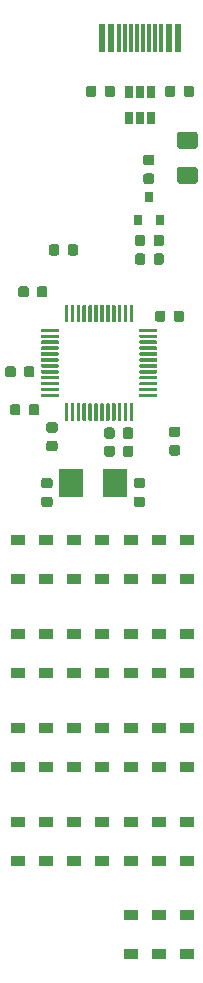
<source format=gbr>
G04 #@! TF.GenerationSoftware,KiCad,Pcbnew,(5.1.4-0)*
G04 #@! TF.CreationDate,2020-11-23T17:49:07+01:00*
G04 #@! TF.ProjectId,stm32split,73746d33-3273-4706-9c69-742e6b696361,rev?*
G04 #@! TF.SameCoordinates,Original*
G04 #@! TF.FileFunction,Paste,Top*
G04 #@! TF.FilePolarity,Positive*
%FSLAX46Y46*%
G04 Gerber Fmt 4.6, Leading zero omitted, Abs format (unit mm)*
G04 Created by KiCad (PCBNEW (5.1.4-0)) date 2020-11-23 17:49:07*
%MOMM*%
%LPD*%
G04 APERTURE LIST*
%ADD10R,2.000000X2.400000*%
%ADD11R,0.600000X2.450000*%
%ADD12R,0.300000X2.450000*%
%ADD13C,0.100000*%
%ADD14C,0.875000*%
%ADD15C,1.425000*%
%ADD16R,1.200000X0.900000*%
%ADD17R,0.800000X0.900000*%
%ADD18C,0.300000*%
%ADD19R,0.650000X1.060000*%
G04 APERTURE END LIST*
D10*
X100640000Y-95740000D03*
X104340000Y-95740000D03*
D11*
X103221250Y-58032500D03*
X109671250Y-58032500D03*
X103996250Y-58032500D03*
X108896250Y-58032500D03*
D12*
X108196250Y-58032500D03*
X104696250Y-58032500D03*
X107696250Y-58032500D03*
X105196250Y-58032500D03*
X107196250Y-58032500D03*
X105696250Y-58032500D03*
X106196250Y-58032500D03*
X106696250Y-58032500D03*
D13*
G36*
X106702691Y-76286053D02*
G01*
X106723926Y-76289203D01*
X106744750Y-76294419D01*
X106764962Y-76301651D01*
X106784368Y-76310830D01*
X106802781Y-76321866D01*
X106820024Y-76334654D01*
X106835930Y-76349070D01*
X106850346Y-76364976D01*
X106863134Y-76382219D01*
X106874170Y-76400632D01*
X106883349Y-76420038D01*
X106890581Y-76440250D01*
X106895797Y-76461074D01*
X106898947Y-76482309D01*
X106900000Y-76503750D01*
X106900000Y-77016250D01*
X106898947Y-77037691D01*
X106895797Y-77058926D01*
X106890581Y-77079750D01*
X106883349Y-77099962D01*
X106874170Y-77119368D01*
X106863134Y-77137781D01*
X106850346Y-77155024D01*
X106835930Y-77170930D01*
X106820024Y-77185346D01*
X106802781Y-77198134D01*
X106784368Y-77209170D01*
X106764962Y-77218349D01*
X106744750Y-77225581D01*
X106723926Y-77230797D01*
X106702691Y-77233947D01*
X106681250Y-77235000D01*
X106243750Y-77235000D01*
X106222309Y-77233947D01*
X106201074Y-77230797D01*
X106180250Y-77225581D01*
X106160038Y-77218349D01*
X106140632Y-77209170D01*
X106122219Y-77198134D01*
X106104976Y-77185346D01*
X106089070Y-77170930D01*
X106074654Y-77155024D01*
X106061866Y-77137781D01*
X106050830Y-77119368D01*
X106041651Y-77099962D01*
X106034419Y-77079750D01*
X106029203Y-77058926D01*
X106026053Y-77037691D01*
X106025000Y-77016250D01*
X106025000Y-76503750D01*
X106026053Y-76482309D01*
X106029203Y-76461074D01*
X106034419Y-76440250D01*
X106041651Y-76420038D01*
X106050830Y-76400632D01*
X106061866Y-76382219D01*
X106074654Y-76364976D01*
X106089070Y-76349070D01*
X106104976Y-76334654D01*
X106122219Y-76321866D01*
X106140632Y-76310830D01*
X106160038Y-76301651D01*
X106180250Y-76294419D01*
X106201074Y-76289203D01*
X106222309Y-76286053D01*
X106243750Y-76285000D01*
X106681250Y-76285000D01*
X106702691Y-76286053D01*
X106702691Y-76286053D01*
G37*
D14*
X106462500Y-76760000D03*
D13*
G36*
X108277691Y-76286053D02*
G01*
X108298926Y-76289203D01*
X108319750Y-76294419D01*
X108339962Y-76301651D01*
X108359368Y-76310830D01*
X108377781Y-76321866D01*
X108395024Y-76334654D01*
X108410930Y-76349070D01*
X108425346Y-76364976D01*
X108438134Y-76382219D01*
X108449170Y-76400632D01*
X108458349Y-76420038D01*
X108465581Y-76440250D01*
X108470797Y-76461074D01*
X108473947Y-76482309D01*
X108475000Y-76503750D01*
X108475000Y-77016250D01*
X108473947Y-77037691D01*
X108470797Y-77058926D01*
X108465581Y-77079750D01*
X108458349Y-77099962D01*
X108449170Y-77119368D01*
X108438134Y-77137781D01*
X108425346Y-77155024D01*
X108410930Y-77170930D01*
X108395024Y-77185346D01*
X108377781Y-77198134D01*
X108359368Y-77209170D01*
X108339962Y-77218349D01*
X108319750Y-77225581D01*
X108298926Y-77230797D01*
X108277691Y-77233947D01*
X108256250Y-77235000D01*
X107818750Y-77235000D01*
X107797309Y-77233947D01*
X107776074Y-77230797D01*
X107755250Y-77225581D01*
X107735038Y-77218349D01*
X107715632Y-77209170D01*
X107697219Y-77198134D01*
X107679976Y-77185346D01*
X107664070Y-77170930D01*
X107649654Y-77155024D01*
X107636866Y-77137781D01*
X107625830Y-77119368D01*
X107616651Y-77099962D01*
X107609419Y-77079750D01*
X107604203Y-77058926D01*
X107601053Y-77037691D01*
X107600000Y-77016250D01*
X107600000Y-76503750D01*
X107601053Y-76482309D01*
X107604203Y-76461074D01*
X107609419Y-76440250D01*
X107616651Y-76420038D01*
X107625830Y-76400632D01*
X107636866Y-76382219D01*
X107649654Y-76364976D01*
X107664070Y-76349070D01*
X107679976Y-76334654D01*
X107697219Y-76321866D01*
X107715632Y-76310830D01*
X107735038Y-76301651D01*
X107755250Y-76294419D01*
X107776074Y-76289203D01*
X107797309Y-76286053D01*
X107818750Y-76285000D01*
X108256250Y-76285000D01*
X108277691Y-76286053D01*
X108277691Y-76286053D01*
G37*
D14*
X108037500Y-76760000D03*
D13*
G36*
X105685191Y-92556053D02*
G01*
X105706426Y-92559203D01*
X105727250Y-92564419D01*
X105747462Y-92571651D01*
X105766868Y-92580830D01*
X105785281Y-92591866D01*
X105802524Y-92604654D01*
X105818430Y-92619070D01*
X105832846Y-92634976D01*
X105845634Y-92652219D01*
X105856670Y-92670632D01*
X105865849Y-92690038D01*
X105873081Y-92710250D01*
X105878297Y-92731074D01*
X105881447Y-92752309D01*
X105882500Y-92773750D01*
X105882500Y-93286250D01*
X105881447Y-93307691D01*
X105878297Y-93328926D01*
X105873081Y-93349750D01*
X105865849Y-93369962D01*
X105856670Y-93389368D01*
X105845634Y-93407781D01*
X105832846Y-93425024D01*
X105818430Y-93440930D01*
X105802524Y-93455346D01*
X105785281Y-93468134D01*
X105766868Y-93479170D01*
X105747462Y-93488349D01*
X105727250Y-93495581D01*
X105706426Y-93500797D01*
X105685191Y-93503947D01*
X105663750Y-93505000D01*
X105226250Y-93505000D01*
X105204809Y-93503947D01*
X105183574Y-93500797D01*
X105162750Y-93495581D01*
X105142538Y-93488349D01*
X105123132Y-93479170D01*
X105104719Y-93468134D01*
X105087476Y-93455346D01*
X105071570Y-93440930D01*
X105057154Y-93425024D01*
X105044366Y-93407781D01*
X105033330Y-93389368D01*
X105024151Y-93369962D01*
X105016919Y-93349750D01*
X105011703Y-93328926D01*
X105008553Y-93307691D01*
X105007500Y-93286250D01*
X105007500Y-92773750D01*
X105008553Y-92752309D01*
X105011703Y-92731074D01*
X105016919Y-92710250D01*
X105024151Y-92690038D01*
X105033330Y-92670632D01*
X105044366Y-92652219D01*
X105057154Y-92634976D01*
X105071570Y-92619070D01*
X105087476Y-92604654D01*
X105104719Y-92591866D01*
X105123132Y-92580830D01*
X105142538Y-92571651D01*
X105162750Y-92564419D01*
X105183574Y-92559203D01*
X105204809Y-92556053D01*
X105226250Y-92555000D01*
X105663750Y-92555000D01*
X105685191Y-92556053D01*
X105685191Y-92556053D01*
G37*
D14*
X105445000Y-93030000D03*
D13*
G36*
X104110191Y-92556053D02*
G01*
X104131426Y-92559203D01*
X104152250Y-92564419D01*
X104172462Y-92571651D01*
X104191868Y-92580830D01*
X104210281Y-92591866D01*
X104227524Y-92604654D01*
X104243430Y-92619070D01*
X104257846Y-92634976D01*
X104270634Y-92652219D01*
X104281670Y-92670632D01*
X104290849Y-92690038D01*
X104298081Y-92710250D01*
X104303297Y-92731074D01*
X104306447Y-92752309D01*
X104307500Y-92773750D01*
X104307500Y-93286250D01*
X104306447Y-93307691D01*
X104303297Y-93328926D01*
X104298081Y-93349750D01*
X104290849Y-93369962D01*
X104281670Y-93389368D01*
X104270634Y-93407781D01*
X104257846Y-93425024D01*
X104243430Y-93440930D01*
X104227524Y-93455346D01*
X104210281Y-93468134D01*
X104191868Y-93479170D01*
X104172462Y-93488349D01*
X104152250Y-93495581D01*
X104131426Y-93500797D01*
X104110191Y-93503947D01*
X104088750Y-93505000D01*
X103651250Y-93505000D01*
X103629809Y-93503947D01*
X103608574Y-93500797D01*
X103587750Y-93495581D01*
X103567538Y-93488349D01*
X103548132Y-93479170D01*
X103529719Y-93468134D01*
X103512476Y-93455346D01*
X103496570Y-93440930D01*
X103482154Y-93425024D01*
X103469366Y-93407781D01*
X103458330Y-93389368D01*
X103449151Y-93369962D01*
X103441919Y-93349750D01*
X103436703Y-93328926D01*
X103433553Y-93307691D01*
X103432500Y-93286250D01*
X103432500Y-92773750D01*
X103433553Y-92752309D01*
X103436703Y-92731074D01*
X103441919Y-92710250D01*
X103449151Y-92690038D01*
X103458330Y-92670632D01*
X103469366Y-92652219D01*
X103482154Y-92634976D01*
X103496570Y-92619070D01*
X103512476Y-92604654D01*
X103529719Y-92591866D01*
X103548132Y-92580830D01*
X103567538Y-92571651D01*
X103587750Y-92564419D01*
X103608574Y-92559203D01*
X103629809Y-92556053D01*
X103651250Y-92555000D01*
X104088750Y-92555000D01*
X104110191Y-92556053D01*
X104110191Y-92556053D01*
G37*
D14*
X103870000Y-93030000D03*
D13*
G36*
X105677691Y-91023553D02*
G01*
X105698926Y-91026703D01*
X105719750Y-91031919D01*
X105739962Y-91039151D01*
X105759368Y-91048330D01*
X105777781Y-91059366D01*
X105795024Y-91072154D01*
X105810930Y-91086570D01*
X105825346Y-91102476D01*
X105838134Y-91119719D01*
X105849170Y-91138132D01*
X105858349Y-91157538D01*
X105865581Y-91177750D01*
X105870797Y-91198574D01*
X105873947Y-91219809D01*
X105875000Y-91241250D01*
X105875000Y-91753750D01*
X105873947Y-91775191D01*
X105870797Y-91796426D01*
X105865581Y-91817250D01*
X105858349Y-91837462D01*
X105849170Y-91856868D01*
X105838134Y-91875281D01*
X105825346Y-91892524D01*
X105810930Y-91908430D01*
X105795024Y-91922846D01*
X105777781Y-91935634D01*
X105759368Y-91946670D01*
X105739962Y-91955849D01*
X105719750Y-91963081D01*
X105698926Y-91968297D01*
X105677691Y-91971447D01*
X105656250Y-91972500D01*
X105218750Y-91972500D01*
X105197309Y-91971447D01*
X105176074Y-91968297D01*
X105155250Y-91963081D01*
X105135038Y-91955849D01*
X105115632Y-91946670D01*
X105097219Y-91935634D01*
X105079976Y-91922846D01*
X105064070Y-91908430D01*
X105049654Y-91892524D01*
X105036866Y-91875281D01*
X105025830Y-91856868D01*
X105016651Y-91837462D01*
X105009419Y-91817250D01*
X105004203Y-91796426D01*
X105001053Y-91775191D01*
X105000000Y-91753750D01*
X105000000Y-91241250D01*
X105001053Y-91219809D01*
X105004203Y-91198574D01*
X105009419Y-91177750D01*
X105016651Y-91157538D01*
X105025830Y-91138132D01*
X105036866Y-91119719D01*
X105049654Y-91102476D01*
X105064070Y-91086570D01*
X105079976Y-91072154D01*
X105097219Y-91059366D01*
X105115632Y-91048330D01*
X105135038Y-91039151D01*
X105155250Y-91031919D01*
X105176074Y-91026703D01*
X105197309Y-91023553D01*
X105218750Y-91022500D01*
X105656250Y-91022500D01*
X105677691Y-91023553D01*
X105677691Y-91023553D01*
G37*
D14*
X105437500Y-91497500D03*
D13*
G36*
X104102691Y-91023553D02*
G01*
X104123926Y-91026703D01*
X104144750Y-91031919D01*
X104164962Y-91039151D01*
X104184368Y-91048330D01*
X104202781Y-91059366D01*
X104220024Y-91072154D01*
X104235930Y-91086570D01*
X104250346Y-91102476D01*
X104263134Y-91119719D01*
X104274170Y-91138132D01*
X104283349Y-91157538D01*
X104290581Y-91177750D01*
X104295797Y-91198574D01*
X104298947Y-91219809D01*
X104300000Y-91241250D01*
X104300000Y-91753750D01*
X104298947Y-91775191D01*
X104295797Y-91796426D01*
X104290581Y-91817250D01*
X104283349Y-91837462D01*
X104274170Y-91856868D01*
X104263134Y-91875281D01*
X104250346Y-91892524D01*
X104235930Y-91908430D01*
X104220024Y-91922846D01*
X104202781Y-91935634D01*
X104184368Y-91946670D01*
X104164962Y-91955849D01*
X104144750Y-91963081D01*
X104123926Y-91968297D01*
X104102691Y-91971447D01*
X104081250Y-91972500D01*
X103643750Y-91972500D01*
X103622309Y-91971447D01*
X103601074Y-91968297D01*
X103580250Y-91963081D01*
X103560038Y-91955849D01*
X103540632Y-91946670D01*
X103522219Y-91935634D01*
X103504976Y-91922846D01*
X103489070Y-91908430D01*
X103474654Y-91892524D01*
X103461866Y-91875281D01*
X103450830Y-91856868D01*
X103441651Y-91837462D01*
X103434419Y-91817250D01*
X103429203Y-91796426D01*
X103426053Y-91775191D01*
X103425000Y-91753750D01*
X103425000Y-91241250D01*
X103426053Y-91219809D01*
X103429203Y-91198574D01*
X103434419Y-91177750D01*
X103441651Y-91157538D01*
X103450830Y-91138132D01*
X103461866Y-91119719D01*
X103474654Y-91102476D01*
X103489070Y-91086570D01*
X103504976Y-91072154D01*
X103522219Y-91059366D01*
X103540632Y-91048330D01*
X103560038Y-91039151D01*
X103580250Y-91031919D01*
X103601074Y-91026703D01*
X103622309Y-91023553D01*
X103643750Y-91022500D01*
X104081250Y-91022500D01*
X104102691Y-91023553D01*
X104102691Y-91023553D01*
G37*
D14*
X103862500Y-91497500D03*
D13*
G36*
X99277691Y-90583553D02*
G01*
X99298926Y-90586703D01*
X99319750Y-90591919D01*
X99339962Y-90599151D01*
X99359368Y-90608330D01*
X99377781Y-90619366D01*
X99395024Y-90632154D01*
X99410930Y-90646570D01*
X99425346Y-90662476D01*
X99438134Y-90679719D01*
X99449170Y-90698132D01*
X99458349Y-90717538D01*
X99465581Y-90737750D01*
X99470797Y-90758574D01*
X99473947Y-90779809D01*
X99475000Y-90801250D01*
X99475000Y-91238750D01*
X99473947Y-91260191D01*
X99470797Y-91281426D01*
X99465581Y-91302250D01*
X99458349Y-91322462D01*
X99449170Y-91341868D01*
X99438134Y-91360281D01*
X99425346Y-91377524D01*
X99410930Y-91393430D01*
X99395024Y-91407846D01*
X99377781Y-91420634D01*
X99359368Y-91431670D01*
X99339962Y-91440849D01*
X99319750Y-91448081D01*
X99298926Y-91453297D01*
X99277691Y-91456447D01*
X99256250Y-91457500D01*
X98743750Y-91457500D01*
X98722309Y-91456447D01*
X98701074Y-91453297D01*
X98680250Y-91448081D01*
X98660038Y-91440849D01*
X98640632Y-91431670D01*
X98622219Y-91420634D01*
X98604976Y-91407846D01*
X98589070Y-91393430D01*
X98574654Y-91377524D01*
X98561866Y-91360281D01*
X98550830Y-91341868D01*
X98541651Y-91322462D01*
X98534419Y-91302250D01*
X98529203Y-91281426D01*
X98526053Y-91260191D01*
X98525000Y-91238750D01*
X98525000Y-90801250D01*
X98526053Y-90779809D01*
X98529203Y-90758574D01*
X98534419Y-90737750D01*
X98541651Y-90717538D01*
X98550830Y-90698132D01*
X98561866Y-90679719D01*
X98574654Y-90662476D01*
X98589070Y-90646570D01*
X98604976Y-90632154D01*
X98622219Y-90619366D01*
X98640632Y-90608330D01*
X98660038Y-90599151D01*
X98680250Y-90591919D01*
X98701074Y-90586703D01*
X98722309Y-90583553D01*
X98743750Y-90582500D01*
X99256250Y-90582500D01*
X99277691Y-90583553D01*
X99277691Y-90583553D01*
G37*
D14*
X99000000Y-91020000D03*
D13*
G36*
X99277691Y-92158553D02*
G01*
X99298926Y-92161703D01*
X99319750Y-92166919D01*
X99339962Y-92174151D01*
X99359368Y-92183330D01*
X99377781Y-92194366D01*
X99395024Y-92207154D01*
X99410930Y-92221570D01*
X99425346Y-92237476D01*
X99438134Y-92254719D01*
X99449170Y-92273132D01*
X99458349Y-92292538D01*
X99465581Y-92312750D01*
X99470797Y-92333574D01*
X99473947Y-92354809D01*
X99475000Y-92376250D01*
X99475000Y-92813750D01*
X99473947Y-92835191D01*
X99470797Y-92856426D01*
X99465581Y-92877250D01*
X99458349Y-92897462D01*
X99449170Y-92916868D01*
X99438134Y-92935281D01*
X99425346Y-92952524D01*
X99410930Y-92968430D01*
X99395024Y-92982846D01*
X99377781Y-92995634D01*
X99359368Y-93006670D01*
X99339962Y-93015849D01*
X99319750Y-93023081D01*
X99298926Y-93028297D01*
X99277691Y-93031447D01*
X99256250Y-93032500D01*
X98743750Y-93032500D01*
X98722309Y-93031447D01*
X98701074Y-93028297D01*
X98680250Y-93023081D01*
X98660038Y-93015849D01*
X98640632Y-93006670D01*
X98622219Y-92995634D01*
X98604976Y-92982846D01*
X98589070Y-92968430D01*
X98574654Y-92952524D01*
X98561866Y-92935281D01*
X98550830Y-92916868D01*
X98541651Y-92897462D01*
X98534419Y-92877250D01*
X98529203Y-92856426D01*
X98526053Y-92835191D01*
X98525000Y-92813750D01*
X98525000Y-92376250D01*
X98526053Y-92354809D01*
X98529203Y-92333574D01*
X98534419Y-92312750D01*
X98541651Y-92292538D01*
X98550830Y-92273132D01*
X98561866Y-92254719D01*
X98574654Y-92237476D01*
X98589070Y-92221570D01*
X98604976Y-92207154D01*
X98622219Y-92194366D01*
X98640632Y-92183330D01*
X98660038Y-92174151D01*
X98680250Y-92166919D01*
X98701074Y-92161703D01*
X98722309Y-92158553D01*
X98743750Y-92157500D01*
X99256250Y-92157500D01*
X99277691Y-92158553D01*
X99277691Y-92158553D01*
G37*
D14*
X99000000Y-92595000D03*
D13*
G36*
X96830191Y-79066053D02*
G01*
X96851426Y-79069203D01*
X96872250Y-79074419D01*
X96892462Y-79081651D01*
X96911868Y-79090830D01*
X96930281Y-79101866D01*
X96947524Y-79114654D01*
X96963430Y-79129070D01*
X96977846Y-79144976D01*
X96990634Y-79162219D01*
X97001670Y-79180632D01*
X97010849Y-79200038D01*
X97018081Y-79220250D01*
X97023297Y-79241074D01*
X97026447Y-79262309D01*
X97027500Y-79283750D01*
X97027500Y-79796250D01*
X97026447Y-79817691D01*
X97023297Y-79838926D01*
X97018081Y-79859750D01*
X97010849Y-79879962D01*
X97001670Y-79899368D01*
X96990634Y-79917781D01*
X96977846Y-79935024D01*
X96963430Y-79950930D01*
X96947524Y-79965346D01*
X96930281Y-79978134D01*
X96911868Y-79989170D01*
X96892462Y-79998349D01*
X96872250Y-80005581D01*
X96851426Y-80010797D01*
X96830191Y-80013947D01*
X96808750Y-80015000D01*
X96371250Y-80015000D01*
X96349809Y-80013947D01*
X96328574Y-80010797D01*
X96307750Y-80005581D01*
X96287538Y-79998349D01*
X96268132Y-79989170D01*
X96249719Y-79978134D01*
X96232476Y-79965346D01*
X96216570Y-79950930D01*
X96202154Y-79935024D01*
X96189366Y-79917781D01*
X96178330Y-79899368D01*
X96169151Y-79879962D01*
X96161919Y-79859750D01*
X96156703Y-79838926D01*
X96153553Y-79817691D01*
X96152500Y-79796250D01*
X96152500Y-79283750D01*
X96153553Y-79262309D01*
X96156703Y-79241074D01*
X96161919Y-79220250D01*
X96169151Y-79200038D01*
X96178330Y-79180632D01*
X96189366Y-79162219D01*
X96202154Y-79144976D01*
X96216570Y-79129070D01*
X96232476Y-79114654D01*
X96249719Y-79101866D01*
X96268132Y-79090830D01*
X96287538Y-79081651D01*
X96307750Y-79074419D01*
X96328574Y-79069203D01*
X96349809Y-79066053D01*
X96371250Y-79065000D01*
X96808750Y-79065000D01*
X96830191Y-79066053D01*
X96830191Y-79066053D01*
G37*
D14*
X96590000Y-79540000D03*
D13*
G36*
X98405191Y-79066053D02*
G01*
X98426426Y-79069203D01*
X98447250Y-79074419D01*
X98467462Y-79081651D01*
X98486868Y-79090830D01*
X98505281Y-79101866D01*
X98522524Y-79114654D01*
X98538430Y-79129070D01*
X98552846Y-79144976D01*
X98565634Y-79162219D01*
X98576670Y-79180632D01*
X98585849Y-79200038D01*
X98593081Y-79220250D01*
X98598297Y-79241074D01*
X98601447Y-79262309D01*
X98602500Y-79283750D01*
X98602500Y-79796250D01*
X98601447Y-79817691D01*
X98598297Y-79838926D01*
X98593081Y-79859750D01*
X98585849Y-79879962D01*
X98576670Y-79899368D01*
X98565634Y-79917781D01*
X98552846Y-79935024D01*
X98538430Y-79950930D01*
X98522524Y-79965346D01*
X98505281Y-79978134D01*
X98486868Y-79989170D01*
X98467462Y-79998349D01*
X98447250Y-80005581D01*
X98426426Y-80010797D01*
X98405191Y-80013947D01*
X98383750Y-80015000D01*
X97946250Y-80015000D01*
X97924809Y-80013947D01*
X97903574Y-80010797D01*
X97882750Y-80005581D01*
X97862538Y-79998349D01*
X97843132Y-79989170D01*
X97824719Y-79978134D01*
X97807476Y-79965346D01*
X97791570Y-79950930D01*
X97777154Y-79935024D01*
X97764366Y-79917781D01*
X97753330Y-79899368D01*
X97744151Y-79879962D01*
X97736919Y-79859750D01*
X97731703Y-79838926D01*
X97728553Y-79817691D01*
X97727500Y-79796250D01*
X97727500Y-79283750D01*
X97728553Y-79262309D01*
X97731703Y-79241074D01*
X97736919Y-79220250D01*
X97744151Y-79200038D01*
X97753330Y-79180632D01*
X97764366Y-79162219D01*
X97777154Y-79144976D01*
X97791570Y-79129070D01*
X97807476Y-79114654D01*
X97824719Y-79101866D01*
X97843132Y-79090830D01*
X97862538Y-79081651D01*
X97882750Y-79074419D01*
X97903574Y-79069203D01*
X97924809Y-79066053D01*
X97946250Y-79065000D01*
X98383750Y-79065000D01*
X98405191Y-79066053D01*
X98405191Y-79066053D01*
G37*
D14*
X98165000Y-79540000D03*
D13*
G36*
X108410191Y-81126053D02*
G01*
X108431426Y-81129203D01*
X108452250Y-81134419D01*
X108472462Y-81141651D01*
X108491868Y-81150830D01*
X108510281Y-81161866D01*
X108527524Y-81174654D01*
X108543430Y-81189070D01*
X108557846Y-81204976D01*
X108570634Y-81222219D01*
X108581670Y-81240632D01*
X108590849Y-81260038D01*
X108598081Y-81280250D01*
X108603297Y-81301074D01*
X108606447Y-81322309D01*
X108607500Y-81343750D01*
X108607500Y-81856250D01*
X108606447Y-81877691D01*
X108603297Y-81898926D01*
X108598081Y-81919750D01*
X108590849Y-81939962D01*
X108581670Y-81959368D01*
X108570634Y-81977781D01*
X108557846Y-81995024D01*
X108543430Y-82010930D01*
X108527524Y-82025346D01*
X108510281Y-82038134D01*
X108491868Y-82049170D01*
X108472462Y-82058349D01*
X108452250Y-82065581D01*
X108431426Y-82070797D01*
X108410191Y-82073947D01*
X108388750Y-82075000D01*
X107951250Y-82075000D01*
X107929809Y-82073947D01*
X107908574Y-82070797D01*
X107887750Y-82065581D01*
X107867538Y-82058349D01*
X107848132Y-82049170D01*
X107829719Y-82038134D01*
X107812476Y-82025346D01*
X107796570Y-82010930D01*
X107782154Y-81995024D01*
X107769366Y-81977781D01*
X107758330Y-81959368D01*
X107749151Y-81939962D01*
X107741919Y-81919750D01*
X107736703Y-81898926D01*
X107733553Y-81877691D01*
X107732500Y-81856250D01*
X107732500Y-81343750D01*
X107733553Y-81322309D01*
X107736703Y-81301074D01*
X107741919Y-81280250D01*
X107749151Y-81260038D01*
X107758330Y-81240632D01*
X107769366Y-81222219D01*
X107782154Y-81204976D01*
X107796570Y-81189070D01*
X107812476Y-81174654D01*
X107829719Y-81161866D01*
X107848132Y-81150830D01*
X107867538Y-81141651D01*
X107887750Y-81134419D01*
X107908574Y-81129203D01*
X107929809Y-81126053D01*
X107951250Y-81125000D01*
X108388750Y-81125000D01*
X108410191Y-81126053D01*
X108410191Y-81126053D01*
G37*
D14*
X108170000Y-81600000D03*
D13*
G36*
X109985191Y-81126053D02*
G01*
X110006426Y-81129203D01*
X110027250Y-81134419D01*
X110047462Y-81141651D01*
X110066868Y-81150830D01*
X110085281Y-81161866D01*
X110102524Y-81174654D01*
X110118430Y-81189070D01*
X110132846Y-81204976D01*
X110145634Y-81222219D01*
X110156670Y-81240632D01*
X110165849Y-81260038D01*
X110173081Y-81280250D01*
X110178297Y-81301074D01*
X110181447Y-81322309D01*
X110182500Y-81343750D01*
X110182500Y-81856250D01*
X110181447Y-81877691D01*
X110178297Y-81898926D01*
X110173081Y-81919750D01*
X110165849Y-81939962D01*
X110156670Y-81959368D01*
X110145634Y-81977781D01*
X110132846Y-81995024D01*
X110118430Y-82010930D01*
X110102524Y-82025346D01*
X110085281Y-82038134D01*
X110066868Y-82049170D01*
X110047462Y-82058349D01*
X110027250Y-82065581D01*
X110006426Y-82070797D01*
X109985191Y-82073947D01*
X109963750Y-82075000D01*
X109526250Y-82075000D01*
X109504809Y-82073947D01*
X109483574Y-82070797D01*
X109462750Y-82065581D01*
X109442538Y-82058349D01*
X109423132Y-82049170D01*
X109404719Y-82038134D01*
X109387476Y-82025346D01*
X109371570Y-82010930D01*
X109357154Y-81995024D01*
X109344366Y-81977781D01*
X109333330Y-81959368D01*
X109324151Y-81939962D01*
X109316919Y-81919750D01*
X109311703Y-81898926D01*
X109308553Y-81877691D01*
X109307500Y-81856250D01*
X109307500Y-81343750D01*
X109308553Y-81322309D01*
X109311703Y-81301074D01*
X109316919Y-81280250D01*
X109324151Y-81260038D01*
X109333330Y-81240632D01*
X109344366Y-81222219D01*
X109357154Y-81204976D01*
X109371570Y-81189070D01*
X109387476Y-81174654D01*
X109404719Y-81161866D01*
X109423132Y-81150830D01*
X109442538Y-81141651D01*
X109462750Y-81134419D01*
X109483574Y-81129203D01*
X109504809Y-81126053D01*
X109526250Y-81125000D01*
X109963750Y-81125000D01*
X109985191Y-81126053D01*
X109985191Y-81126053D01*
G37*
D14*
X109745000Y-81600000D03*
D13*
G36*
X97710191Y-89046053D02*
G01*
X97731426Y-89049203D01*
X97752250Y-89054419D01*
X97772462Y-89061651D01*
X97791868Y-89070830D01*
X97810281Y-89081866D01*
X97827524Y-89094654D01*
X97843430Y-89109070D01*
X97857846Y-89124976D01*
X97870634Y-89142219D01*
X97881670Y-89160632D01*
X97890849Y-89180038D01*
X97898081Y-89200250D01*
X97903297Y-89221074D01*
X97906447Y-89242309D01*
X97907500Y-89263750D01*
X97907500Y-89776250D01*
X97906447Y-89797691D01*
X97903297Y-89818926D01*
X97898081Y-89839750D01*
X97890849Y-89859962D01*
X97881670Y-89879368D01*
X97870634Y-89897781D01*
X97857846Y-89915024D01*
X97843430Y-89930930D01*
X97827524Y-89945346D01*
X97810281Y-89958134D01*
X97791868Y-89969170D01*
X97772462Y-89978349D01*
X97752250Y-89985581D01*
X97731426Y-89990797D01*
X97710191Y-89993947D01*
X97688750Y-89995000D01*
X97251250Y-89995000D01*
X97229809Y-89993947D01*
X97208574Y-89990797D01*
X97187750Y-89985581D01*
X97167538Y-89978349D01*
X97148132Y-89969170D01*
X97129719Y-89958134D01*
X97112476Y-89945346D01*
X97096570Y-89930930D01*
X97082154Y-89915024D01*
X97069366Y-89897781D01*
X97058330Y-89879368D01*
X97049151Y-89859962D01*
X97041919Y-89839750D01*
X97036703Y-89818926D01*
X97033553Y-89797691D01*
X97032500Y-89776250D01*
X97032500Y-89263750D01*
X97033553Y-89242309D01*
X97036703Y-89221074D01*
X97041919Y-89200250D01*
X97049151Y-89180038D01*
X97058330Y-89160632D01*
X97069366Y-89142219D01*
X97082154Y-89124976D01*
X97096570Y-89109070D01*
X97112476Y-89094654D01*
X97129719Y-89081866D01*
X97148132Y-89070830D01*
X97167538Y-89061651D01*
X97187750Y-89054419D01*
X97208574Y-89049203D01*
X97229809Y-89046053D01*
X97251250Y-89045000D01*
X97688750Y-89045000D01*
X97710191Y-89046053D01*
X97710191Y-89046053D01*
G37*
D14*
X97470000Y-89520000D03*
D13*
G36*
X96135191Y-89046053D02*
G01*
X96156426Y-89049203D01*
X96177250Y-89054419D01*
X96197462Y-89061651D01*
X96216868Y-89070830D01*
X96235281Y-89081866D01*
X96252524Y-89094654D01*
X96268430Y-89109070D01*
X96282846Y-89124976D01*
X96295634Y-89142219D01*
X96306670Y-89160632D01*
X96315849Y-89180038D01*
X96323081Y-89200250D01*
X96328297Y-89221074D01*
X96331447Y-89242309D01*
X96332500Y-89263750D01*
X96332500Y-89776250D01*
X96331447Y-89797691D01*
X96328297Y-89818926D01*
X96323081Y-89839750D01*
X96315849Y-89859962D01*
X96306670Y-89879368D01*
X96295634Y-89897781D01*
X96282846Y-89915024D01*
X96268430Y-89930930D01*
X96252524Y-89945346D01*
X96235281Y-89958134D01*
X96216868Y-89969170D01*
X96197462Y-89978349D01*
X96177250Y-89985581D01*
X96156426Y-89990797D01*
X96135191Y-89993947D01*
X96113750Y-89995000D01*
X95676250Y-89995000D01*
X95654809Y-89993947D01*
X95633574Y-89990797D01*
X95612750Y-89985581D01*
X95592538Y-89978349D01*
X95573132Y-89969170D01*
X95554719Y-89958134D01*
X95537476Y-89945346D01*
X95521570Y-89930930D01*
X95507154Y-89915024D01*
X95494366Y-89897781D01*
X95483330Y-89879368D01*
X95474151Y-89859962D01*
X95466919Y-89839750D01*
X95461703Y-89818926D01*
X95458553Y-89797691D01*
X95457500Y-89776250D01*
X95457500Y-89263750D01*
X95458553Y-89242309D01*
X95461703Y-89221074D01*
X95466919Y-89200250D01*
X95474151Y-89180038D01*
X95483330Y-89160632D01*
X95494366Y-89142219D01*
X95507154Y-89124976D01*
X95521570Y-89109070D01*
X95537476Y-89094654D01*
X95554719Y-89081866D01*
X95573132Y-89070830D01*
X95592538Y-89061651D01*
X95612750Y-89054419D01*
X95633574Y-89049203D01*
X95654809Y-89046053D01*
X95676250Y-89045000D01*
X96113750Y-89045000D01*
X96135191Y-89046053D01*
X96135191Y-89046053D01*
G37*
D14*
X95895000Y-89520000D03*
D13*
G36*
X101000191Y-75516053D02*
G01*
X101021426Y-75519203D01*
X101042250Y-75524419D01*
X101062462Y-75531651D01*
X101081868Y-75540830D01*
X101100281Y-75551866D01*
X101117524Y-75564654D01*
X101133430Y-75579070D01*
X101147846Y-75594976D01*
X101160634Y-75612219D01*
X101171670Y-75630632D01*
X101180849Y-75650038D01*
X101188081Y-75670250D01*
X101193297Y-75691074D01*
X101196447Y-75712309D01*
X101197500Y-75733750D01*
X101197500Y-76246250D01*
X101196447Y-76267691D01*
X101193297Y-76288926D01*
X101188081Y-76309750D01*
X101180849Y-76329962D01*
X101171670Y-76349368D01*
X101160634Y-76367781D01*
X101147846Y-76385024D01*
X101133430Y-76400930D01*
X101117524Y-76415346D01*
X101100281Y-76428134D01*
X101081868Y-76439170D01*
X101062462Y-76448349D01*
X101042250Y-76455581D01*
X101021426Y-76460797D01*
X101000191Y-76463947D01*
X100978750Y-76465000D01*
X100541250Y-76465000D01*
X100519809Y-76463947D01*
X100498574Y-76460797D01*
X100477750Y-76455581D01*
X100457538Y-76448349D01*
X100438132Y-76439170D01*
X100419719Y-76428134D01*
X100402476Y-76415346D01*
X100386570Y-76400930D01*
X100372154Y-76385024D01*
X100359366Y-76367781D01*
X100348330Y-76349368D01*
X100339151Y-76329962D01*
X100331919Y-76309750D01*
X100326703Y-76288926D01*
X100323553Y-76267691D01*
X100322500Y-76246250D01*
X100322500Y-75733750D01*
X100323553Y-75712309D01*
X100326703Y-75691074D01*
X100331919Y-75670250D01*
X100339151Y-75650038D01*
X100348330Y-75630632D01*
X100359366Y-75612219D01*
X100372154Y-75594976D01*
X100386570Y-75579070D01*
X100402476Y-75564654D01*
X100419719Y-75551866D01*
X100438132Y-75540830D01*
X100457538Y-75531651D01*
X100477750Y-75524419D01*
X100498574Y-75519203D01*
X100519809Y-75516053D01*
X100541250Y-75515000D01*
X100978750Y-75515000D01*
X101000191Y-75516053D01*
X101000191Y-75516053D01*
G37*
D14*
X100760000Y-75990000D03*
D13*
G36*
X99425191Y-75516053D02*
G01*
X99446426Y-75519203D01*
X99467250Y-75524419D01*
X99487462Y-75531651D01*
X99506868Y-75540830D01*
X99525281Y-75551866D01*
X99542524Y-75564654D01*
X99558430Y-75579070D01*
X99572846Y-75594976D01*
X99585634Y-75612219D01*
X99596670Y-75630632D01*
X99605849Y-75650038D01*
X99613081Y-75670250D01*
X99618297Y-75691074D01*
X99621447Y-75712309D01*
X99622500Y-75733750D01*
X99622500Y-76246250D01*
X99621447Y-76267691D01*
X99618297Y-76288926D01*
X99613081Y-76309750D01*
X99605849Y-76329962D01*
X99596670Y-76349368D01*
X99585634Y-76367781D01*
X99572846Y-76385024D01*
X99558430Y-76400930D01*
X99542524Y-76415346D01*
X99525281Y-76428134D01*
X99506868Y-76439170D01*
X99487462Y-76448349D01*
X99467250Y-76455581D01*
X99446426Y-76460797D01*
X99425191Y-76463947D01*
X99403750Y-76465000D01*
X98966250Y-76465000D01*
X98944809Y-76463947D01*
X98923574Y-76460797D01*
X98902750Y-76455581D01*
X98882538Y-76448349D01*
X98863132Y-76439170D01*
X98844719Y-76428134D01*
X98827476Y-76415346D01*
X98811570Y-76400930D01*
X98797154Y-76385024D01*
X98784366Y-76367781D01*
X98773330Y-76349368D01*
X98764151Y-76329962D01*
X98756919Y-76309750D01*
X98751703Y-76288926D01*
X98748553Y-76267691D01*
X98747500Y-76246250D01*
X98747500Y-75733750D01*
X98748553Y-75712309D01*
X98751703Y-75691074D01*
X98756919Y-75670250D01*
X98764151Y-75650038D01*
X98773330Y-75630632D01*
X98784366Y-75612219D01*
X98797154Y-75594976D01*
X98811570Y-75579070D01*
X98827476Y-75564654D01*
X98844719Y-75551866D01*
X98863132Y-75540830D01*
X98882538Y-75531651D01*
X98902750Y-75524419D01*
X98923574Y-75519203D01*
X98944809Y-75516053D01*
X98966250Y-75515000D01*
X99403750Y-75515000D01*
X99425191Y-75516053D01*
X99425191Y-75516053D01*
G37*
D14*
X99185000Y-75990000D03*
D13*
G36*
X104130191Y-62076053D02*
G01*
X104151426Y-62079203D01*
X104172250Y-62084419D01*
X104192462Y-62091651D01*
X104211868Y-62100830D01*
X104230281Y-62111866D01*
X104247524Y-62124654D01*
X104263430Y-62139070D01*
X104277846Y-62154976D01*
X104290634Y-62172219D01*
X104301670Y-62190632D01*
X104310849Y-62210038D01*
X104318081Y-62230250D01*
X104323297Y-62251074D01*
X104326447Y-62272309D01*
X104327500Y-62293750D01*
X104327500Y-62806250D01*
X104326447Y-62827691D01*
X104323297Y-62848926D01*
X104318081Y-62869750D01*
X104310849Y-62889962D01*
X104301670Y-62909368D01*
X104290634Y-62927781D01*
X104277846Y-62945024D01*
X104263430Y-62960930D01*
X104247524Y-62975346D01*
X104230281Y-62988134D01*
X104211868Y-62999170D01*
X104192462Y-63008349D01*
X104172250Y-63015581D01*
X104151426Y-63020797D01*
X104130191Y-63023947D01*
X104108750Y-63025000D01*
X103671250Y-63025000D01*
X103649809Y-63023947D01*
X103628574Y-63020797D01*
X103607750Y-63015581D01*
X103587538Y-63008349D01*
X103568132Y-62999170D01*
X103549719Y-62988134D01*
X103532476Y-62975346D01*
X103516570Y-62960930D01*
X103502154Y-62945024D01*
X103489366Y-62927781D01*
X103478330Y-62909368D01*
X103469151Y-62889962D01*
X103461919Y-62869750D01*
X103456703Y-62848926D01*
X103453553Y-62827691D01*
X103452500Y-62806250D01*
X103452500Y-62293750D01*
X103453553Y-62272309D01*
X103456703Y-62251074D01*
X103461919Y-62230250D01*
X103469151Y-62210038D01*
X103478330Y-62190632D01*
X103489366Y-62172219D01*
X103502154Y-62154976D01*
X103516570Y-62139070D01*
X103532476Y-62124654D01*
X103549719Y-62111866D01*
X103568132Y-62100830D01*
X103587538Y-62091651D01*
X103607750Y-62084419D01*
X103628574Y-62079203D01*
X103649809Y-62076053D01*
X103671250Y-62075000D01*
X104108750Y-62075000D01*
X104130191Y-62076053D01*
X104130191Y-62076053D01*
G37*
D14*
X103890000Y-62550000D03*
D13*
G36*
X102555191Y-62076053D02*
G01*
X102576426Y-62079203D01*
X102597250Y-62084419D01*
X102617462Y-62091651D01*
X102636868Y-62100830D01*
X102655281Y-62111866D01*
X102672524Y-62124654D01*
X102688430Y-62139070D01*
X102702846Y-62154976D01*
X102715634Y-62172219D01*
X102726670Y-62190632D01*
X102735849Y-62210038D01*
X102743081Y-62230250D01*
X102748297Y-62251074D01*
X102751447Y-62272309D01*
X102752500Y-62293750D01*
X102752500Y-62806250D01*
X102751447Y-62827691D01*
X102748297Y-62848926D01*
X102743081Y-62869750D01*
X102735849Y-62889962D01*
X102726670Y-62909368D01*
X102715634Y-62927781D01*
X102702846Y-62945024D01*
X102688430Y-62960930D01*
X102672524Y-62975346D01*
X102655281Y-62988134D01*
X102636868Y-62999170D01*
X102617462Y-63008349D01*
X102597250Y-63015581D01*
X102576426Y-63020797D01*
X102555191Y-63023947D01*
X102533750Y-63025000D01*
X102096250Y-63025000D01*
X102074809Y-63023947D01*
X102053574Y-63020797D01*
X102032750Y-63015581D01*
X102012538Y-63008349D01*
X101993132Y-62999170D01*
X101974719Y-62988134D01*
X101957476Y-62975346D01*
X101941570Y-62960930D01*
X101927154Y-62945024D01*
X101914366Y-62927781D01*
X101903330Y-62909368D01*
X101894151Y-62889962D01*
X101886919Y-62869750D01*
X101881703Y-62848926D01*
X101878553Y-62827691D01*
X101877500Y-62806250D01*
X101877500Y-62293750D01*
X101878553Y-62272309D01*
X101881703Y-62251074D01*
X101886919Y-62230250D01*
X101894151Y-62210038D01*
X101903330Y-62190632D01*
X101914366Y-62172219D01*
X101927154Y-62154976D01*
X101941570Y-62139070D01*
X101957476Y-62124654D01*
X101974719Y-62111866D01*
X101993132Y-62100830D01*
X102012538Y-62091651D01*
X102032750Y-62084419D01*
X102053574Y-62079203D01*
X102074809Y-62076053D01*
X102096250Y-62075000D01*
X102533750Y-62075000D01*
X102555191Y-62076053D01*
X102555191Y-62076053D01*
G37*
D14*
X102315000Y-62550000D03*
D13*
G36*
X109242691Y-62083553D02*
G01*
X109263926Y-62086703D01*
X109284750Y-62091919D01*
X109304962Y-62099151D01*
X109324368Y-62108330D01*
X109342781Y-62119366D01*
X109360024Y-62132154D01*
X109375930Y-62146570D01*
X109390346Y-62162476D01*
X109403134Y-62179719D01*
X109414170Y-62198132D01*
X109423349Y-62217538D01*
X109430581Y-62237750D01*
X109435797Y-62258574D01*
X109438947Y-62279809D01*
X109440000Y-62301250D01*
X109440000Y-62813750D01*
X109438947Y-62835191D01*
X109435797Y-62856426D01*
X109430581Y-62877250D01*
X109423349Y-62897462D01*
X109414170Y-62916868D01*
X109403134Y-62935281D01*
X109390346Y-62952524D01*
X109375930Y-62968430D01*
X109360024Y-62982846D01*
X109342781Y-62995634D01*
X109324368Y-63006670D01*
X109304962Y-63015849D01*
X109284750Y-63023081D01*
X109263926Y-63028297D01*
X109242691Y-63031447D01*
X109221250Y-63032500D01*
X108783750Y-63032500D01*
X108762309Y-63031447D01*
X108741074Y-63028297D01*
X108720250Y-63023081D01*
X108700038Y-63015849D01*
X108680632Y-63006670D01*
X108662219Y-62995634D01*
X108644976Y-62982846D01*
X108629070Y-62968430D01*
X108614654Y-62952524D01*
X108601866Y-62935281D01*
X108590830Y-62916868D01*
X108581651Y-62897462D01*
X108574419Y-62877250D01*
X108569203Y-62856426D01*
X108566053Y-62835191D01*
X108565000Y-62813750D01*
X108565000Y-62301250D01*
X108566053Y-62279809D01*
X108569203Y-62258574D01*
X108574419Y-62237750D01*
X108581651Y-62217538D01*
X108590830Y-62198132D01*
X108601866Y-62179719D01*
X108614654Y-62162476D01*
X108629070Y-62146570D01*
X108644976Y-62132154D01*
X108662219Y-62119366D01*
X108680632Y-62108330D01*
X108700038Y-62099151D01*
X108720250Y-62091919D01*
X108741074Y-62086703D01*
X108762309Y-62083553D01*
X108783750Y-62082500D01*
X109221250Y-62082500D01*
X109242691Y-62083553D01*
X109242691Y-62083553D01*
G37*
D14*
X109002500Y-62557500D03*
D13*
G36*
X110817691Y-62083553D02*
G01*
X110838926Y-62086703D01*
X110859750Y-62091919D01*
X110879962Y-62099151D01*
X110899368Y-62108330D01*
X110917781Y-62119366D01*
X110935024Y-62132154D01*
X110950930Y-62146570D01*
X110965346Y-62162476D01*
X110978134Y-62179719D01*
X110989170Y-62198132D01*
X110998349Y-62217538D01*
X111005581Y-62237750D01*
X111010797Y-62258574D01*
X111013947Y-62279809D01*
X111015000Y-62301250D01*
X111015000Y-62813750D01*
X111013947Y-62835191D01*
X111010797Y-62856426D01*
X111005581Y-62877250D01*
X110998349Y-62897462D01*
X110989170Y-62916868D01*
X110978134Y-62935281D01*
X110965346Y-62952524D01*
X110950930Y-62968430D01*
X110935024Y-62982846D01*
X110917781Y-62995634D01*
X110899368Y-63006670D01*
X110879962Y-63015849D01*
X110859750Y-63023081D01*
X110838926Y-63028297D01*
X110817691Y-63031447D01*
X110796250Y-63032500D01*
X110358750Y-63032500D01*
X110337309Y-63031447D01*
X110316074Y-63028297D01*
X110295250Y-63023081D01*
X110275038Y-63015849D01*
X110255632Y-63006670D01*
X110237219Y-62995634D01*
X110219976Y-62982846D01*
X110204070Y-62968430D01*
X110189654Y-62952524D01*
X110176866Y-62935281D01*
X110165830Y-62916868D01*
X110156651Y-62897462D01*
X110149419Y-62877250D01*
X110144203Y-62856426D01*
X110141053Y-62835191D01*
X110140000Y-62813750D01*
X110140000Y-62301250D01*
X110141053Y-62279809D01*
X110144203Y-62258574D01*
X110149419Y-62237750D01*
X110156651Y-62217538D01*
X110165830Y-62198132D01*
X110176866Y-62179719D01*
X110189654Y-62162476D01*
X110204070Y-62146570D01*
X110219976Y-62132154D01*
X110237219Y-62119366D01*
X110255632Y-62108330D01*
X110275038Y-62099151D01*
X110295250Y-62091919D01*
X110316074Y-62086703D01*
X110337309Y-62083553D01*
X110358750Y-62082500D01*
X110796250Y-62082500D01*
X110817691Y-62083553D01*
X110817691Y-62083553D01*
G37*
D14*
X110577500Y-62557500D03*
D13*
G36*
X111109504Y-65988704D02*
G01*
X111133773Y-65992304D01*
X111157571Y-65998265D01*
X111180671Y-66006530D01*
X111202849Y-66017020D01*
X111223893Y-66029633D01*
X111243598Y-66044247D01*
X111261777Y-66060723D01*
X111278253Y-66078902D01*
X111292867Y-66098607D01*
X111305480Y-66119651D01*
X111315970Y-66141829D01*
X111324235Y-66164929D01*
X111330196Y-66188727D01*
X111333796Y-66212996D01*
X111335000Y-66237500D01*
X111335000Y-67162500D01*
X111333796Y-67187004D01*
X111330196Y-67211273D01*
X111324235Y-67235071D01*
X111315970Y-67258171D01*
X111305480Y-67280349D01*
X111292867Y-67301393D01*
X111278253Y-67321098D01*
X111261777Y-67339277D01*
X111243598Y-67355753D01*
X111223893Y-67370367D01*
X111202849Y-67382980D01*
X111180671Y-67393470D01*
X111157571Y-67401735D01*
X111133773Y-67407696D01*
X111109504Y-67411296D01*
X111085000Y-67412500D01*
X109835000Y-67412500D01*
X109810496Y-67411296D01*
X109786227Y-67407696D01*
X109762429Y-67401735D01*
X109739329Y-67393470D01*
X109717151Y-67382980D01*
X109696107Y-67370367D01*
X109676402Y-67355753D01*
X109658223Y-67339277D01*
X109641747Y-67321098D01*
X109627133Y-67301393D01*
X109614520Y-67280349D01*
X109604030Y-67258171D01*
X109595765Y-67235071D01*
X109589804Y-67211273D01*
X109586204Y-67187004D01*
X109585000Y-67162500D01*
X109585000Y-66237500D01*
X109586204Y-66212996D01*
X109589804Y-66188727D01*
X109595765Y-66164929D01*
X109604030Y-66141829D01*
X109614520Y-66119651D01*
X109627133Y-66098607D01*
X109641747Y-66078902D01*
X109658223Y-66060723D01*
X109676402Y-66044247D01*
X109696107Y-66029633D01*
X109717151Y-66017020D01*
X109739329Y-66006530D01*
X109762429Y-65998265D01*
X109786227Y-65992304D01*
X109810496Y-65988704D01*
X109835000Y-65987500D01*
X111085000Y-65987500D01*
X111109504Y-65988704D01*
X111109504Y-65988704D01*
G37*
D15*
X110460000Y-66700000D03*
D13*
G36*
X111109504Y-68963704D02*
G01*
X111133773Y-68967304D01*
X111157571Y-68973265D01*
X111180671Y-68981530D01*
X111202849Y-68992020D01*
X111223893Y-69004633D01*
X111243598Y-69019247D01*
X111261777Y-69035723D01*
X111278253Y-69053902D01*
X111292867Y-69073607D01*
X111305480Y-69094651D01*
X111315970Y-69116829D01*
X111324235Y-69139929D01*
X111330196Y-69163727D01*
X111333796Y-69187996D01*
X111335000Y-69212500D01*
X111335000Y-70137500D01*
X111333796Y-70162004D01*
X111330196Y-70186273D01*
X111324235Y-70210071D01*
X111315970Y-70233171D01*
X111305480Y-70255349D01*
X111292867Y-70276393D01*
X111278253Y-70296098D01*
X111261777Y-70314277D01*
X111243598Y-70330753D01*
X111223893Y-70345367D01*
X111202849Y-70357980D01*
X111180671Y-70368470D01*
X111157571Y-70376735D01*
X111133773Y-70382696D01*
X111109504Y-70386296D01*
X111085000Y-70387500D01*
X109835000Y-70387500D01*
X109810496Y-70386296D01*
X109786227Y-70382696D01*
X109762429Y-70376735D01*
X109739329Y-70368470D01*
X109717151Y-70357980D01*
X109696107Y-70345367D01*
X109676402Y-70330753D01*
X109658223Y-70314277D01*
X109641747Y-70296098D01*
X109627133Y-70276393D01*
X109614520Y-70255349D01*
X109604030Y-70233171D01*
X109595765Y-70210071D01*
X109589804Y-70186273D01*
X109586204Y-70162004D01*
X109585000Y-70137500D01*
X109585000Y-69212500D01*
X109586204Y-69187996D01*
X109589804Y-69163727D01*
X109595765Y-69139929D01*
X109604030Y-69116829D01*
X109614520Y-69094651D01*
X109627133Y-69073607D01*
X109641747Y-69053902D01*
X109658223Y-69035723D01*
X109676402Y-69019247D01*
X109696107Y-69004633D01*
X109717151Y-68992020D01*
X109739329Y-68981530D01*
X109762429Y-68973265D01*
X109786227Y-68967304D01*
X109810496Y-68963704D01*
X109835000Y-68962500D01*
X111085000Y-68962500D01*
X111109504Y-68963704D01*
X111109504Y-68963704D01*
G37*
D15*
X110460000Y-69675000D03*
D13*
G36*
X95735191Y-85836053D02*
G01*
X95756426Y-85839203D01*
X95777250Y-85844419D01*
X95797462Y-85851651D01*
X95816868Y-85860830D01*
X95835281Y-85871866D01*
X95852524Y-85884654D01*
X95868430Y-85899070D01*
X95882846Y-85914976D01*
X95895634Y-85932219D01*
X95906670Y-85950632D01*
X95915849Y-85970038D01*
X95923081Y-85990250D01*
X95928297Y-86011074D01*
X95931447Y-86032309D01*
X95932500Y-86053750D01*
X95932500Y-86566250D01*
X95931447Y-86587691D01*
X95928297Y-86608926D01*
X95923081Y-86629750D01*
X95915849Y-86649962D01*
X95906670Y-86669368D01*
X95895634Y-86687781D01*
X95882846Y-86705024D01*
X95868430Y-86720930D01*
X95852524Y-86735346D01*
X95835281Y-86748134D01*
X95816868Y-86759170D01*
X95797462Y-86768349D01*
X95777250Y-86775581D01*
X95756426Y-86780797D01*
X95735191Y-86783947D01*
X95713750Y-86785000D01*
X95276250Y-86785000D01*
X95254809Y-86783947D01*
X95233574Y-86780797D01*
X95212750Y-86775581D01*
X95192538Y-86768349D01*
X95173132Y-86759170D01*
X95154719Y-86748134D01*
X95137476Y-86735346D01*
X95121570Y-86720930D01*
X95107154Y-86705024D01*
X95094366Y-86687781D01*
X95083330Y-86669368D01*
X95074151Y-86649962D01*
X95066919Y-86629750D01*
X95061703Y-86608926D01*
X95058553Y-86587691D01*
X95057500Y-86566250D01*
X95057500Y-86053750D01*
X95058553Y-86032309D01*
X95061703Y-86011074D01*
X95066919Y-85990250D01*
X95074151Y-85970038D01*
X95083330Y-85950632D01*
X95094366Y-85932219D01*
X95107154Y-85914976D01*
X95121570Y-85899070D01*
X95137476Y-85884654D01*
X95154719Y-85871866D01*
X95173132Y-85860830D01*
X95192538Y-85851651D01*
X95212750Y-85844419D01*
X95233574Y-85839203D01*
X95254809Y-85836053D01*
X95276250Y-85835000D01*
X95713750Y-85835000D01*
X95735191Y-85836053D01*
X95735191Y-85836053D01*
G37*
D14*
X95495000Y-86310000D03*
D13*
G36*
X97310191Y-85836053D02*
G01*
X97331426Y-85839203D01*
X97352250Y-85844419D01*
X97372462Y-85851651D01*
X97391868Y-85860830D01*
X97410281Y-85871866D01*
X97427524Y-85884654D01*
X97443430Y-85899070D01*
X97457846Y-85914976D01*
X97470634Y-85932219D01*
X97481670Y-85950632D01*
X97490849Y-85970038D01*
X97498081Y-85990250D01*
X97503297Y-86011074D01*
X97506447Y-86032309D01*
X97507500Y-86053750D01*
X97507500Y-86566250D01*
X97506447Y-86587691D01*
X97503297Y-86608926D01*
X97498081Y-86629750D01*
X97490849Y-86649962D01*
X97481670Y-86669368D01*
X97470634Y-86687781D01*
X97457846Y-86705024D01*
X97443430Y-86720930D01*
X97427524Y-86735346D01*
X97410281Y-86748134D01*
X97391868Y-86759170D01*
X97372462Y-86768349D01*
X97352250Y-86775581D01*
X97331426Y-86780797D01*
X97310191Y-86783947D01*
X97288750Y-86785000D01*
X96851250Y-86785000D01*
X96829809Y-86783947D01*
X96808574Y-86780797D01*
X96787750Y-86775581D01*
X96767538Y-86768349D01*
X96748132Y-86759170D01*
X96729719Y-86748134D01*
X96712476Y-86735346D01*
X96696570Y-86720930D01*
X96682154Y-86705024D01*
X96669366Y-86687781D01*
X96658330Y-86669368D01*
X96649151Y-86649962D01*
X96641919Y-86629750D01*
X96636703Y-86608926D01*
X96633553Y-86587691D01*
X96632500Y-86566250D01*
X96632500Y-86053750D01*
X96633553Y-86032309D01*
X96636703Y-86011074D01*
X96641919Y-85990250D01*
X96649151Y-85970038D01*
X96658330Y-85950632D01*
X96669366Y-85932219D01*
X96682154Y-85914976D01*
X96696570Y-85899070D01*
X96712476Y-85884654D01*
X96729719Y-85871866D01*
X96748132Y-85860830D01*
X96767538Y-85851651D01*
X96787750Y-85844419D01*
X96808574Y-85839203D01*
X96829809Y-85836053D01*
X96851250Y-85835000D01*
X97288750Y-85835000D01*
X97310191Y-85836053D01*
X97310191Y-85836053D01*
G37*
D14*
X97070000Y-86310000D03*
D13*
G36*
X108275191Y-74716053D02*
G01*
X108296426Y-74719203D01*
X108317250Y-74724419D01*
X108337462Y-74731651D01*
X108356868Y-74740830D01*
X108375281Y-74751866D01*
X108392524Y-74764654D01*
X108408430Y-74779070D01*
X108422846Y-74794976D01*
X108435634Y-74812219D01*
X108446670Y-74830632D01*
X108455849Y-74850038D01*
X108463081Y-74870250D01*
X108468297Y-74891074D01*
X108471447Y-74912309D01*
X108472500Y-74933750D01*
X108472500Y-75446250D01*
X108471447Y-75467691D01*
X108468297Y-75488926D01*
X108463081Y-75509750D01*
X108455849Y-75529962D01*
X108446670Y-75549368D01*
X108435634Y-75567781D01*
X108422846Y-75585024D01*
X108408430Y-75600930D01*
X108392524Y-75615346D01*
X108375281Y-75628134D01*
X108356868Y-75639170D01*
X108337462Y-75648349D01*
X108317250Y-75655581D01*
X108296426Y-75660797D01*
X108275191Y-75663947D01*
X108253750Y-75665000D01*
X107816250Y-75665000D01*
X107794809Y-75663947D01*
X107773574Y-75660797D01*
X107752750Y-75655581D01*
X107732538Y-75648349D01*
X107713132Y-75639170D01*
X107694719Y-75628134D01*
X107677476Y-75615346D01*
X107661570Y-75600930D01*
X107647154Y-75585024D01*
X107634366Y-75567781D01*
X107623330Y-75549368D01*
X107614151Y-75529962D01*
X107606919Y-75509750D01*
X107601703Y-75488926D01*
X107598553Y-75467691D01*
X107597500Y-75446250D01*
X107597500Y-74933750D01*
X107598553Y-74912309D01*
X107601703Y-74891074D01*
X107606919Y-74870250D01*
X107614151Y-74850038D01*
X107623330Y-74830632D01*
X107634366Y-74812219D01*
X107647154Y-74794976D01*
X107661570Y-74779070D01*
X107677476Y-74764654D01*
X107694719Y-74751866D01*
X107713132Y-74740830D01*
X107732538Y-74731651D01*
X107752750Y-74724419D01*
X107773574Y-74719203D01*
X107794809Y-74716053D01*
X107816250Y-74715000D01*
X108253750Y-74715000D01*
X108275191Y-74716053D01*
X108275191Y-74716053D01*
G37*
D14*
X108035000Y-75190000D03*
D13*
G36*
X106700191Y-74716053D02*
G01*
X106721426Y-74719203D01*
X106742250Y-74724419D01*
X106762462Y-74731651D01*
X106781868Y-74740830D01*
X106800281Y-74751866D01*
X106817524Y-74764654D01*
X106833430Y-74779070D01*
X106847846Y-74794976D01*
X106860634Y-74812219D01*
X106871670Y-74830632D01*
X106880849Y-74850038D01*
X106888081Y-74870250D01*
X106893297Y-74891074D01*
X106896447Y-74912309D01*
X106897500Y-74933750D01*
X106897500Y-75446250D01*
X106896447Y-75467691D01*
X106893297Y-75488926D01*
X106888081Y-75509750D01*
X106880849Y-75529962D01*
X106871670Y-75549368D01*
X106860634Y-75567781D01*
X106847846Y-75585024D01*
X106833430Y-75600930D01*
X106817524Y-75615346D01*
X106800281Y-75628134D01*
X106781868Y-75639170D01*
X106762462Y-75648349D01*
X106742250Y-75655581D01*
X106721426Y-75660797D01*
X106700191Y-75663947D01*
X106678750Y-75665000D01*
X106241250Y-75665000D01*
X106219809Y-75663947D01*
X106198574Y-75660797D01*
X106177750Y-75655581D01*
X106157538Y-75648349D01*
X106138132Y-75639170D01*
X106119719Y-75628134D01*
X106102476Y-75615346D01*
X106086570Y-75600930D01*
X106072154Y-75585024D01*
X106059366Y-75567781D01*
X106048330Y-75549368D01*
X106039151Y-75529962D01*
X106031919Y-75509750D01*
X106026703Y-75488926D01*
X106023553Y-75467691D01*
X106022500Y-75446250D01*
X106022500Y-74933750D01*
X106023553Y-74912309D01*
X106026703Y-74891074D01*
X106031919Y-74870250D01*
X106039151Y-74850038D01*
X106048330Y-74830632D01*
X106059366Y-74812219D01*
X106072154Y-74794976D01*
X106086570Y-74779070D01*
X106102476Y-74764654D01*
X106119719Y-74751866D01*
X106138132Y-74740830D01*
X106157538Y-74731651D01*
X106177750Y-74724419D01*
X106198574Y-74719203D01*
X106219809Y-74716053D01*
X106241250Y-74715000D01*
X106678750Y-74715000D01*
X106700191Y-74716053D01*
X106700191Y-74716053D01*
G37*
D14*
X106460000Y-75190000D03*
D13*
G36*
X107477691Y-67943553D02*
G01*
X107498926Y-67946703D01*
X107519750Y-67951919D01*
X107539962Y-67959151D01*
X107559368Y-67968330D01*
X107577781Y-67979366D01*
X107595024Y-67992154D01*
X107610930Y-68006570D01*
X107625346Y-68022476D01*
X107638134Y-68039719D01*
X107649170Y-68058132D01*
X107658349Y-68077538D01*
X107665581Y-68097750D01*
X107670797Y-68118574D01*
X107673947Y-68139809D01*
X107675000Y-68161250D01*
X107675000Y-68598750D01*
X107673947Y-68620191D01*
X107670797Y-68641426D01*
X107665581Y-68662250D01*
X107658349Y-68682462D01*
X107649170Y-68701868D01*
X107638134Y-68720281D01*
X107625346Y-68737524D01*
X107610930Y-68753430D01*
X107595024Y-68767846D01*
X107577781Y-68780634D01*
X107559368Y-68791670D01*
X107539962Y-68800849D01*
X107519750Y-68808081D01*
X107498926Y-68813297D01*
X107477691Y-68816447D01*
X107456250Y-68817500D01*
X106943750Y-68817500D01*
X106922309Y-68816447D01*
X106901074Y-68813297D01*
X106880250Y-68808081D01*
X106860038Y-68800849D01*
X106840632Y-68791670D01*
X106822219Y-68780634D01*
X106804976Y-68767846D01*
X106789070Y-68753430D01*
X106774654Y-68737524D01*
X106761866Y-68720281D01*
X106750830Y-68701868D01*
X106741651Y-68682462D01*
X106734419Y-68662250D01*
X106729203Y-68641426D01*
X106726053Y-68620191D01*
X106725000Y-68598750D01*
X106725000Y-68161250D01*
X106726053Y-68139809D01*
X106729203Y-68118574D01*
X106734419Y-68097750D01*
X106741651Y-68077538D01*
X106750830Y-68058132D01*
X106761866Y-68039719D01*
X106774654Y-68022476D01*
X106789070Y-68006570D01*
X106804976Y-67992154D01*
X106822219Y-67979366D01*
X106840632Y-67968330D01*
X106860038Y-67959151D01*
X106880250Y-67951919D01*
X106901074Y-67946703D01*
X106922309Y-67943553D01*
X106943750Y-67942500D01*
X107456250Y-67942500D01*
X107477691Y-67943553D01*
X107477691Y-67943553D01*
G37*
D14*
X107200000Y-68380000D03*
D13*
G36*
X107477691Y-69518553D02*
G01*
X107498926Y-69521703D01*
X107519750Y-69526919D01*
X107539962Y-69534151D01*
X107559368Y-69543330D01*
X107577781Y-69554366D01*
X107595024Y-69567154D01*
X107610930Y-69581570D01*
X107625346Y-69597476D01*
X107638134Y-69614719D01*
X107649170Y-69633132D01*
X107658349Y-69652538D01*
X107665581Y-69672750D01*
X107670797Y-69693574D01*
X107673947Y-69714809D01*
X107675000Y-69736250D01*
X107675000Y-70173750D01*
X107673947Y-70195191D01*
X107670797Y-70216426D01*
X107665581Y-70237250D01*
X107658349Y-70257462D01*
X107649170Y-70276868D01*
X107638134Y-70295281D01*
X107625346Y-70312524D01*
X107610930Y-70328430D01*
X107595024Y-70342846D01*
X107577781Y-70355634D01*
X107559368Y-70366670D01*
X107539962Y-70375849D01*
X107519750Y-70383081D01*
X107498926Y-70388297D01*
X107477691Y-70391447D01*
X107456250Y-70392500D01*
X106943750Y-70392500D01*
X106922309Y-70391447D01*
X106901074Y-70388297D01*
X106880250Y-70383081D01*
X106860038Y-70375849D01*
X106840632Y-70366670D01*
X106822219Y-70355634D01*
X106804976Y-70342846D01*
X106789070Y-70328430D01*
X106774654Y-70312524D01*
X106761866Y-70295281D01*
X106750830Y-70276868D01*
X106741651Y-70257462D01*
X106734419Y-70237250D01*
X106729203Y-70216426D01*
X106726053Y-70195191D01*
X106725000Y-70173750D01*
X106725000Y-69736250D01*
X106726053Y-69714809D01*
X106729203Y-69693574D01*
X106734419Y-69672750D01*
X106741651Y-69652538D01*
X106750830Y-69633132D01*
X106761866Y-69614719D01*
X106774654Y-69597476D01*
X106789070Y-69581570D01*
X106804976Y-69567154D01*
X106822219Y-69554366D01*
X106840632Y-69543330D01*
X106860038Y-69534151D01*
X106880250Y-69526919D01*
X106901074Y-69521703D01*
X106922309Y-69518553D01*
X106943750Y-69517500D01*
X107456250Y-69517500D01*
X107477691Y-69518553D01*
X107477691Y-69518553D01*
G37*
D14*
X107200000Y-69955000D03*
D13*
G36*
X106677691Y-96868553D02*
G01*
X106698926Y-96871703D01*
X106719750Y-96876919D01*
X106739962Y-96884151D01*
X106759368Y-96893330D01*
X106777781Y-96904366D01*
X106795024Y-96917154D01*
X106810930Y-96931570D01*
X106825346Y-96947476D01*
X106838134Y-96964719D01*
X106849170Y-96983132D01*
X106858349Y-97002538D01*
X106865581Y-97022750D01*
X106870797Y-97043574D01*
X106873947Y-97064809D01*
X106875000Y-97086250D01*
X106875000Y-97523750D01*
X106873947Y-97545191D01*
X106870797Y-97566426D01*
X106865581Y-97587250D01*
X106858349Y-97607462D01*
X106849170Y-97626868D01*
X106838134Y-97645281D01*
X106825346Y-97662524D01*
X106810930Y-97678430D01*
X106795024Y-97692846D01*
X106777781Y-97705634D01*
X106759368Y-97716670D01*
X106739962Y-97725849D01*
X106719750Y-97733081D01*
X106698926Y-97738297D01*
X106677691Y-97741447D01*
X106656250Y-97742500D01*
X106143750Y-97742500D01*
X106122309Y-97741447D01*
X106101074Y-97738297D01*
X106080250Y-97733081D01*
X106060038Y-97725849D01*
X106040632Y-97716670D01*
X106022219Y-97705634D01*
X106004976Y-97692846D01*
X105989070Y-97678430D01*
X105974654Y-97662524D01*
X105961866Y-97645281D01*
X105950830Y-97626868D01*
X105941651Y-97607462D01*
X105934419Y-97587250D01*
X105929203Y-97566426D01*
X105926053Y-97545191D01*
X105925000Y-97523750D01*
X105925000Y-97086250D01*
X105926053Y-97064809D01*
X105929203Y-97043574D01*
X105934419Y-97022750D01*
X105941651Y-97002538D01*
X105950830Y-96983132D01*
X105961866Y-96964719D01*
X105974654Y-96947476D01*
X105989070Y-96931570D01*
X106004976Y-96917154D01*
X106022219Y-96904366D01*
X106040632Y-96893330D01*
X106060038Y-96884151D01*
X106080250Y-96876919D01*
X106101074Y-96871703D01*
X106122309Y-96868553D01*
X106143750Y-96867500D01*
X106656250Y-96867500D01*
X106677691Y-96868553D01*
X106677691Y-96868553D01*
G37*
D14*
X106400000Y-97305000D03*
D13*
G36*
X106677691Y-95293553D02*
G01*
X106698926Y-95296703D01*
X106719750Y-95301919D01*
X106739962Y-95309151D01*
X106759368Y-95318330D01*
X106777781Y-95329366D01*
X106795024Y-95342154D01*
X106810930Y-95356570D01*
X106825346Y-95372476D01*
X106838134Y-95389719D01*
X106849170Y-95408132D01*
X106858349Y-95427538D01*
X106865581Y-95447750D01*
X106870797Y-95468574D01*
X106873947Y-95489809D01*
X106875000Y-95511250D01*
X106875000Y-95948750D01*
X106873947Y-95970191D01*
X106870797Y-95991426D01*
X106865581Y-96012250D01*
X106858349Y-96032462D01*
X106849170Y-96051868D01*
X106838134Y-96070281D01*
X106825346Y-96087524D01*
X106810930Y-96103430D01*
X106795024Y-96117846D01*
X106777781Y-96130634D01*
X106759368Y-96141670D01*
X106739962Y-96150849D01*
X106719750Y-96158081D01*
X106698926Y-96163297D01*
X106677691Y-96166447D01*
X106656250Y-96167500D01*
X106143750Y-96167500D01*
X106122309Y-96166447D01*
X106101074Y-96163297D01*
X106080250Y-96158081D01*
X106060038Y-96150849D01*
X106040632Y-96141670D01*
X106022219Y-96130634D01*
X106004976Y-96117846D01*
X105989070Y-96103430D01*
X105974654Y-96087524D01*
X105961866Y-96070281D01*
X105950830Y-96051868D01*
X105941651Y-96032462D01*
X105934419Y-96012250D01*
X105929203Y-95991426D01*
X105926053Y-95970191D01*
X105925000Y-95948750D01*
X105925000Y-95511250D01*
X105926053Y-95489809D01*
X105929203Y-95468574D01*
X105934419Y-95447750D01*
X105941651Y-95427538D01*
X105950830Y-95408132D01*
X105961866Y-95389719D01*
X105974654Y-95372476D01*
X105989070Y-95356570D01*
X106004976Y-95342154D01*
X106022219Y-95329366D01*
X106040632Y-95318330D01*
X106060038Y-95309151D01*
X106080250Y-95301919D01*
X106101074Y-95296703D01*
X106122309Y-95293553D01*
X106143750Y-95292500D01*
X106656250Y-95292500D01*
X106677691Y-95293553D01*
X106677691Y-95293553D01*
G37*
D14*
X106400000Y-95730000D03*
D13*
G36*
X98847691Y-96881053D02*
G01*
X98868926Y-96884203D01*
X98889750Y-96889419D01*
X98909962Y-96896651D01*
X98929368Y-96905830D01*
X98947781Y-96916866D01*
X98965024Y-96929654D01*
X98980930Y-96944070D01*
X98995346Y-96959976D01*
X99008134Y-96977219D01*
X99019170Y-96995632D01*
X99028349Y-97015038D01*
X99035581Y-97035250D01*
X99040797Y-97056074D01*
X99043947Y-97077309D01*
X99045000Y-97098750D01*
X99045000Y-97536250D01*
X99043947Y-97557691D01*
X99040797Y-97578926D01*
X99035581Y-97599750D01*
X99028349Y-97619962D01*
X99019170Y-97639368D01*
X99008134Y-97657781D01*
X98995346Y-97675024D01*
X98980930Y-97690930D01*
X98965024Y-97705346D01*
X98947781Y-97718134D01*
X98929368Y-97729170D01*
X98909962Y-97738349D01*
X98889750Y-97745581D01*
X98868926Y-97750797D01*
X98847691Y-97753947D01*
X98826250Y-97755000D01*
X98313750Y-97755000D01*
X98292309Y-97753947D01*
X98271074Y-97750797D01*
X98250250Y-97745581D01*
X98230038Y-97738349D01*
X98210632Y-97729170D01*
X98192219Y-97718134D01*
X98174976Y-97705346D01*
X98159070Y-97690930D01*
X98144654Y-97675024D01*
X98131866Y-97657781D01*
X98120830Y-97639368D01*
X98111651Y-97619962D01*
X98104419Y-97599750D01*
X98099203Y-97578926D01*
X98096053Y-97557691D01*
X98095000Y-97536250D01*
X98095000Y-97098750D01*
X98096053Y-97077309D01*
X98099203Y-97056074D01*
X98104419Y-97035250D01*
X98111651Y-97015038D01*
X98120830Y-96995632D01*
X98131866Y-96977219D01*
X98144654Y-96959976D01*
X98159070Y-96944070D01*
X98174976Y-96929654D01*
X98192219Y-96916866D01*
X98210632Y-96905830D01*
X98230038Y-96896651D01*
X98250250Y-96889419D01*
X98271074Y-96884203D01*
X98292309Y-96881053D01*
X98313750Y-96880000D01*
X98826250Y-96880000D01*
X98847691Y-96881053D01*
X98847691Y-96881053D01*
G37*
D14*
X98570000Y-97317500D03*
D13*
G36*
X98847691Y-95306053D02*
G01*
X98868926Y-95309203D01*
X98889750Y-95314419D01*
X98909962Y-95321651D01*
X98929368Y-95330830D01*
X98947781Y-95341866D01*
X98965024Y-95354654D01*
X98980930Y-95369070D01*
X98995346Y-95384976D01*
X99008134Y-95402219D01*
X99019170Y-95420632D01*
X99028349Y-95440038D01*
X99035581Y-95460250D01*
X99040797Y-95481074D01*
X99043947Y-95502309D01*
X99045000Y-95523750D01*
X99045000Y-95961250D01*
X99043947Y-95982691D01*
X99040797Y-96003926D01*
X99035581Y-96024750D01*
X99028349Y-96044962D01*
X99019170Y-96064368D01*
X99008134Y-96082781D01*
X98995346Y-96100024D01*
X98980930Y-96115930D01*
X98965024Y-96130346D01*
X98947781Y-96143134D01*
X98929368Y-96154170D01*
X98909962Y-96163349D01*
X98889750Y-96170581D01*
X98868926Y-96175797D01*
X98847691Y-96178947D01*
X98826250Y-96180000D01*
X98313750Y-96180000D01*
X98292309Y-96178947D01*
X98271074Y-96175797D01*
X98250250Y-96170581D01*
X98230038Y-96163349D01*
X98210632Y-96154170D01*
X98192219Y-96143134D01*
X98174976Y-96130346D01*
X98159070Y-96115930D01*
X98144654Y-96100024D01*
X98131866Y-96082781D01*
X98120830Y-96064368D01*
X98111651Y-96044962D01*
X98104419Y-96024750D01*
X98099203Y-96003926D01*
X98096053Y-95982691D01*
X98095000Y-95961250D01*
X98095000Y-95523750D01*
X98096053Y-95502309D01*
X98099203Y-95481074D01*
X98104419Y-95460250D01*
X98111651Y-95440038D01*
X98120830Y-95420632D01*
X98131866Y-95402219D01*
X98144654Y-95384976D01*
X98159070Y-95369070D01*
X98174976Y-95354654D01*
X98192219Y-95341866D01*
X98210632Y-95330830D01*
X98230038Y-95321651D01*
X98250250Y-95314419D01*
X98271074Y-95309203D01*
X98292309Y-95306053D01*
X98313750Y-95305000D01*
X98826250Y-95305000D01*
X98847691Y-95306053D01*
X98847691Y-95306053D01*
G37*
D14*
X98570000Y-95742500D03*
D13*
G36*
X109667691Y-92523553D02*
G01*
X109688926Y-92526703D01*
X109709750Y-92531919D01*
X109729962Y-92539151D01*
X109749368Y-92548330D01*
X109767781Y-92559366D01*
X109785024Y-92572154D01*
X109800930Y-92586570D01*
X109815346Y-92602476D01*
X109828134Y-92619719D01*
X109839170Y-92638132D01*
X109848349Y-92657538D01*
X109855581Y-92677750D01*
X109860797Y-92698574D01*
X109863947Y-92719809D01*
X109865000Y-92741250D01*
X109865000Y-93178750D01*
X109863947Y-93200191D01*
X109860797Y-93221426D01*
X109855581Y-93242250D01*
X109848349Y-93262462D01*
X109839170Y-93281868D01*
X109828134Y-93300281D01*
X109815346Y-93317524D01*
X109800930Y-93333430D01*
X109785024Y-93347846D01*
X109767781Y-93360634D01*
X109749368Y-93371670D01*
X109729962Y-93380849D01*
X109709750Y-93388081D01*
X109688926Y-93393297D01*
X109667691Y-93396447D01*
X109646250Y-93397500D01*
X109133750Y-93397500D01*
X109112309Y-93396447D01*
X109091074Y-93393297D01*
X109070250Y-93388081D01*
X109050038Y-93380849D01*
X109030632Y-93371670D01*
X109012219Y-93360634D01*
X108994976Y-93347846D01*
X108979070Y-93333430D01*
X108964654Y-93317524D01*
X108951866Y-93300281D01*
X108940830Y-93281868D01*
X108931651Y-93262462D01*
X108924419Y-93242250D01*
X108919203Y-93221426D01*
X108916053Y-93200191D01*
X108915000Y-93178750D01*
X108915000Y-92741250D01*
X108916053Y-92719809D01*
X108919203Y-92698574D01*
X108924419Y-92677750D01*
X108931651Y-92657538D01*
X108940830Y-92638132D01*
X108951866Y-92619719D01*
X108964654Y-92602476D01*
X108979070Y-92586570D01*
X108994976Y-92572154D01*
X109012219Y-92559366D01*
X109030632Y-92548330D01*
X109050038Y-92539151D01*
X109070250Y-92531919D01*
X109091074Y-92526703D01*
X109112309Y-92523553D01*
X109133750Y-92522500D01*
X109646250Y-92522500D01*
X109667691Y-92523553D01*
X109667691Y-92523553D01*
G37*
D14*
X109390000Y-92960000D03*
D13*
G36*
X109667691Y-90948553D02*
G01*
X109688926Y-90951703D01*
X109709750Y-90956919D01*
X109729962Y-90964151D01*
X109749368Y-90973330D01*
X109767781Y-90984366D01*
X109785024Y-90997154D01*
X109800930Y-91011570D01*
X109815346Y-91027476D01*
X109828134Y-91044719D01*
X109839170Y-91063132D01*
X109848349Y-91082538D01*
X109855581Y-91102750D01*
X109860797Y-91123574D01*
X109863947Y-91144809D01*
X109865000Y-91166250D01*
X109865000Y-91603750D01*
X109863947Y-91625191D01*
X109860797Y-91646426D01*
X109855581Y-91667250D01*
X109848349Y-91687462D01*
X109839170Y-91706868D01*
X109828134Y-91725281D01*
X109815346Y-91742524D01*
X109800930Y-91758430D01*
X109785024Y-91772846D01*
X109767781Y-91785634D01*
X109749368Y-91796670D01*
X109729962Y-91805849D01*
X109709750Y-91813081D01*
X109688926Y-91818297D01*
X109667691Y-91821447D01*
X109646250Y-91822500D01*
X109133750Y-91822500D01*
X109112309Y-91821447D01*
X109091074Y-91818297D01*
X109070250Y-91813081D01*
X109050038Y-91805849D01*
X109030632Y-91796670D01*
X109012219Y-91785634D01*
X108994976Y-91772846D01*
X108979070Y-91758430D01*
X108964654Y-91742524D01*
X108951866Y-91725281D01*
X108940830Y-91706868D01*
X108931651Y-91687462D01*
X108924419Y-91667250D01*
X108919203Y-91646426D01*
X108916053Y-91625191D01*
X108915000Y-91603750D01*
X108915000Y-91166250D01*
X108916053Y-91144809D01*
X108919203Y-91123574D01*
X108924419Y-91102750D01*
X108931651Y-91082538D01*
X108940830Y-91063132D01*
X108951866Y-91044719D01*
X108964654Y-91027476D01*
X108979070Y-91011570D01*
X108994976Y-90997154D01*
X109012219Y-90984366D01*
X109030632Y-90973330D01*
X109050038Y-90964151D01*
X109070250Y-90956919D01*
X109091074Y-90951703D01*
X109112309Y-90948553D01*
X109133750Y-90947500D01*
X109646250Y-90947500D01*
X109667691Y-90948553D01*
X109667691Y-90948553D01*
G37*
D14*
X109390000Y-91385000D03*
D16*
X105652500Y-135625000D03*
X105652500Y-132325000D03*
X108033750Y-135625000D03*
X108033750Y-132325000D03*
X110415000Y-135625000D03*
X110415000Y-132325000D03*
X96127500Y-127687500D03*
X96127500Y-124387500D03*
X98508750Y-127687500D03*
X98508750Y-124387500D03*
X100890000Y-127687500D03*
X100890000Y-124387500D03*
X103271250Y-127687500D03*
X103271250Y-124387500D03*
X105652500Y-127687500D03*
X105652500Y-124387500D03*
X108033750Y-127687500D03*
X108033750Y-124387500D03*
X110415000Y-127687500D03*
X110415000Y-124387500D03*
X96127500Y-119750000D03*
X96127500Y-116450000D03*
X98508750Y-119750000D03*
X98508750Y-116450000D03*
X100890000Y-119750000D03*
X100890000Y-116450000D03*
X103271250Y-119750000D03*
X103271250Y-116450000D03*
X105652500Y-119750000D03*
X105652500Y-116450000D03*
X108033750Y-119750000D03*
X108033750Y-116450000D03*
X110415000Y-119750000D03*
X110415000Y-116450000D03*
X96127500Y-111812500D03*
X96127500Y-108512500D03*
X98508750Y-111812500D03*
X98508750Y-108512500D03*
X100890000Y-111812500D03*
X100890000Y-108512500D03*
X103271250Y-111812500D03*
X103271250Y-108512500D03*
X105652500Y-111812500D03*
X105652500Y-108512500D03*
X108033750Y-111812500D03*
X108033750Y-108512500D03*
X110415000Y-111812500D03*
X110415000Y-108512500D03*
X96127500Y-103875000D03*
X96127500Y-100575000D03*
X98508750Y-103875000D03*
X98508750Y-100575000D03*
X100890000Y-103875000D03*
X100890000Y-100575000D03*
X103271250Y-103875000D03*
X103271250Y-100575000D03*
X105652500Y-103875000D03*
X105652500Y-100575000D03*
X108033750Y-103875000D03*
X108033750Y-100575000D03*
X110415000Y-103875000D03*
X110415000Y-100575000D03*
D17*
X107200000Y-71470000D03*
X108150000Y-73470000D03*
X106250000Y-73470000D03*
D13*
G36*
X99488601Y-88156611D02*
G01*
X99495882Y-88157691D01*
X99503021Y-88159479D01*
X99509951Y-88161959D01*
X99516605Y-88165106D01*
X99522918Y-88168890D01*
X99528829Y-88173274D01*
X99534283Y-88178217D01*
X99539226Y-88183671D01*
X99543610Y-88189582D01*
X99547394Y-88195895D01*
X99550541Y-88202549D01*
X99553021Y-88209479D01*
X99554809Y-88216618D01*
X99555889Y-88223899D01*
X99556250Y-88231250D01*
X99556250Y-88381250D01*
X99555889Y-88388601D01*
X99554809Y-88395882D01*
X99553021Y-88403021D01*
X99550541Y-88409951D01*
X99547394Y-88416605D01*
X99543610Y-88422918D01*
X99539226Y-88428829D01*
X99534283Y-88434283D01*
X99528829Y-88439226D01*
X99522918Y-88443610D01*
X99516605Y-88447394D01*
X99509951Y-88450541D01*
X99503021Y-88453021D01*
X99495882Y-88454809D01*
X99488601Y-88455889D01*
X99481250Y-88456250D01*
X98156250Y-88456250D01*
X98148899Y-88455889D01*
X98141618Y-88454809D01*
X98134479Y-88453021D01*
X98127549Y-88450541D01*
X98120895Y-88447394D01*
X98114582Y-88443610D01*
X98108671Y-88439226D01*
X98103217Y-88434283D01*
X98098274Y-88428829D01*
X98093890Y-88422918D01*
X98090106Y-88416605D01*
X98086959Y-88409951D01*
X98084479Y-88403021D01*
X98082691Y-88395882D01*
X98081611Y-88388601D01*
X98081250Y-88381250D01*
X98081250Y-88231250D01*
X98081611Y-88223899D01*
X98082691Y-88216618D01*
X98084479Y-88209479D01*
X98086959Y-88202549D01*
X98090106Y-88195895D01*
X98093890Y-88189582D01*
X98098274Y-88183671D01*
X98103217Y-88178217D01*
X98108671Y-88173274D01*
X98114582Y-88168890D01*
X98120895Y-88165106D01*
X98127549Y-88161959D01*
X98134479Y-88159479D01*
X98141618Y-88157691D01*
X98148899Y-88156611D01*
X98156250Y-88156250D01*
X99481250Y-88156250D01*
X99488601Y-88156611D01*
X99488601Y-88156611D01*
G37*
D18*
X98818750Y-88306250D03*
D13*
G36*
X99488601Y-87656611D02*
G01*
X99495882Y-87657691D01*
X99503021Y-87659479D01*
X99509951Y-87661959D01*
X99516605Y-87665106D01*
X99522918Y-87668890D01*
X99528829Y-87673274D01*
X99534283Y-87678217D01*
X99539226Y-87683671D01*
X99543610Y-87689582D01*
X99547394Y-87695895D01*
X99550541Y-87702549D01*
X99553021Y-87709479D01*
X99554809Y-87716618D01*
X99555889Y-87723899D01*
X99556250Y-87731250D01*
X99556250Y-87881250D01*
X99555889Y-87888601D01*
X99554809Y-87895882D01*
X99553021Y-87903021D01*
X99550541Y-87909951D01*
X99547394Y-87916605D01*
X99543610Y-87922918D01*
X99539226Y-87928829D01*
X99534283Y-87934283D01*
X99528829Y-87939226D01*
X99522918Y-87943610D01*
X99516605Y-87947394D01*
X99509951Y-87950541D01*
X99503021Y-87953021D01*
X99495882Y-87954809D01*
X99488601Y-87955889D01*
X99481250Y-87956250D01*
X98156250Y-87956250D01*
X98148899Y-87955889D01*
X98141618Y-87954809D01*
X98134479Y-87953021D01*
X98127549Y-87950541D01*
X98120895Y-87947394D01*
X98114582Y-87943610D01*
X98108671Y-87939226D01*
X98103217Y-87934283D01*
X98098274Y-87928829D01*
X98093890Y-87922918D01*
X98090106Y-87916605D01*
X98086959Y-87909951D01*
X98084479Y-87903021D01*
X98082691Y-87895882D01*
X98081611Y-87888601D01*
X98081250Y-87881250D01*
X98081250Y-87731250D01*
X98081611Y-87723899D01*
X98082691Y-87716618D01*
X98084479Y-87709479D01*
X98086959Y-87702549D01*
X98090106Y-87695895D01*
X98093890Y-87689582D01*
X98098274Y-87683671D01*
X98103217Y-87678217D01*
X98108671Y-87673274D01*
X98114582Y-87668890D01*
X98120895Y-87665106D01*
X98127549Y-87661959D01*
X98134479Y-87659479D01*
X98141618Y-87657691D01*
X98148899Y-87656611D01*
X98156250Y-87656250D01*
X99481250Y-87656250D01*
X99488601Y-87656611D01*
X99488601Y-87656611D01*
G37*
D18*
X98818750Y-87806250D03*
D13*
G36*
X99488601Y-87156611D02*
G01*
X99495882Y-87157691D01*
X99503021Y-87159479D01*
X99509951Y-87161959D01*
X99516605Y-87165106D01*
X99522918Y-87168890D01*
X99528829Y-87173274D01*
X99534283Y-87178217D01*
X99539226Y-87183671D01*
X99543610Y-87189582D01*
X99547394Y-87195895D01*
X99550541Y-87202549D01*
X99553021Y-87209479D01*
X99554809Y-87216618D01*
X99555889Y-87223899D01*
X99556250Y-87231250D01*
X99556250Y-87381250D01*
X99555889Y-87388601D01*
X99554809Y-87395882D01*
X99553021Y-87403021D01*
X99550541Y-87409951D01*
X99547394Y-87416605D01*
X99543610Y-87422918D01*
X99539226Y-87428829D01*
X99534283Y-87434283D01*
X99528829Y-87439226D01*
X99522918Y-87443610D01*
X99516605Y-87447394D01*
X99509951Y-87450541D01*
X99503021Y-87453021D01*
X99495882Y-87454809D01*
X99488601Y-87455889D01*
X99481250Y-87456250D01*
X98156250Y-87456250D01*
X98148899Y-87455889D01*
X98141618Y-87454809D01*
X98134479Y-87453021D01*
X98127549Y-87450541D01*
X98120895Y-87447394D01*
X98114582Y-87443610D01*
X98108671Y-87439226D01*
X98103217Y-87434283D01*
X98098274Y-87428829D01*
X98093890Y-87422918D01*
X98090106Y-87416605D01*
X98086959Y-87409951D01*
X98084479Y-87403021D01*
X98082691Y-87395882D01*
X98081611Y-87388601D01*
X98081250Y-87381250D01*
X98081250Y-87231250D01*
X98081611Y-87223899D01*
X98082691Y-87216618D01*
X98084479Y-87209479D01*
X98086959Y-87202549D01*
X98090106Y-87195895D01*
X98093890Y-87189582D01*
X98098274Y-87183671D01*
X98103217Y-87178217D01*
X98108671Y-87173274D01*
X98114582Y-87168890D01*
X98120895Y-87165106D01*
X98127549Y-87161959D01*
X98134479Y-87159479D01*
X98141618Y-87157691D01*
X98148899Y-87156611D01*
X98156250Y-87156250D01*
X99481250Y-87156250D01*
X99488601Y-87156611D01*
X99488601Y-87156611D01*
G37*
D18*
X98818750Y-87306250D03*
D13*
G36*
X99488601Y-86656611D02*
G01*
X99495882Y-86657691D01*
X99503021Y-86659479D01*
X99509951Y-86661959D01*
X99516605Y-86665106D01*
X99522918Y-86668890D01*
X99528829Y-86673274D01*
X99534283Y-86678217D01*
X99539226Y-86683671D01*
X99543610Y-86689582D01*
X99547394Y-86695895D01*
X99550541Y-86702549D01*
X99553021Y-86709479D01*
X99554809Y-86716618D01*
X99555889Y-86723899D01*
X99556250Y-86731250D01*
X99556250Y-86881250D01*
X99555889Y-86888601D01*
X99554809Y-86895882D01*
X99553021Y-86903021D01*
X99550541Y-86909951D01*
X99547394Y-86916605D01*
X99543610Y-86922918D01*
X99539226Y-86928829D01*
X99534283Y-86934283D01*
X99528829Y-86939226D01*
X99522918Y-86943610D01*
X99516605Y-86947394D01*
X99509951Y-86950541D01*
X99503021Y-86953021D01*
X99495882Y-86954809D01*
X99488601Y-86955889D01*
X99481250Y-86956250D01*
X98156250Y-86956250D01*
X98148899Y-86955889D01*
X98141618Y-86954809D01*
X98134479Y-86953021D01*
X98127549Y-86950541D01*
X98120895Y-86947394D01*
X98114582Y-86943610D01*
X98108671Y-86939226D01*
X98103217Y-86934283D01*
X98098274Y-86928829D01*
X98093890Y-86922918D01*
X98090106Y-86916605D01*
X98086959Y-86909951D01*
X98084479Y-86903021D01*
X98082691Y-86895882D01*
X98081611Y-86888601D01*
X98081250Y-86881250D01*
X98081250Y-86731250D01*
X98081611Y-86723899D01*
X98082691Y-86716618D01*
X98084479Y-86709479D01*
X98086959Y-86702549D01*
X98090106Y-86695895D01*
X98093890Y-86689582D01*
X98098274Y-86683671D01*
X98103217Y-86678217D01*
X98108671Y-86673274D01*
X98114582Y-86668890D01*
X98120895Y-86665106D01*
X98127549Y-86661959D01*
X98134479Y-86659479D01*
X98141618Y-86657691D01*
X98148899Y-86656611D01*
X98156250Y-86656250D01*
X99481250Y-86656250D01*
X99488601Y-86656611D01*
X99488601Y-86656611D01*
G37*
D18*
X98818750Y-86806250D03*
D13*
G36*
X99488601Y-86156611D02*
G01*
X99495882Y-86157691D01*
X99503021Y-86159479D01*
X99509951Y-86161959D01*
X99516605Y-86165106D01*
X99522918Y-86168890D01*
X99528829Y-86173274D01*
X99534283Y-86178217D01*
X99539226Y-86183671D01*
X99543610Y-86189582D01*
X99547394Y-86195895D01*
X99550541Y-86202549D01*
X99553021Y-86209479D01*
X99554809Y-86216618D01*
X99555889Y-86223899D01*
X99556250Y-86231250D01*
X99556250Y-86381250D01*
X99555889Y-86388601D01*
X99554809Y-86395882D01*
X99553021Y-86403021D01*
X99550541Y-86409951D01*
X99547394Y-86416605D01*
X99543610Y-86422918D01*
X99539226Y-86428829D01*
X99534283Y-86434283D01*
X99528829Y-86439226D01*
X99522918Y-86443610D01*
X99516605Y-86447394D01*
X99509951Y-86450541D01*
X99503021Y-86453021D01*
X99495882Y-86454809D01*
X99488601Y-86455889D01*
X99481250Y-86456250D01*
X98156250Y-86456250D01*
X98148899Y-86455889D01*
X98141618Y-86454809D01*
X98134479Y-86453021D01*
X98127549Y-86450541D01*
X98120895Y-86447394D01*
X98114582Y-86443610D01*
X98108671Y-86439226D01*
X98103217Y-86434283D01*
X98098274Y-86428829D01*
X98093890Y-86422918D01*
X98090106Y-86416605D01*
X98086959Y-86409951D01*
X98084479Y-86403021D01*
X98082691Y-86395882D01*
X98081611Y-86388601D01*
X98081250Y-86381250D01*
X98081250Y-86231250D01*
X98081611Y-86223899D01*
X98082691Y-86216618D01*
X98084479Y-86209479D01*
X98086959Y-86202549D01*
X98090106Y-86195895D01*
X98093890Y-86189582D01*
X98098274Y-86183671D01*
X98103217Y-86178217D01*
X98108671Y-86173274D01*
X98114582Y-86168890D01*
X98120895Y-86165106D01*
X98127549Y-86161959D01*
X98134479Y-86159479D01*
X98141618Y-86157691D01*
X98148899Y-86156611D01*
X98156250Y-86156250D01*
X99481250Y-86156250D01*
X99488601Y-86156611D01*
X99488601Y-86156611D01*
G37*
D18*
X98818750Y-86306250D03*
D13*
G36*
X99488601Y-85656611D02*
G01*
X99495882Y-85657691D01*
X99503021Y-85659479D01*
X99509951Y-85661959D01*
X99516605Y-85665106D01*
X99522918Y-85668890D01*
X99528829Y-85673274D01*
X99534283Y-85678217D01*
X99539226Y-85683671D01*
X99543610Y-85689582D01*
X99547394Y-85695895D01*
X99550541Y-85702549D01*
X99553021Y-85709479D01*
X99554809Y-85716618D01*
X99555889Y-85723899D01*
X99556250Y-85731250D01*
X99556250Y-85881250D01*
X99555889Y-85888601D01*
X99554809Y-85895882D01*
X99553021Y-85903021D01*
X99550541Y-85909951D01*
X99547394Y-85916605D01*
X99543610Y-85922918D01*
X99539226Y-85928829D01*
X99534283Y-85934283D01*
X99528829Y-85939226D01*
X99522918Y-85943610D01*
X99516605Y-85947394D01*
X99509951Y-85950541D01*
X99503021Y-85953021D01*
X99495882Y-85954809D01*
X99488601Y-85955889D01*
X99481250Y-85956250D01*
X98156250Y-85956250D01*
X98148899Y-85955889D01*
X98141618Y-85954809D01*
X98134479Y-85953021D01*
X98127549Y-85950541D01*
X98120895Y-85947394D01*
X98114582Y-85943610D01*
X98108671Y-85939226D01*
X98103217Y-85934283D01*
X98098274Y-85928829D01*
X98093890Y-85922918D01*
X98090106Y-85916605D01*
X98086959Y-85909951D01*
X98084479Y-85903021D01*
X98082691Y-85895882D01*
X98081611Y-85888601D01*
X98081250Y-85881250D01*
X98081250Y-85731250D01*
X98081611Y-85723899D01*
X98082691Y-85716618D01*
X98084479Y-85709479D01*
X98086959Y-85702549D01*
X98090106Y-85695895D01*
X98093890Y-85689582D01*
X98098274Y-85683671D01*
X98103217Y-85678217D01*
X98108671Y-85673274D01*
X98114582Y-85668890D01*
X98120895Y-85665106D01*
X98127549Y-85661959D01*
X98134479Y-85659479D01*
X98141618Y-85657691D01*
X98148899Y-85656611D01*
X98156250Y-85656250D01*
X99481250Y-85656250D01*
X99488601Y-85656611D01*
X99488601Y-85656611D01*
G37*
D18*
X98818750Y-85806250D03*
D13*
G36*
X99488601Y-85156611D02*
G01*
X99495882Y-85157691D01*
X99503021Y-85159479D01*
X99509951Y-85161959D01*
X99516605Y-85165106D01*
X99522918Y-85168890D01*
X99528829Y-85173274D01*
X99534283Y-85178217D01*
X99539226Y-85183671D01*
X99543610Y-85189582D01*
X99547394Y-85195895D01*
X99550541Y-85202549D01*
X99553021Y-85209479D01*
X99554809Y-85216618D01*
X99555889Y-85223899D01*
X99556250Y-85231250D01*
X99556250Y-85381250D01*
X99555889Y-85388601D01*
X99554809Y-85395882D01*
X99553021Y-85403021D01*
X99550541Y-85409951D01*
X99547394Y-85416605D01*
X99543610Y-85422918D01*
X99539226Y-85428829D01*
X99534283Y-85434283D01*
X99528829Y-85439226D01*
X99522918Y-85443610D01*
X99516605Y-85447394D01*
X99509951Y-85450541D01*
X99503021Y-85453021D01*
X99495882Y-85454809D01*
X99488601Y-85455889D01*
X99481250Y-85456250D01*
X98156250Y-85456250D01*
X98148899Y-85455889D01*
X98141618Y-85454809D01*
X98134479Y-85453021D01*
X98127549Y-85450541D01*
X98120895Y-85447394D01*
X98114582Y-85443610D01*
X98108671Y-85439226D01*
X98103217Y-85434283D01*
X98098274Y-85428829D01*
X98093890Y-85422918D01*
X98090106Y-85416605D01*
X98086959Y-85409951D01*
X98084479Y-85403021D01*
X98082691Y-85395882D01*
X98081611Y-85388601D01*
X98081250Y-85381250D01*
X98081250Y-85231250D01*
X98081611Y-85223899D01*
X98082691Y-85216618D01*
X98084479Y-85209479D01*
X98086959Y-85202549D01*
X98090106Y-85195895D01*
X98093890Y-85189582D01*
X98098274Y-85183671D01*
X98103217Y-85178217D01*
X98108671Y-85173274D01*
X98114582Y-85168890D01*
X98120895Y-85165106D01*
X98127549Y-85161959D01*
X98134479Y-85159479D01*
X98141618Y-85157691D01*
X98148899Y-85156611D01*
X98156250Y-85156250D01*
X99481250Y-85156250D01*
X99488601Y-85156611D01*
X99488601Y-85156611D01*
G37*
D18*
X98818750Y-85306250D03*
D13*
G36*
X99488601Y-84656611D02*
G01*
X99495882Y-84657691D01*
X99503021Y-84659479D01*
X99509951Y-84661959D01*
X99516605Y-84665106D01*
X99522918Y-84668890D01*
X99528829Y-84673274D01*
X99534283Y-84678217D01*
X99539226Y-84683671D01*
X99543610Y-84689582D01*
X99547394Y-84695895D01*
X99550541Y-84702549D01*
X99553021Y-84709479D01*
X99554809Y-84716618D01*
X99555889Y-84723899D01*
X99556250Y-84731250D01*
X99556250Y-84881250D01*
X99555889Y-84888601D01*
X99554809Y-84895882D01*
X99553021Y-84903021D01*
X99550541Y-84909951D01*
X99547394Y-84916605D01*
X99543610Y-84922918D01*
X99539226Y-84928829D01*
X99534283Y-84934283D01*
X99528829Y-84939226D01*
X99522918Y-84943610D01*
X99516605Y-84947394D01*
X99509951Y-84950541D01*
X99503021Y-84953021D01*
X99495882Y-84954809D01*
X99488601Y-84955889D01*
X99481250Y-84956250D01*
X98156250Y-84956250D01*
X98148899Y-84955889D01*
X98141618Y-84954809D01*
X98134479Y-84953021D01*
X98127549Y-84950541D01*
X98120895Y-84947394D01*
X98114582Y-84943610D01*
X98108671Y-84939226D01*
X98103217Y-84934283D01*
X98098274Y-84928829D01*
X98093890Y-84922918D01*
X98090106Y-84916605D01*
X98086959Y-84909951D01*
X98084479Y-84903021D01*
X98082691Y-84895882D01*
X98081611Y-84888601D01*
X98081250Y-84881250D01*
X98081250Y-84731250D01*
X98081611Y-84723899D01*
X98082691Y-84716618D01*
X98084479Y-84709479D01*
X98086959Y-84702549D01*
X98090106Y-84695895D01*
X98093890Y-84689582D01*
X98098274Y-84683671D01*
X98103217Y-84678217D01*
X98108671Y-84673274D01*
X98114582Y-84668890D01*
X98120895Y-84665106D01*
X98127549Y-84661959D01*
X98134479Y-84659479D01*
X98141618Y-84657691D01*
X98148899Y-84656611D01*
X98156250Y-84656250D01*
X99481250Y-84656250D01*
X99488601Y-84656611D01*
X99488601Y-84656611D01*
G37*
D18*
X98818750Y-84806250D03*
D13*
G36*
X99488601Y-84156611D02*
G01*
X99495882Y-84157691D01*
X99503021Y-84159479D01*
X99509951Y-84161959D01*
X99516605Y-84165106D01*
X99522918Y-84168890D01*
X99528829Y-84173274D01*
X99534283Y-84178217D01*
X99539226Y-84183671D01*
X99543610Y-84189582D01*
X99547394Y-84195895D01*
X99550541Y-84202549D01*
X99553021Y-84209479D01*
X99554809Y-84216618D01*
X99555889Y-84223899D01*
X99556250Y-84231250D01*
X99556250Y-84381250D01*
X99555889Y-84388601D01*
X99554809Y-84395882D01*
X99553021Y-84403021D01*
X99550541Y-84409951D01*
X99547394Y-84416605D01*
X99543610Y-84422918D01*
X99539226Y-84428829D01*
X99534283Y-84434283D01*
X99528829Y-84439226D01*
X99522918Y-84443610D01*
X99516605Y-84447394D01*
X99509951Y-84450541D01*
X99503021Y-84453021D01*
X99495882Y-84454809D01*
X99488601Y-84455889D01*
X99481250Y-84456250D01*
X98156250Y-84456250D01*
X98148899Y-84455889D01*
X98141618Y-84454809D01*
X98134479Y-84453021D01*
X98127549Y-84450541D01*
X98120895Y-84447394D01*
X98114582Y-84443610D01*
X98108671Y-84439226D01*
X98103217Y-84434283D01*
X98098274Y-84428829D01*
X98093890Y-84422918D01*
X98090106Y-84416605D01*
X98086959Y-84409951D01*
X98084479Y-84403021D01*
X98082691Y-84395882D01*
X98081611Y-84388601D01*
X98081250Y-84381250D01*
X98081250Y-84231250D01*
X98081611Y-84223899D01*
X98082691Y-84216618D01*
X98084479Y-84209479D01*
X98086959Y-84202549D01*
X98090106Y-84195895D01*
X98093890Y-84189582D01*
X98098274Y-84183671D01*
X98103217Y-84178217D01*
X98108671Y-84173274D01*
X98114582Y-84168890D01*
X98120895Y-84165106D01*
X98127549Y-84161959D01*
X98134479Y-84159479D01*
X98141618Y-84157691D01*
X98148899Y-84156611D01*
X98156250Y-84156250D01*
X99481250Y-84156250D01*
X99488601Y-84156611D01*
X99488601Y-84156611D01*
G37*
D18*
X98818750Y-84306250D03*
D13*
G36*
X99488601Y-83656611D02*
G01*
X99495882Y-83657691D01*
X99503021Y-83659479D01*
X99509951Y-83661959D01*
X99516605Y-83665106D01*
X99522918Y-83668890D01*
X99528829Y-83673274D01*
X99534283Y-83678217D01*
X99539226Y-83683671D01*
X99543610Y-83689582D01*
X99547394Y-83695895D01*
X99550541Y-83702549D01*
X99553021Y-83709479D01*
X99554809Y-83716618D01*
X99555889Y-83723899D01*
X99556250Y-83731250D01*
X99556250Y-83881250D01*
X99555889Y-83888601D01*
X99554809Y-83895882D01*
X99553021Y-83903021D01*
X99550541Y-83909951D01*
X99547394Y-83916605D01*
X99543610Y-83922918D01*
X99539226Y-83928829D01*
X99534283Y-83934283D01*
X99528829Y-83939226D01*
X99522918Y-83943610D01*
X99516605Y-83947394D01*
X99509951Y-83950541D01*
X99503021Y-83953021D01*
X99495882Y-83954809D01*
X99488601Y-83955889D01*
X99481250Y-83956250D01*
X98156250Y-83956250D01*
X98148899Y-83955889D01*
X98141618Y-83954809D01*
X98134479Y-83953021D01*
X98127549Y-83950541D01*
X98120895Y-83947394D01*
X98114582Y-83943610D01*
X98108671Y-83939226D01*
X98103217Y-83934283D01*
X98098274Y-83928829D01*
X98093890Y-83922918D01*
X98090106Y-83916605D01*
X98086959Y-83909951D01*
X98084479Y-83903021D01*
X98082691Y-83895882D01*
X98081611Y-83888601D01*
X98081250Y-83881250D01*
X98081250Y-83731250D01*
X98081611Y-83723899D01*
X98082691Y-83716618D01*
X98084479Y-83709479D01*
X98086959Y-83702549D01*
X98090106Y-83695895D01*
X98093890Y-83689582D01*
X98098274Y-83683671D01*
X98103217Y-83678217D01*
X98108671Y-83673274D01*
X98114582Y-83668890D01*
X98120895Y-83665106D01*
X98127549Y-83661959D01*
X98134479Y-83659479D01*
X98141618Y-83657691D01*
X98148899Y-83656611D01*
X98156250Y-83656250D01*
X99481250Y-83656250D01*
X99488601Y-83656611D01*
X99488601Y-83656611D01*
G37*
D18*
X98818750Y-83806250D03*
D13*
G36*
X99488601Y-83156611D02*
G01*
X99495882Y-83157691D01*
X99503021Y-83159479D01*
X99509951Y-83161959D01*
X99516605Y-83165106D01*
X99522918Y-83168890D01*
X99528829Y-83173274D01*
X99534283Y-83178217D01*
X99539226Y-83183671D01*
X99543610Y-83189582D01*
X99547394Y-83195895D01*
X99550541Y-83202549D01*
X99553021Y-83209479D01*
X99554809Y-83216618D01*
X99555889Y-83223899D01*
X99556250Y-83231250D01*
X99556250Y-83381250D01*
X99555889Y-83388601D01*
X99554809Y-83395882D01*
X99553021Y-83403021D01*
X99550541Y-83409951D01*
X99547394Y-83416605D01*
X99543610Y-83422918D01*
X99539226Y-83428829D01*
X99534283Y-83434283D01*
X99528829Y-83439226D01*
X99522918Y-83443610D01*
X99516605Y-83447394D01*
X99509951Y-83450541D01*
X99503021Y-83453021D01*
X99495882Y-83454809D01*
X99488601Y-83455889D01*
X99481250Y-83456250D01*
X98156250Y-83456250D01*
X98148899Y-83455889D01*
X98141618Y-83454809D01*
X98134479Y-83453021D01*
X98127549Y-83450541D01*
X98120895Y-83447394D01*
X98114582Y-83443610D01*
X98108671Y-83439226D01*
X98103217Y-83434283D01*
X98098274Y-83428829D01*
X98093890Y-83422918D01*
X98090106Y-83416605D01*
X98086959Y-83409951D01*
X98084479Y-83403021D01*
X98082691Y-83395882D01*
X98081611Y-83388601D01*
X98081250Y-83381250D01*
X98081250Y-83231250D01*
X98081611Y-83223899D01*
X98082691Y-83216618D01*
X98084479Y-83209479D01*
X98086959Y-83202549D01*
X98090106Y-83195895D01*
X98093890Y-83189582D01*
X98098274Y-83183671D01*
X98103217Y-83178217D01*
X98108671Y-83173274D01*
X98114582Y-83168890D01*
X98120895Y-83165106D01*
X98127549Y-83161959D01*
X98134479Y-83159479D01*
X98141618Y-83157691D01*
X98148899Y-83156611D01*
X98156250Y-83156250D01*
X99481250Y-83156250D01*
X99488601Y-83156611D01*
X99488601Y-83156611D01*
G37*
D18*
X98818750Y-83306250D03*
D13*
G36*
X99488601Y-82656611D02*
G01*
X99495882Y-82657691D01*
X99503021Y-82659479D01*
X99509951Y-82661959D01*
X99516605Y-82665106D01*
X99522918Y-82668890D01*
X99528829Y-82673274D01*
X99534283Y-82678217D01*
X99539226Y-82683671D01*
X99543610Y-82689582D01*
X99547394Y-82695895D01*
X99550541Y-82702549D01*
X99553021Y-82709479D01*
X99554809Y-82716618D01*
X99555889Y-82723899D01*
X99556250Y-82731250D01*
X99556250Y-82881250D01*
X99555889Y-82888601D01*
X99554809Y-82895882D01*
X99553021Y-82903021D01*
X99550541Y-82909951D01*
X99547394Y-82916605D01*
X99543610Y-82922918D01*
X99539226Y-82928829D01*
X99534283Y-82934283D01*
X99528829Y-82939226D01*
X99522918Y-82943610D01*
X99516605Y-82947394D01*
X99509951Y-82950541D01*
X99503021Y-82953021D01*
X99495882Y-82954809D01*
X99488601Y-82955889D01*
X99481250Y-82956250D01*
X98156250Y-82956250D01*
X98148899Y-82955889D01*
X98141618Y-82954809D01*
X98134479Y-82953021D01*
X98127549Y-82950541D01*
X98120895Y-82947394D01*
X98114582Y-82943610D01*
X98108671Y-82939226D01*
X98103217Y-82934283D01*
X98098274Y-82928829D01*
X98093890Y-82922918D01*
X98090106Y-82916605D01*
X98086959Y-82909951D01*
X98084479Y-82903021D01*
X98082691Y-82895882D01*
X98081611Y-82888601D01*
X98081250Y-82881250D01*
X98081250Y-82731250D01*
X98081611Y-82723899D01*
X98082691Y-82716618D01*
X98084479Y-82709479D01*
X98086959Y-82702549D01*
X98090106Y-82695895D01*
X98093890Y-82689582D01*
X98098274Y-82683671D01*
X98103217Y-82678217D01*
X98108671Y-82673274D01*
X98114582Y-82668890D01*
X98120895Y-82665106D01*
X98127549Y-82661959D01*
X98134479Y-82659479D01*
X98141618Y-82657691D01*
X98148899Y-82656611D01*
X98156250Y-82656250D01*
X99481250Y-82656250D01*
X99488601Y-82656611D01*
X99488601Y-82656611D01*
G37*
D18*
X98818750Y-82806250D03*
D13*
G36*
X100313601Y-80656611D02*
G01*
X100320882Y-80657691D01*
X100328021Y-80659479D01*
X100334951Y-80661959D01*
X100341605Y-80665106D01*
X100347918Y-80668890D01*
X100353829Y-80673274D01*
X100359283Y-80678217D01*
X100364226Y-80683671D01*
X100368610Y-80689582D01*
X100372394Y-80695895D01*
X100375541Y-80702549D01*
X100378021Y-80709479D01*
X100379809Y-80716618D01*
X100380889Y-80723899D01*
X100381250Y-80731250D01*
X100381250Y-82056250D01*
X100380889Y-82063601D01*
X100379809Y-82070882D01*
X100378021Y-82078021D01*
X100375541Y-82084951D01*
X100372394Y-82091605D01*
X100368610Y-82097918D01*
X100364226Y-82103829D01*
X100359283Y-82109283D01*
X100353829Y-82114226D01*
X100347918Y-82118610D01*
X100341605Y-82122394D01*
X100334951Y-82125541D01*
X100328021Y-82128021D01*
X100320882Y-82129809D01*
X100313601Y-82130889D01*
X100306250Y-82131250D01*
X100156250Y-82131250D01*
X100148899Y-82130889D01*
X100141618Y-82129809D01*
X100134479Y-82128021D01*
X100127549Y-82125541D01*
X100120895Y-82122394D01*
X100114582Y-82118610D01*
X100108671Y-82114226D01*
X100103217Y-82109283D01*
X100098274Y-82103829D01*
X100093890Y-82097918D01*
X100090106Y-82091605D01*
X100086959Y-82084951D01*
X100084479Y-82078021D01*
X100082691Y-82070882D01*
X100081611Y-82063601D01*
X100081250Y-82056250D01*
X100081250Y-80731250D01*
X100081611Y-80723899D01*
X100082691Y-80716618D01*
X100084479Y-80709479D01*
X100086959Y-80702549D01*
X100090106Y-80695895D01*
X100093890Y-80689582D01*
X100098274Y-80683671D01*
X100103217Y-80678217D01*
X100108671Y-80673274D01*
X100114582Y-80668890D01*
X100120895Y-80665106D01*
X100127549Y-80661959D01*
X100134479Y-80659479D01*
X100141618Y-80657691D01*
X100148899Y-80656611D01*
X100156250Y-80656250D01*
X100306250Y-80656250D01*
X100313601Y-80656611D01*
X100313601Y-80656611D01*
G37*
D18*
X100231250Y-81393750D03*
D13*
G36*
X100813601Y-80656611D02*
G01*
X100820882Y-80657691D01*
X100828021Y-80659479D01*
X100834951Y-80661959D01*
X100841605Y-80665106D01*
X100847918Y-80668890D01*
X100853829Y-80673274D01*
X100859283Y-80678217D01*
X100864226Y-80683671D01*
X100868610Y-80689582D01*
X100872394Y-80695895D01*
X100875541Y-80702549D01*
X100878021Y-80709479D01*
X100879809Y-80716618D01*
X100880889Y-80723899D01*
X100881250Y-80731250D01*
X100881250Y-82056250D01*
X100880889Y-82063601D01*
X100879809Y-82070882D01*
X100878021Y-82078021D01*
X100875541Y-82084951D01*
X100872394Y-82091605D01*
X100868610Y-82097918D01*
X100864226Y-82103829D01*
X100859283Y-82109283D01*
X100853829Y-82114226D01*
X100847918Y-82118610D01*
X100841605Y-82122394D01*
X100834951Y-82125541D01*
X100828021Y-82128021D01*
X100820882Y-82129809D01*
X100813601Y-82130889D01*
X100806250Y-82131250D01*
X100656250Y-82131250D01*
X100648899Y-82130889D01*
X100641618Y-82129809D01*
X100634479Y-82128021D01*
X100627549Y-82125541D01*
X100620895Y-82122394D01*
X100614582Y-82118610D01*
X100608671Y-82114226D01*
X100603217Y-82109283D01*
X100598274Y-82103829D01*
X100593890Y-82097918D01*
X100590106Y-82091605D01*
X100586959Y-82084951D01*
X100584479Y-82078021D01*
X100582691Y-82070882D01*
X100581611Y-82063601D01*
X100581250Y-82056250D01*
X100581250Y-80731250D01*
X100581611Y-80723899D01*
X100582691Y-80716618D01*
X100584479Y-80709479D01*
X100586959Y-80702549D01*
X100590106Y-80695895D01*
X100593890Y-80689582D01*
X100598274Y-80683671D01*
X100603217Y-80678217D01*
X100608671Y-80673274D01*
X100614582Y-80668890D01*
X100620895Y-80665106D01*
X100627549Y-80661959D01*
X100634479Y-80659479D01*
X100641618Y-80657691D01*
X100648899Y-80656611D01*
X100656250Y-80656250D01*
X100806250Y-80656250D01*
X100813601Y-80656611D01*
X100813601Y-80656611D01*
G37*
D18*
X100731250Y-81393750D03*
D13*
G36*
X101313601Y-80656611D02*
G01*
X101320882Y-80657691D01*
X101328021Y-80659479D01*
X101334951Y-80661959D01*
X101341605Y-80665106D01*
X101347918Y-80668890D01*
X101353829Y-80673274D01*
X101359283Y-80678217D01*
X101364226Y-80683671D01*
X101368610Y-80689582D01*
X101372394Y-80695895D01*
X101375541Y-80702549D01*
X101378021Y-80709479D01*
X101379809Y-80716618D01*
X101380889Y-80723899D01*
X101381250Y-80731250D01*
X101381250Y-82056250D01*
X101380889Y-82063601D01*
X101379809Y-82070882D01*
X101378021Y-82078021D01*
X101375541Y-82084951D01*
X101372394Y-82091605D01*
X101368610Y-82097918D01*
X101364226Y-82103829D01*
X101359283Y-82109283D01*
X101353829Y-82114226D01*
X101347918Y-82118610D01*
X101341605Y-82122394D01*
X101334951Y-82125541D01*
X101328021Y-82128021D01*
X101320882Y-82129809D01*
X101313601Y-82130889D01*
X101306250Y-82131250D01*
X101156250Y-82131250D01*
X101148899Y-82130889D01*
X101141618Y-82129809D01*
X101134479Y-82128021D01*
X101127549Y-82125541D01*
X101120895Y-82122394D01*
X101114582Y-82118610D01*
X101108671Y-82114226D01*
X101103217Y-82109283D01*
X101098274Y-82103829D01*
X101093890Y-82097918D01*
X101090106Y-82091605D01*
X101086959Y-82084951D01*
X101084479Y-82078021D01*
X101082691Y-82070882D01*
X101081611Y-82063601D01*
X101081250Y-82056250D01*
X101081250Y-80731250D01*
X101081611Y-80723899D01*
X101082691Y-80716618D01*
X101084479Y-80709479D01*
X101086959Y-80702549D01*
X101090106Y-80695895D01*
X101093890Y-80689582D01*
X101098274Y-80683671D01*
X101103217Y-80678217D01*
X101108671Y-80673274D01*
X101114582Y-80668890D01*
X101120895Y-80665106D01*
X101127549Y-80661959D01*
X101134479Y-80659479D01*
X101141618Y-80657691D01*
X101148899Y-80656611D01*
X101156250Y-80656250D01*
X101306250Y-80656250D01*
X101313601Y-80656611D01*
X101313601Y-80656611D01*
G37*
D18*
X101231250Y-81393750D03*
D13*
G36*
X101813601Y-80656611D02*
G01*
X101820882Y-80657691D01*
X101828021Y-80659479D01*
X101834951Y-80661959D01*
X101841605Y-80665106D01*
X101847918Y-80668890D01*
X101853829Y-80673274D01*
X101859283Y-80678217D01*
X101864226Y-80683671D01*
X101868610Y-80689582D01*
X101872394Y-80695895D01*
X101875541Y-80702549D01*
X101878021Y-80709479D01*
X101879809Y-80716618D01*
X101880889Y-80723899D01*
X101881250Y-80731250D01*
X101881250Y-82056250D01*
X101880889Y-82063601D01*
X101879809Y-82070882D01*
X101878021Y-82078021D01*
X101875541Y-82084951D01*
X101872394Y-82091605D01*
X101868610Y-82097918D01*
X101864226Y-82103829D01*
X101859283Y-82109283D01*
X101853829Y-82114226D01*
X101847918Y-82118610D01*
X101841605Y-82122394D01*
X101834951Y-82125541D01*
X101828021Y-82128021D01*
X101820882Y-82129809D01*
X101813601Y-82130889D01*
X101806250Y-82131250D01*
X101656250Y-82131250D01*
X101648899Y-82130889D01*
X101641618Y-82129809D01*
X101634479Y-82128021D01*
X101627549Y-82125541D01*
X101620895Y-82122394D01*
X101614582Y-82118610D01*
X101608671Y-82114226D01*
X101603217Y-82109283D01*
X101598274Y-82103829D01*
X101593890Y-82097918D01*
X101590106Y-82091605D01*
X101586959Y-82084951D01*
X101584479Y-82078021D01*
X101582691Y-82070882D01*
X101581611Y-82063601D01*
X101581250Y-82056250D01*
X101581250Y-80731250D01*
X101581611Y-80723899D01*
X101582691Y-80716618D01*
X101584479Y-80709479D01*
X101586959Y-80702549D01*
X101590106Y-80695895D01*
X101593890Y-80689582D01*
X101598274Y-80683671D01*
X101603217Y-80678217D01*
X101608671Y-80673274D01*
X101614582Y-80668890D01*
X101620895Y-80665106D01*
X101627549Y-80661959D01*
X101634479Y-80659479D01*
X101641618Y-80657691D01*
X101648899Y-80656611D01*
X101656250Y-80656250D01*
X101806250Y-80656250D01*
X101813601Y-80656611D01*
X101813601Y-80656611D01*
G37*
D18*
X101731250Y-81393750D03*
D13*
G36*
X102313601Y-80656611D02*
G01*
X102320882Y-80657691D01*
X102328021Y-80659479D01*
X102334951Y-80661959D01*
X102341605Y-80665106D01*
X102347918Y-80668890D01*
X102353829Y-80673274D01*
X102359283Y-80678217D01*
X102364226Y-80683671D01*
X102368610Y-80689582D01*
X102372394Y-80695895D01*
X102375541Y-80702549D01*
X102378021Y-80709479D01*
X102379809Y-80716618D01*
X102380889Y-80723899D01*
X102381250Y-80731250D01*
X102381250Y-82056250D01*
X102380889Y-82063601D01*
X102379809Y-82070882D01*
X102378021Y-82078021D01*
X102375541Y-82084951D01*
X102372394Y-82091605D01*
X102368610Y-82097918D01*
X102364226Y-82103829D01*
X102359283Y-82109283D01*
X102353829Y-82114226D01*
X102347918Y-82118610D01*
X102341605Y-82122394D01*
X102334951Y-82125541D01*
X102328021Y-82128021D01*
X102320882Y-82129809D01*
X102313601Y-82130889D01*
X102306250Y-82131250D01*
X102156250Y-82131250D01*
X102148899Y-82130889D01*
X102141618Y-82129809D01*
X102134479Y-82128021D01*
X102127549Y-82125541D01*
X102120895Y-82122394D01*
X102114582Y-82118610D01*
X102108671Y-82114226D01*
X102103217Y-82109283D01*
X102098274Y-82103829D01*
X102093890Y-82097918D01*
X102090106Y-82091605D01*
X102086959Y-82084951D01*
X102084479Y-82078021D01*
X102082691Y-82070882D01*
X102081611Y-82063601D01*
X102081250Y-82056250D01*
X102081250Y-80731250D01*
X102081611Y-80723899D01*
X102082691Y-80716618D01*
X102084479Y-80709479D01*
X102086959Y-80702549D01*
X102090106Y-80695895D01*
X102093890Y-80689582D01*
X102098274Y-80683671D01*
X102103217Y-80678217D01*
X102108671Y-80673274D01*
X102114582Y-80668890D01*
X102120895Y-80665106D01*
X102127549Y-80661959D01*
X102134479Y-80659479D01*
X102141618Y-80657691D01*
X102148899Y-80656611D01*
X102156250Y-80656250D01*
X102306250Y-80656250D01*
X102313601Y-80656611D01*
X102313601Y-80656611D01*
G37*
D18*
X102231250Y-81393750D03*
D13*
G36*
X102813601Y-80656611D02*
G01*
X102820882Y-80657691D01*
X102828021Y-80659479D01*
X102834951Y-80661959D01*
X102841605Y-80665106D01*
X102847918Y-80668890D01*
X102853829Y-80673274D01*
X102859283Y-80678217D01*
X102864226Y-80683671D01*
X102868610Y-80689582D01*
X102872394Y-80695895D01*
X102875541Y-80702549D01*
X102878021Y-80709479D01*
X102879809Y-80716618D01*
X102880889Y-80723899D01*
X102881250Y-80731250D01*
X102881250Y-82056250D01*
X102880889Y-82063601D01*
X102879809Y-82070882D01*
X102878021Y-82078021D01*
X102875541Y-82084951D01*
X102872394Y-82091605D01*
X102868610Y-82097918D01*
X102864226Y-82103829D01*
X102859283Y-82109283D01*
X102853829Y-82114226D01*
X102847918Y-82118610D01*
X102841605Y-82122394D01*
X102834951Y-82125541D01*
X102828021Y-82128021D01*
X102820882Y-82129809D01*
X102813601Y-82130889D01*
X102806250Y-82131250D01*
X102656250Y-82131250D01*
X102648899Y-82130889D01*
X102641618Y-82129809D01*
X102634479Y-82128021D01*
X102627549Y-82125541D01*
X102620895Y-82122394D01*
X102614582Y-82118610D01*
X102608671Y-82114226D01*
X102603217Y-82109283D01*
X102598274Y-82103829D01*
X102593890Y-82097918D01*
X102590106Y-82091605D01*
X102586959Y-82084951D01*
X102584479Y-82078021D01*
X102582691Y-82070882D01*
X102581611Y-82063601D01*
X102581250Y-82056250D01*
X102581250Y-80731250D01*
X102581611Y-80723899D01*
X102582691Y-80716618D01*
X102584479Y-80709479D01*
X102586959Y-80702549D01*
X102590106Y-80695895D01*
X102593890Y-80689582D01*
X102598274Y-80683671D01*
X102603217Y-80678217D01*
X102608671Y-80673274D01*
X102614582Y-80668890D01*
X102620895Y-80665106D01*
X102627549Y-80661959D01*
X102634479Y-80659479D01*
X102641618Y-80657691D01*
X102648899Y-80656611D01*
X102656250Y-80656250D01*
X102806250Y-80656250D01*
X102813601Y-80656611D01*
X102813601Y-80656611D01*
G37*
D18*
X102731250Y-81393750D03*
D13*
G36*
X103313601Y-80656611D02*
G01*
X103320882Y-80657691D01*
X103328021Y-80659479D01*
X103334951Y-80661959D01*
X103341605Y-80665106D01*
X103347918Y-80668890D01*
X103353829Y-80673274D01*
X103359283Y-80678217D01*
X103364226Y-80683671D01*
X103368610Y-80689582D01*
X103372394Y-80695895D01*
X103375541Y-80702549D01*
X103378021Y-80709479D01*
X103379809Y-80716618D01*
X103380889Y-80723899D01*
X103381250Y-80731250D01*
X103381250Y-82056250D01*
X103380889Y-82063601D01*
X103379809Y-82070882D01*
X103378021Y-82078021D01*
X103375541Y-82084951D01*
X103372394Y-82091605D01*
X103368610Y-82097918D01*
X103364226Y-82103829D01*
X103359283Y-82109283D01*
X103353829Y-82114226D01*
X103347918Y-82118610D01*
X103341605Y-82122394D01*
X103334951Y-82125541D01*
X103328021Y-82128021D01*
X103320882Y-82129809D01*
X103313601Y-82130889D01*
X103306250Y-82131250D01*
X103156250Y-82131250D01*
X103148899Y-82130889D01*
X103141618Y-82129809D01*
X103134479Y-82128021D01*
X103127549Y-82125541D01*
X103120895Y-82122394D01*
X103114582Y-82118610D01*
X103108671Y-82114226D01*
X103103217Y-82109283D01*
X103098274Y-82103829D01*
X103093890Y-82097918D01*
X103090106Y-82091605D01*
X103086959Y-82084951D01*
X103084479Y-82078021D01*
X103082691Y-82070882D01*
X103081611Y-82063601D01*
X103081250Y-82056250D01*
X103081250Y-80731250D01*
X103081611Y-80723899D01*
X103082691Y-80716618D01*
X103084479Y-80709479D01*
X103086959Y-80702549D01*
X103090106Y-80695895D01*
X103093890Y-80689582D01*
X103098274Y-80683671D01*
X103103217Y-80678217D01*
X103108671Y-80673274D01*
X103114582Y-80668890D01*
X103120895Y-80665106D01*
X103127549Y-80661959D01*
X103134479Y-80659479D01*
X103141618Y-80657691D01*
X103148899Y-80656611D01*
X103156250Y-80656250D01*
X103306250Y-80656250D01*
X103313601Y-80656611D01*
X103313601Y-80656611D01*
G37*
D18*
X103231250Y-81393750D03*
D13*
G36*
X103813601Y-80656611D02*
G01*
X103820882Y-80657691D01*
X103828021Y-80659479D01*
X103834951Y-80661959D01*
X103841605Y-80665106D01*
X103847918Y-80668890D01*
X103853829Y-80673274D01*
X103859283Y-80678217D01*
X103864226Y-80683671D01*
X103868610Y-80689582D01*
X103872394Y-80695895D01*
X103875541Y-80702549D01*
X103878021Y-80709479D01*
X103879809Y-80716618D01*
X103880889Y-80723899D01*
X103881250Y-80731250D01*
X103881250Y-82056250D01*
X103880889Y-82063601D01*
X103879809Y-82070882D01*
X103878021Y-82078021D01*
X103875541Y-82084951D01*
X103872394Y-82091605D01*
X103868610Y-82097918D01*
X103864226Y-82103829D01*
X103859283Y-82109283D01*
X103853829Y-82114226D01*
X103847918Y-82118610D01*
X103841605Y-82122394D01*
X103834951Y-82125541D01*
X103828021Y-82128021D01*
X103820882Y-82129809D01*
X103813601Y-82130889D01*
X103806250Y-82131250D01*
X103656250Y-82131250D01*
X103648899Y-82130889D01*
X103641618Y-82129809D01*
X103634479Y-82128021D01*
X103627549Y-82125541D01*
X103620895Y-82122394D01*
X103614582Y-82118610D01*
X103608671Y-82114226D01*
X103603217Y-82109283D01*
X103598274Y-82103829D01*
X103593890Y-82097918D01*
X103590106Y-82091605D01*
X103586959Y-82084951D01*
X103584479Y-82078021D01*
X103582691Y-82070882D01*
X103581611Y-82063601D01*
X103581250Y-82056250D01*
X103581250Y-80731250D01*
X103581611Y-80723899D01*
X103582691Y-80716618D01*
X103584479Y-80709479D01*
X103586959Y-80702549D01*
X103590106Y-80695895D01*
X103593890Y-80689582D01*
X103598274Y-80683671D01*
X103603217Y-80678217D01*
X103608671Y-80673274D01*
X103614582Y-80668890D01*
X103620895Y-80665106D01*
X103627549Y-80661959D01*
X103634479Y-80659479D01*
X103641618Y-80657691D01*
X103648899Y-80656611D01*
X103656250Y-80656250D01*
X103806250Y-80656250D01*
X103813601Y-80656611D01*
X103813601Y-80656611D01*
G37*
D18*
X103731250Y-81393750D03*
D13*
G36*
X104313601Y-80656611D02*
G01*
X104320882Y-80657691D01*
X104328021Y-80659479D01*
X104334951Y-80661959D01*
X104341605Y-80665106D01*
X104347918Y-80668890D01*
X104353829Y-80673274D01*
X104359283Y-80678217D01*
X104364226Y-80683671D01*
X104368610Y-80689582D01*
X104372394Y-80695895D01*
X104375541Y-80702549D01*
X104378021Y-80709479D01*
X104379809Y-80716618D01*
X104380889Y-80723899D01*
X104381250Y-80731250D01*
X104381250Y-82056250D01*
X104380889Y-82063601D01*
X104379809Y-82070882D01*
X104378021Y-82078021D01*
X104375541Y-82084951D01*
X104372394Y-82091605D01*
X104368610Y-82097918D01*
X104364226Y-82103829D01*
X104359283Y-82109283D01*
X104353829Y-82114226D01*
X104347918Y-82118610D01*
X104341605Y-82122394D01*
X104334951Y-82125541D01*
X104328021Y-82128021D01*
X104320882Y-82129809D01*
X104313601Y-82130889D01*
X104306250Y-82131250D01*
X104156250Y-82131250D01*
X104148899Y-82130889D01*
X104141618Y-82129809D01*
X104134479Y-82128021D01*
X104127549Y-82125541D01*
X104120895Y-82122394D01*
X104114582Y-82118610D01*
X104108671Y-82114226D01*
X104103217Y-82109283D01*
X104098274Y-82103829D01*
X104093890Y-82097918D01*
X104090106Y-82091605D01*
X104086959Y-82084951D01*
X104084479Y-82078021D01*
X104082691Y-82070882D01*
X104081611Y-82063601D01*
X104081250Y-82056250D01*
X104081250Y-80731250D01*
X104081611Y-80723899D01*
X104082691Y-80716618D01*
X104084479Y-80709479D01*
X104086959Y-80702549D01*
X104090106Y-80695895D01*
X104093890Y-80689582D01*
X104098274Y-80683671D01*
X104103217Y-80678217D01*
X104108671Y-80673274D01*
X104114582Y-80668890D01*
X104120895Y-80665106D01*
X104127549Y-80661959D01*
X104134479Y-80659479D01*
X104141618Y-80657691D01*
X104148899Y-80656611D01*
X104156250Y-80656250D01*
X104306250Y-80656250D01*
X104313601Y-80656611D01*
X104313601Y-80656611D01*
G37*
D18*
X104231250Y-81393750D03*
D13*
G36*
X104813601Y-80656611D02*
G01*
X104820882Y-80657691D01*
X104828021Y-80659479D01*
X104834951Y-80661959D01*
X104841605Y-80665106D01*
X104847918Y-80668890D01*
X104853829Y-80673274D01*
X104859283Y-80678217D01*
X104864226Y-80683671D01*
X104868610Y-80689582D01*
X104872394Y-80695895D01*
X104875541Y-80702549D01*
X104878021Y-80709479D01*
X104879809Y-80716618D01*
X104880889Y-80723899D01*
X104881250Y-80731250D01*
X104881250Y-82056250D01*
X104880889Y-82063601D01*
X104879809Y-82070882D01*
X104878021Y-82078021D01*
X104875541Y-82084951D01*
X104872394Y-82091605D01*
X104868610Y-82097918D01*
X104864226Y-82103829D01*
X104859283Y-82109283D01*
X104853829Y-82114226D01*
X104847918Y-82118610D01*
X104841605Y-82122394D01*
X104834951Y-82125541D01*
X104828021Y-82128021D01*
X104820882Y-82129809D01*
X104813601Y-82130889D01*
X104806250Y-82131250D01*
X104656250Y-82131250D01*
X104648899Y-82130889D01*
X104641618Y-82129809D01*
X104634479Y-82128021D01*
X104627549Y-82125541D01*
X104620895Y-82122394D01*
X104614582Y-82118610D01*
X104608671Y-82114226D01*
X104603217Y-82109283D01*
X104598274Y-82103829D01*
X104593890Y-82097918D01*
X104590106Y-82091605D01*
X104586959Y-82084951D01*
X104584479Y-82078021D01*
X104582691Y-82070882D01*
X104581611Y-82063601D01*
X104581250Y-82056250D01*
X104581250Y-80731250D01*
X104581611Y-80723899D01*
X104582691Y-80716618D01*
X104584479Y-80709479D01*
X104586959Y-80702549D01*
X104590106Y-80695895D01*
X104593890Y-80689582D01*
X104598274Y-80683671D01*
X104603217Y-80678217D01*
X104608671Y-80673274D01*
X104614582Y-80668890D01*
X104620895Y-80665106D01*
X104627549Y-80661959D01*
X104634479Y-80659479D01*
X104641618Y-80657691D01*
X104648899Y-80656611D01*
X104656250Y-80656250D01*
X104806250Y-80656250D01*
X104813601Y-80656611D01*
X104813601Y-80656611D01*
G37*
D18*
X104731250Y-81393750D03*
D13*
G36*
X105313601Y-80656611D02*
G01*
X105320882Y-80657691D01*
X105328021Y-80659479D01*
X105334951Y-80661959D01*
X105341605Y-80665106D01*
X105347918Y-80668890D01*
X105353829Y-80673274D01*
X105359283Y-80678217D01*
X105364226Y-80683671D01*
X105368610Y-80689582D01*
X105372394Y-80695895D01*
X105375541Y-80702549D01*
X105378021Y-80709479D01*
X105379809Y-80716618D01*
X105380889Y-80723899D01*
X105381250Y-80731250D01*
X105381250Y-82056250D01*
X105380889Y-82063601D01*
X105379809Y-82070882D01*
X105378021Y-82078021D01*
X105375541Y-82084951D01*
X105372394Y-82091605D01*
X105368610Y-82097918D01*
X105364226Y-82103829D01*
X105359283Y-82109283D01*
X105353829Y-82114226D01*
X105347918Y-82118610D01*
X105341605Y-82122394D01*
X105334951Y-82125541D01*
X105328021Y-82128021D01*
X105320882Y-82129809D01*
X105313601Y-82130889D01*
X105306250Y-82131250D01*
X105156250Y-82131250D01*
X105148899Y-82130889D01*
X105141618Y-82129809D01*
X105134479Y-82128021D01*
X105127549Y-82125541D01*
X105120895Y-82122394D01*
X105114582Y-82118610D01*
X105108671Y-82114226D01*
X105103217Y-82109283D01*
X105098274Y-82103829D01*
X105093890Y-82097918D01*
X105090106Y-82091605D01*
X105086959Y-82084951D01*
X105084479Y-82078021D01*
X105082691Y-82070882D01*
X105081611Y-82063601D01*
X105081250Y-82056250D01*
X105081250Y-80731250D01*
X105081611Y-80723899D01*
X105082691Y-80716618D01*
X105084479Y-80709479D01*
X105086959Y-80702549D01*
X105090106Y-80695895D01*
X105093890Y-80689582D01*
X105098274Y-80683671D01*
X105103217Y-80678217D01*
X105108671Y-80673274D01*
X105114582Y-80668890D01*
X105120895Y-80665106D01*
X105127549Y-80661959D01*
X105134479Y-80659479D01*
X105141618Y-80657691D01*
X105148899Y-80656611D01*
X105156250Y-80656250D01*
X105306250Y-80656250D01*
X105313601Y-80656611D01*
X105313601Y-80656611D01*
G37*
D18*
X105231250Y-81393750D03*
D13*
G36*
X105813601Y-80656611D02*
G01*
X105820882Y-80657691D01*
X105828021Y-80659479D01*
X105834951Y-80661959D01*
X105841605Y-80665106D01*
X105847918Y-80668890D01*
X105853829Y-80673274D01*
X105859283Y-80678217D01*
X105864226Y-80683671D01*
X105868610Y-80689582D01*
X105872394Y-80695895D01*
X105875541Y-80702549D01*
X105878021Y-80709479D01*
X105879809Y-80716618D01*
X105880889Y-80723899D01*
X105881250Y-80731250D01*
X105881250Y-82056250D01*
X105880889Y-82063601D01*
X105879809Y-82070882D01*
X105878021Y-82078021D01*
X105875541Y-82084951D01*
X105872394Y-82091605D01*
X105868610Y-82097918D01*
X105864226Y-82103829D01*
X105859283Y-82109283D01*
X105853829Y-82114226D01*
X105847918Y-82118610D01*
X105841605Y-82122394D01*
X105834951Y-82125541D01*
X105828021Y-82128021D01*
X105820882Y-82129809D01*
X105813601Y-82130889D01*
X105806250Y-82131250D01*
X105656250Y-82131250D01*
X105648899Y-82130889D01*
X105641618Y-82129809D01*
X105634479Y-82128021D01*
X105627549Y-82125541D01*
X105620895Y-82122394D01*
X105614582Y-82118610D01*
X105608671Y-82114226D01*
X105603217Y-82109283D01*
X105598274Y-82103829D01*
X105593890Y-82097918D01*
X105590106Y-82091605D01*
X105586959Y-82084951D01*
X105584479Y-82078021D01*
X105582691Y-82070882D01*
X105581611Y-82063601D01*
X105581250Y-82056250D01*
X105581250Y-80731250D01*
X105581611Y-80723899D01*
X105582691Y-80716618D01*
X105584479Y-80709479D01*
X105586959Y-80702549D01*
X105590106Y-80695895D01*
X105593890Y-80689582D01*
X105598274Y-80683671D01*
X105603217Y-80678217D01*
X105608671Y-80673274D01*
X105614582Y-80668890D01*
X105620895Y-80665106D01*
X105627549Y-80661959D01*
X105634479Y-80659479D01*
X105641618Y-80657691D01*
X105648899Y-80656611D01*
X105656250Y-80656250D01*
X105806250Y-80656250D01*
X105813601Y-80656611D01*
X105813601Y-80656611D01*
G37*
D18*
X105731250Y-81393750D03*
D13*
G36*
X107813601Y-82656611D02*
G01*
X107820882Y-82657691D01*
X107828021Y-82659479D01*
X107834951Y-82661959D01*
X107841605Y-82665106D01*
X107847918Y-82668890D01*
X107853829Y-82673274D01*
X107859283Y-82678217D01*
X107864226Y-82683671D01*
X107868610Y-82689582D01*
X107872394Y-82695895D01*
X107875541Y-82702549D01*
X107878021Y-82709479D01*
X107879809Y-82716618D01*
X107880889Y-82723899D01*
X107881250Y-82731250D01*
X107881250Y-82881250D01*
X107880889Y-82888601D01*
X107879809Y-82895882D01*
X107878021Y-82903021D01*
X107875541Y-82909951D01*
X107872394Y-82916605D01*
X107868610Y-82922918D01*
X107864226Y-82928829D01*
X107859283Y-82934283D01*
X107853829Y-82939226D01*
X107847918Y-82943610D01*
X107841605Y-82947394D01*
X107834951Y-82950541D01*
X107828021Y-82953021D01*
X107820882Y-82954809D01*
X107813601Y-82955889D01*
X107806250Y-82956250D01*
X106481250Y-82956250D01*
X106473899Y-82955889D01*
X106466618Y-82954809D01*
X106459479Y-82953021D01*
X106452549Y-82950541D01*
X106445895Y-82947394D01*
X106439582Y-82943610D01*
X106433671Y-82939226D01*
X106428217Y-82934283D01*
X106423274Y-82928829D01*
X106418890Y-82922918D01*
X106415106Y-82916605D01*
X106411959Y-82909951D01*
X106409479Y-82903021D01*
X106407691Y-82895882D01*
X106406611Y-82888601D01*
X106406250Y-82881250D01*
X106406250Y-82731250D01*
X106406611Y-82723899D01*
X106407691Y-82716618D01*
X106409479Y-82709479D01*
X106411959Y-82702549D01*
X106415106Y-82695895D01*
X106418890Y-82689582D01*
X106423274Y-82683671D01*
X106428217Y-82678217D01*
X106433671Y-82673274D01*
X106439582Y-82668890D01*
X106445895Y-82665106D01*
X106452549Y-82661959D01*
X106459479Y-82659479D01*
X106466618Y-82657691D01*
X106473899Y-82656611D01*
X106481250Y-82656250D01*
X107806250Y-82656250D01*
X107813601Y-82656611D01*
X107813601Y-82656611D01*
G37*
D18*
X107143750Y-82806250D03*
D13*
G36*
X107813601Y-83156611D02*
G01*
X107820882Y-83157691D01*
X107828021Y-83159479D01*
X107834951Y-83161959D01*
X107841605Y-83165106D01*
X107847918Y-83168890D01*
X107853829Y-83173274D01*
X107859283Y-83178217D01*
X107864226Y-83183671D01*
X107868610Y-83189582D01*
X107872394Y-83195895D01*
X107875541Y-83202549D01*
X107878021Y-83209479D01*
X107879809Y-83216618D01*
X107880889Y-83223899D01*
X107881250Y-83231250D01*
X107881250Y-83381250D01*
X107880889Y-83388601D01*
X107879809Y-83395882D01*
X107878021Y-83403021D01*
X107875541Y-83409951D01*
X107872394Y-83416605D01*
X107868610Y-83422918D01*
X107864226Y-83428829D01*
X107859283Y-83434283D01*
X107853829Y-83439226D01*
X107847918Y-83443610D01*
X107841605Y-83447394D01*
X107834951Y-83450541D01*
X107828021Y-83453021D01*
X107820882Y-83454809D01*
X107813601Y-83455889D01*
X107806250Y-83456250D01*
X106481250Y-83456250D01*
X106473899Y-83455889D01*
X106466618Y-83454809D01*
X106459479Y-83453021D01*
X106452549Y-83450541D01*
X106445895Y-83447394D01*
X106439582Y-83443610D01*
X106433671Y-83439226D01*
X106428217Y-83434283D01*
X106423274Y-83428829D01*
X106418890Y-83422918D01*
X106415106Y-83416605D01*
X106411959Y-83409951D01*
X106409479Y-83403021D01*
X106407691Y-83395882D01*
X106406611Y-83388601D01*
X106406250Y-83381250D01*
X106406250Y-83231250D01*
X106406611Y-83223899D01*
X106407691Y-83216618D01*
X106409479Y-83209479D01*
X106411959Y-83202549D01*
X106415106Y-83195895D01*
X106418890Y-83189582D01*
X106423274Y-83183671D01*
X106428217Y-83178217D01*
X106433671Y-83173274D01*
X106439582Y-83168890D01*
X106445895Y-83165106D01*
X106452549Y-83161959D01*
X106459479Y-83159479D01*
X106466618Y-83157691D01*
X106473899Y-83156611D01*
X106481250Y-83156250D01*
X107806250Y-83156250D01*
X107813601Y-83156611D01*
X107813601Y-83156611D01*
G37*
D18*
X107143750Y-83306250D03*
D13*
G36*
X107813601Y-83656611D02*
G01*
X107820882Y-83657691D01*
X107828021Y-83659479D01*
X107834951Y-83661959D01*
X107841605Y-83665106D01*
X107847918Y-83668890D01*
X107853829Y-83673274D01*
X107859283Y-83678217D01*
X107864226Y-83683671D01*
X107868610Y-83689582D01*
X107872394Y-83695895D01*
X107875541Y-83702549D01*
X107878021Y-83709479D01*
X107879809Y-83716618D01*
X107880889Y-83723899D01*
X107881250Y-83731250D01*
X107881250Y-83881250D01*
X107880889Y-83888601D01*
X107879809Y-83895882D01*
X107878021Y-83903021D01*
X107875541Y-83909951D01*
X107872394Y-83916605D01*
X107868610Y-83922918D01*
X107864226Y-83928829D01*
X107859283Y-83934283D01*
X107853829Y-83939226D01*
X107847918Y-83943610D01*
X107841605Y-83947394D01*
X107834951Y-83950541D01*
X107828021Y-83953021D01*
X107820882Y-83954809D01*
X107813601Y-83955889D01*
X107806250Y-83956250D01*
X106481250Y-83956250D01*
X106473899Y-83955889D01*
X106466618Y-83954809D01*
X106459479Y-83953021D01*
X106452549Y-83950541D01*
X106445895Y-83947394D01*
X106439582Y-83943610D01*
X106433671Y-83939226D01*
X106428217Y-83934283D01*
X106423274Y-83928829D01*
X106418890Y-83922918D01*
X106415106Y-83916605D01*
X106411959Y-83909951D01*
X106409479Y-83903021D01*
X106407691Y-83895882D01*
X106406611Y-83888601D01*
X106406250Y-83881250D01*
X106406250Y-83731250D01*
X106406611Y-83723899D01*
X106407691Y-83716618D01*
X106409479Y-83709479D01*
X106411959Y-83702549D01*
X106415106Y-83695895D01*
X106418890Y-83689582D01*
X106423274Y-83683671D01*
X106428217Y-83678217D01*
X106433671Y-83673274D01*
X106439582Y-83668890D01*
X106445895Y-83665106D01*
X106452549Y-83661959D01*
X106459479Y-83659479D01*
X106466618Y-83657691D01*
X106473899Y-83656611D01*
X106481250Y-83656250D01*
X107806250Y-83656250D01*
X107813601Y-83656611D01*
X107813601Y-83656611D01*
G37*
D18*
X107143750Y-83806250D03*
D13*
G36*
X107813601Y-84156611D02*
G01*
X107820882Y-84157691D01*
X107828021Y-84159479D01*
X107834951Y-84161959D01*
X107841605Y-84165106D01*
X107847918Y-84168890D01*
X107853829Y-84173274D01*
X107859283Y-84178217D01*
X107864226Y-84183671D01*
X107868610Y-84189582D01*
X107872394Y-84195895D01*
X107875541Y-84202549D01*
X107878021Y-84209479D01*
X107879809Y-84216618D01*
X107880889Y-84223899D01*
X107881250Y-84231250D01*
X107881250Y-84381250D01*
X107880889Y-84388601D01*
X107879809Y-84395882D01*
X107878021Y-84403021D01*
X107875541Y-84409951D01*
X107872394Y-84416605D01*
X107868610Y-84422918D01*
X107864226Y-84428829D01*
X107859283Y-84434283D01*
X107853829Y-84439226D01*
X107847918Y-84443610D01*
X107841605Y-84447394D01*
X107834951Y-84450541D01*
X107828021Y-84453021D01*
X107820882Y-84454809D01*
X107813601Y-84455889D01*
X107806250Y-84456250D01*
X106481250Y-84456250D01*
X106473899Y-84455889D01*
X106466618Y-84454809D01*
X106459479Y-84453021D01*
X106452549Y-84450541D01*
X106445895Y-84447394D01*
X106439582Y-84443610D01*
X106433671Y-84439226D01*
X106428217Y-84434283D01*
X106423274Y-84428829D01*
X106418890Y-84422918D01*
X106415106Y-84416605D01*
X106411959Y-84409951D01*
X106409479Y-84403021D01*
X106407691Y-84395882D01*
X106406611Y-84388601D01*
X106406250Y-84381250D01*
X106406250Y-84231250D01*
X106406611Y-84223899D01*
X106407691Y-84216618D01*
X106409479Y-84209479D01*
X106411959Y-84202549D01*
X106415106Y-84195895D01*
X106418890Y-84189582D01*
X106423274Y-84183671D01*
X106428217Y-84178217D01*
X106433671Y-84173274D01*
X106439582Y-84168890D01*
X106445895Y-84165106D01*
X106452549Y-84161959D01*
X106459479Y-84159479D01*
X106466618Y-84157691D01*
X106473899Y-84156611D01*
X106481250Y-84156250D01*
X107806250Y-84156250D01*
X107813601Y-84156611D01*
X107813601Y-84156611D01*
G37*
D18*
X107143750Y-84306250D03*
D13*
G36*
X107813601Y-84656611D02*
G01*
X107820882Y-84657691D01*
X107828021Y-84659479D01*
X107834951Y-84661959D01*
X107841605Y-84665106D01*
X107847918Y-84668890D01*
X107853829Y-84673274D01*
X107859283Y-84678217D01*
X107864226Y-84683671D01*
X107868610Y-84689582D01*
X107872394Y-84695895D01*
X107875541Y-84702549D01*
X107878021Y-84709479D01*
X107879809Y-84716618D01*
X107880889Y-84723899D01*
X107881250Y-84731250D01*
X107881250Y-84881250D01*
X107880889Y-84888601D01*
X107879809Y-84895882D01*
X107878021Y-84903021D01*
X107875541Y-84909951D01*
X107872394Y-84916605D01*
X107868610Y-84922918D01*
X107864226Y-84928829D01*
X107859283Y-84934283D01*
X107853829Y-84939226D01*
X107847918Y-84943610D01*
X107841605Y-84947394D01*
X107834951Y-84950541D01*
X107828021Y-84953021D01*
X107820882Y-84954809D01*
X107813601Y-84955889D01*
X107806250Y-84956250D01*
X106481250Y-84956250D01*
X106473899Y-84955889D01*
X106466618Y-84954809D01*
X106459479Y-84953021D01*
X106452549Y-84950541D01*
X106445895Y-84947394D01*
X106439582Y-84943610D01*
X106433671Y-84939226D01*
X106428217Y-84934283D01*
X106423274Y-84928829D01*
X106418890Y-84922918D01*
X106415106Y-84916605D01*
X106411959Y-84909951D01*
X106409479Y-84903021D01*
X106407691Y-84895882D01*
X106406611Y-84888601D01*
X106406250Y-84881250D01*
X106406250Y-84731250D01*
X106406611Y-84723899D01*
X106407691Y-84716618D01*
X106409479Y-84709479D01*
X106411959Y-84702549D01*
X106415106Y-84695895D01*
X106418890Y-84689582D01*
X106423274Y-84683671D01*
X106428217Y-84678217D01*
X106433671Y-84673274D01*
X106439582Y-84668890D01*
X106445895Y-84665106D01*
X106452549Y-84661959D01*
X106459479Y-84659479D01*
X106466618Y-84657691D01*
X106473899Y-84656611D01*
X106481250Y-84656250D01*
X107806250Y-84656250D01*
X107813601Y-84656611D01*
X107813601Y-84656611D01*
G37*
D18*
X107143750Y-84806250D03*
D13*
G36*
X107813601Y-85156611D02*
G01*
X107820882Y-85157691D01*
X107828021Y-85159479D01*
X107834951Y-85161959D01*
X107841605Y-85165106D01*
X107847918Y-85168890D01*
X107853829Y-85173274D01*
X107859283Y-85178217D01*
X107864226Y-85183671D01*
X107868610Y-85189582D01*
X107872394Y-85195895D01*
X107875541Y-85202549D01*
X107878021Y-85209479D01*
X107879809Y-85216618D01*
X107880889Y-85223899D01*
X107881250Y-85231250D01*
X107881250Y-85381250D01*
X107880889Y-85388601D01*
X107879809Y-85395882D01*
X107878021Y-85403021D01*
X107875541Y-85409951D01*
X107872394Y-85416605D01*
X107868610Y-85422918D01*
X107864226Y-85428829D01*
X107859283Y-85434283D01*
X107853829Y-85439226D01*
X107847918Y-85443610D01*
X107841605Y-85447394D01*
X107834951Y-85450541D01*
X107828021Y-85453021D01*
X107820882Y-85454809D01*
X107813601Y-85455889D01*
X107806250Y-85456250D01*
X106481250Y-85456250D01*
X106473899Y-85455889D01*
X106466618Y-85454809D01*
X106459479Y-85453021D01*
X106452549Y-85450541D01*
X106445895Y-85447394D01*
X106439582Y-85443610D01*
X106433671Y-85439226D01*
X106428217Y-85434283D01*
X106423274Y-85428829D01*
X106418890Y-85422918D01*
X106415106Y-85416605D01*
X106411959Y-85409951D01*
X106409479Y-85403021D01*
X106407691Y-85395882D01*
X106406611Y-85388601D01*
X106406250Y-85381250D01*
X106406250Y-85231250D01*
X106406611Y-85223899D01*
X106407691Y-85216618D01*
X106409479Y-85209479D01*
X106411959Y-85202549D01*
X106415106Y-85195895D01*
X106418890Y-85189582D01*
X106423274Y-85183671D01*
X106428217Y-85178217D01*
X106433671Y-85173274D01*
X106439582Y-85168890D01*
X106445895Y-85165106D01*
X106452549Y-85161959D01*
X106459479Y-85159479D01*
X106466618Y-85157691D01*
X106473899Y-85156611D01*
X106481250Y-85156250D01*
X107806250Y-85156250D01*
X107813601Y-85156611D01*
X107813601Y-85156611D01*
G37*
D18*
X107143750Y-85306250D03*
D13*
G36*
X107813601Y-85656611D02*
G01*
X107820882Y-85657691D01*
X107828021Y-85659479D01*
X107834951Y-85661959D01*
X107841605Y-85665106D01*
X107847918Y-85668890D01*
X107853829Y-85673274D01*
X107859283Y-85678217D01*
X107864226Y-85683671D01*
X107868610Y-85689582D01*
X107872394Y-85695895D01*
X107875541Y-85702549D01*
X107878021Y-85709479D01*
X107879809Y-85716618D01*
X107880889Y-85723899D01*
X107881250Y-85731250D01*
X107881250Y-85881250D01*
X107880889Y-85888601D01*
X107879809Y-85895882D01*
X107878021Y-85903021D01*
X107875541Y-85909951D01*
X107872394Y-85916605D01*
X107868610Y-85922918D01*
X107864226Y-85928829D01*
X107859283Y-85934283D01*
X107853829Y-85939226D01*
X107847918Y-85943610D01*
X107841605Y-85947394D01*
X107834951Y-85950541D01*
X107828021Y-85953021D01*
X107820882Y-85954809D01*
X107813601Y-85955889D01*
X107806250Y-85956250D01*
X106481250Y-85956250D01*
X106473899Y-85955889D01*
X106466618Y-85954809D01*
X106459479Y-85953021D01*
X106452549Y-85950541D01*
X106445895Y-85947394D01*
X106439582Y-85943610D01*
X106433671Y-85939226D01*
X106428217Y-85934283D01*
X106423274Y-85928829D01*
X106418890Y-85922918D01*
X106415106Y-85916605D01*
X106411959Y-85909951D01*
X106409479Y-85903021D01*
X106407691Y-85895882D01*
X106406611Y-85888601D01*
X106406250Y-85881250D01*
X106406250Y-85731250D01*
X106406611Y-85723899D01*
X106407691Y-85716618D01*
X106409479Y-85709479D01*
X106411959Y-85702549D01*
X106415106Y-85695895D01*
X106418890Y-85689582D01*
X106423274Y-85683671D01*
X106428217Y-85678217D01*
X106433671Y-85673274D01*
X106439582Y-85668890D01*
X106445895Y-85665106D01*
X106452549Y-85661959D01*
X106459479Y-85659479D01*
X106466618Y-85657691D01*
X106473899Y-85656611D01*
X106481250Y-85656250D01*
X107806250Y-85656250D01*
X107813601Y-85656611D01*
X107813601Y-85656611D01*
G37*
D18*
X107143750Y-85806250D03*
D13*
G36*
X107813601Y-86156611D02*
G01*
X107820882Y-86157691D01*
X107828021Y-86159479D01*
X107834951Y-86161959D01*
X107841605Y-86165106D01*
X107847918Y-86168890D01*
X107853829Y-86173274D01*
X107859283Y-86178217D01*
X107864226Y-86183671D01*
X107868610Y-86189582D01*
X107872394Y-86195895D01*
X107875541Y-86202549D01*
X107878021Y-86209479D01*
X107879809Y-86216618D01*
X107880889Y-86223899D01*
X107881250Y-86231250D01*
X107881250Y-86381250D01*
X107880889Y-86388601D01*
X107879809Y-86395882D01*
X107878021Y-86403021D01*
X107875541Y-86409951D01*
X107872394Y-86416605D01*
X107868610Y-86422918D01*
X107864226Y-86428829D01*
X107859283Y-86434283D01*
X107853829Y-86439226D01*
X107847918Y-86443610D01*
X107841605Y-86447394D01*
X107834951Y-86450541D01*
X107828021Y-86453021D01*
X107820882Y-86454809D01*
X107813601Y-86455889D01*
X107806250Y-86456250D01*
X106481250Y-86456250D01*
X106473899Y-86455889D01*
X106466618Y-86454809D01*
X106459479Y-86453021D01*
X106452549Y-86450541D01*
X106445895Y-86447394D01*
X106439582Y-86443610D01*
X106433671Y-86439226D01*
X106428217Y-86434283D01*
X106423274Y-86428829D01*
X106418890Y-86422918D01*
X106415106Y-86416605D01*
X106411959Y-86409951D01*
X106409479Y-86403021D01*
X106407691Y-86395882D01*
X106406611Y-86388601D01*
X106406250Y-86381250D01*
X106406250Y-86231250D01*
X106406611Y-86223899D01*
X106407691Y-86216618D01*
X106409479Y-86209479D01*
X106411959Y-86202549D01*
X106415106Y-86195895D01*
X106418890Y-86189582D01*
X106423274Y-86183671D01*
X106428217Y-86178217D01*
X106433671Y-86173274D01*
X106439582Y-86168890D01*
X106445895Y-86165106D01*
X106452549Y-86161959D01*
X106459479Y-86159479D01*
X106466618Y-86157691D01*
X106473899Y-86156611D01*
X106481250Y-86156250D01*
X107806250Y-86156250D01*
X107813601Y-86156611D01*
X107813601Y-86156611D01*
G37*
D18*
X107143750Y-86306250D03*
D13*
G36*
X107813601Y-86656611D02*
G01*
X107820882Y-86657691D01*
X107828021Y-86659479D01*
X107834951Y-86661959D01*
X107841605Y-86665106D01*
X107847918Y-86668890D01*
X107853829Y-86673274D01*
X107859283Y-86678217D01*
X107864226Y-86683671D01*
X107868610Y-86689582D01*
X107872394Y-86695895D01*
X107875541Y-86702549D01*
X107878021Y-86709479D01*
X107879809Y-86716618D01*
X107880889Y-86723899D01*
X107881250Y-86731250D01*
X107881250Y-86881250D01*
X107880889Y-86888601D01*
X107879809Y-86895882D01*
X107878021Y-86903021D01*
X107875541Y-86909951D01*
X107872394Y-86916605D01*
X107868610Y-86922918D01*
X107864226Y-86928829D01*
X107859283Y-86934283D01*
X107853829Y-86939226D01*
X107847918Y-86943610D01*
X107841605Y-86947394D01*
X107834951Y-86950541D01*
X107828021Y-86953021D01*
X107820882Y-86954809D01*
X107813601Y-86955889D01*
X107806250Y-86956250D01*
X106481250Y-86956250D01*
X106473899Y-86955889D01*
X106466618Y-86954809D01*
X106459479Y-86953021D01*
X106452549Y-86950541D01*
X106445895Y-86947394D01*
X106439582Y-86943610D01*
X106433671Y-86939226D01*
X106428217Y-86934283D01*
X106423274Y-86928829D01*
X106418890Y-86922918D01*
X106415106Y-86916605D01*
X106411959Y-86909951D01*
X106409479Y-86903021D01*
X106407691Y-86895882D01*
X106406611Y-86888601D01*
X106406250Y-86881250D01*
X106406250Y-86731250D01*
X106406611Y-86723899D01*
X106407691Y-86716618D01*
X106409479Y-86709479D01*
X106411959Y-86702549D01*
X106415106Y-86695895D01*
X106418890Y-86689582D01*
X106423274Y-86683671D01*
X106428217Y-86678217D01*
X106433671Y-86673274D01*
X106439582Y-86668890D01*
X106445895Y-86665106D01*
X106452549Y-86661959D01*
X106459479Y-86659479D01*
X106466618Y-86657691D01*
X106473899Y-86656611D01*
X106481250Y-86656250D01*
X107806250Y-86656250D01*
X107813601Y-86656611D01*
X107813601Y-86656611D01*
G37*
D18*
X107143750Y-86806250D03*
D13*
G36*
X107813601Y-87156611D02*
G01*
X107820882Y-87157691D01*
X107828021Y-87159479D01*
X107834951Y-87161959D01*
X107841605Y-87165106D01*
X107847918Y-87168890D01*
X107853829Y-87173274D01*
X107859283Y-87178217D01*
X107864226Y-87183671D01*
X107868610Y-87189582D01*
X107872394Y-87195895D01*
X107875541Y-87202549D01*
X107878021Y-87209479D01*
X107879809Y-87216618D01*
X107880889Y-87223899D01*
X107881250Y-87231250D01*
X107881250Y-87381250D01*
X107880889Y-87388601D01*
X107879809Y-87395882D01*
X107878021Y-87403021D01*
X107875541Y-87409951D01*
X107872394Y-87416605D01*
X107868610Y-87422918D01*
X107864226Y-87428829D01*
X107859283Y-87434283D01*
X107853829Y-87439226D01*
X107847918Y-87443610D01*
X107841605Y-87447394D01*
X107834951Y-87450541D01*
X107828021Y-87453021D01*
X107820882Y-87454809D01*
X107813601Y-87455889D01*
X107806250Y-87456250D01*
X106481250Y-87456250D01*
X106473899Y-87455889D01*
X106466618Y-87454809D01*
X106459479Y-87453021D01*
X106452549Y-87450541D01*
X106445895Y-87447394D01*
X106439582Y-87443610D01*
X106433671Y-87439226D01*
X106428217Y-87434283D01*
X106423274Y-87428829D01*
X106418890Y-87422918D01*
X106415106Y-87416605D01*
X106411959Y-87409951D01*
X106409479Y-87403021D01*
X106407691Y-87395882D01*
X106406611Y-87388601D01*
X106406250Y-87381250D01*
X106406250Y-87231250D01*
X106406611Y-87223899D01*
X106407691Y-87216618D01*
X106409479Y-87209479D01*
X106411959Y-87202549D01*
X106415106Y-87195895D01*
X106418890Y-87189582D01*
X106423274Y-87183671D01*
X106428217Y-87178217D01*
X106433671Y-87173274D01*
X106439582Y-87168890D01*
X106445895Y-87165106D01*
X106452549Y-87161959D01*
X106459479Y-87159479D01*
X106466618Y-87157691D01*
X106473899Y-87156611D01*
X106481250Y-87156250D01*
X107806250Y-87156250D01*
X107813601Y-87156611D01*
X107813601Y-87156611D01*
G37*
D18*
X107143750Y-87306250D03*
D13*
G36*
X107813601Y-87656611D02*
G01*
X107820882Y-87657691D01*
X107828021Y-87659479D01*
X107834951Y-87661959D01*
X107841605Y-87665106D01*
X107847918Y-87668890D01*
X107853829Y-87673274D01*
X107859283Y-87678217D01*
X107864226Y-87683671D01*
X107868610Y-87689582D01*
X107872394Y-87695895D01*
X107875541Y-87702549D01*
X107878021Y-87709479D01*
X107879809Y-87716618D01*
X107880889Y-87723899D01*
X107881250Y-87731250D01*
X107881250Y-87881250D01*
X107880889Y-87888601D01*
X107879809Y-87895882D01*
X107878021Y-87903021D01*
X107875541Y-87909951D01*
X107872394Y-87916605D01*
X107868610Y-87922918D01*
X107864226Y-87928829D01*
X107859283Y-87934283D01*
X107853829Y-87939226D01*
X107847918Y-87943610D01*
X107841605Y-87947394D01*
X107834951Y-87950541D01*
X107828021Y-87953021D01*
X107820882Y-87954809D01*
X107813601Y-87955889D01*
X107806250Y-87956250D01*
X106481250Y-87956250D01*
X106473899Y-87955889D01*
X106466618Y-87954809D01*
X106459479Y-87953021D01*
X106452549Y-87950541D01*
X106445895Y-87947394D01*
X106439582Y-87943610D01*
X106433671Y-87939226D01*
X106428217Y-87934283D01*
X106423274Y-87928829D01*
X106418890Y-87922918D01*
X106415106Y-87916605D01*
X106411959Y-87909951D01*
X106409479Y-87903021D01*
X106407691Y-87895882D01*
X106406611Y-87888601D01*
X106406250Y-87881250D01*
X106406250Y-87731250D01*
X106406611Y-87723899D01*
X106407691Y-87716618D01*
X106409479Y-87709479D01*
X106411959Y-87702549D01*
X106415106Y-87695895D01*
X106418890Y-87689582D01*
X106423274Y-87683671D01*
X106428217Y-87678217D01*
X106433671Y-87673274D01*
X106439582Y-87668890D01*
X106445895Y-87665106D01*
X106452549Y-87661959D01*
X106459479Y-87659479D01*
X106466618Y-87657691D01*
X106473899Y-87656611D01*
X106481250Y-87656250D01*
X107806250Y-87656250D01*
X107813601Y-87656611D01*
X107813601Y-87656611D01*
G37*
D18*
X107143750Y-87806250D03*
D13*
G36*
X107813601Y-88156611D02*
G01*
X107820882Y-88157691D01*
X107828021Y-88159479D01*
X107834951Y-88161959D01*
X107841605Y-88165106D01*
X107847918Y-88168890D01*
X107853829Y-88173274D01*
X107859283Y-88178217D01*
X107864226Y-88183671D01*
X107868610Y-88189582D01*
X107872394Y-88195895D01*
X107875541Y-88202549D01*
X107878021Y-88209479D01*
X107879809Y-88216618D01*
X107880889Y-88223899D01*
X107881250Y-88231250D01*
X107881250Y-88381250D01*
X107880889Y-88388601D01*
X107879809Y-88395882D01*
X107878021Y-88403021D01*
X107875541Y-88409951D01*
X107872394Y-88416605D01*
X107868610Y-88422918D01*
X107864226Y-88428829D01*
X107859283Y-88434283D01*
X107853829Y-88439226D01*
X107847918Y-88443610D01*
X107841605Y-88447394D01*
X107834951Y-88450541D01*
X107828021Y-88453021D01*
X107820882Y-88454809D01*
X107813601Y-88455889D01*
X107806250Y-88456250D01*
X106481250Y-88456250D01*
X106473899Y-88455889D01*
X106466618Y-88454809D01*
X106459479Y-88453021D01*
X106452549Y-88450541D01*
X106445895Y-88447394D01*
X106439582Y-88443610D01*
X106433671Y-88439226D01*
X106428217Y-88434283D01*
X106423274Y-88428829D01*
X106418890Y-88422918D01*
X106415106Y-88416605D01*
X106411959Y-88409951D01*
X106409479Y-88403021D01*
X106407691Y-88395882D01*
X106406611Y-88388601D01*
X106406250Y-88381250D01*
X106406250Y-88231250D01*
X106406611Y-88223899D01*
X106407691Y-88216618D01*
X106409479Y-88209479D01*
X106411959Y-88202549D01*
X106415106Y-88195895D01*
X106418890Y-88189582D01*
X106423274Y-88183671D01*
X106428217Y-88178217D01*
X106433671Y-88173274D01*
X106439582Y-88168890D01*
X106445895Y-88165106D01*
X106452549Y-88161959D01*
X106459479Y-88159479D01*
X106466618Y-88157691D01*
X106473899Y-88156611D01*
X106481250Y-88156250D01*
X107806250Y-88156250D01*
X107813601Y-88156611D01*
X107813601Y-88156611D01*
G37*
D18*
X107143750Y-88306250D03*
D13*
G36*
X105813601Y-88981611D02*
G01*
X105820882Y-88982691D01*
X105828021Y-88984479D01*
X105834951Y-88986959D01*
X105841605Y-88990106D01*
X105847918Y-88993890D01*
X105853829Y-88998274D01*
X105859283Y-89003217D01*
X105864226Y-89008671D01*
X105868610Y-89014582D01*
X105872394Y-89020895D01*
X105875541Y-89027549D01*
X105878021Y-89034479D01*
X105879809Y-89041618D01*
X105880889Y-89048899D01*
X105881250Y-89056250D01*
X105881250Y-90381250D01*
X105880889Y-90388601D01*
X105879809Y-90395882D01*
X105878021Y-90403021D01*
X105875541Y-90409951D01*
X105872394Y-90416605D01*
X105868610Y-90422918D01*
X105864226Y-90428829D01*
X105859283Y-90434283D01*
X105853829Y-90439226D01*
X105847918Y-90443610D01*
X105841605Y-90447394D01*
X105834951Y-90450541D01*
X105828021Y-90453021D01*
X105820882Y-90454809D01*
X105813601Y-90455889D01*
X105806250Y-90456250D01*
X105656250Y-90456250D01*
X105648899Y-90455889D01*
X105641618Y-90454809D01*
X105634479Y-90453021D01*
X105627549Y-90450541D01*
X105620895Y-90447394D01*
X105614582Y-90443610D01*
X105608671Y-90439226D01*
X105603217Y-90434283D01*
X105598274Y-90428829D01*
X105593890Y-90422918D01*
X105590106Y-90416605D01*
X105586959Y-90409951D01*
X105584479Y-90403021D01*
X105582691Y-90395882D01*
X105581611Y-90388601D01*
X105581250Y-90381250D01*
X105581250Y-89056250D01*
X105581611Y-89048899D01*
X105582691Y-89041618D01*
X105584479Y-89034479D01*
X105586959Y-89027549D01*
X105590106Y-89020895D01*
X105593890Y-89014582D01*
X105598274Y-89008671D01*
X105603217Y-89003217D01*
X105608671Y-88998274D01*
X105614582Y-88993890D01*
X105620895Y-88990106D01*
X105627549Y-88986959D01*
X105634479Y-88984479D01*
X105641618Y-88982691D01*
X105648899Y-88981611D01*
X105656250Y-88981250D01*
X105806250Y-88981250D01*
X105813601Y-88981611D01*
X105813601Y-88981611D01*
G37*
D18*
X105731250Y-89718750D03*
D13*
G36*
X105313601Y-88981611D02*
G01*
X105320882Y-88982691D01*
X105328021Y-88984479D01*
X105334951Y-88986959D01*
X105341605Y-88990106D01*
X105347918Y-88993890D01*
X105353829Y-88998274D01*
X105359283Y-89003217D01*
X105364226Y-89008671D01*
X105368610Y-89014582D01*
X105372394Y-89020895D01*
X105375541Y-89027549D01*
X105378021Y-89034479D01*
X105379809Y-89041618D01*
X105380889Y-89048899D01*
X105381250Y-89056250D01*
X105381250Y-90381250D01*
X105380889Y-90388601D01*
X105379809Y-90395882D01*
X105378021Y-90403021D01*
X105375541Y-90409951D01*
X105372394Y-90416605D01*
X105368610Y-90422918D01*
X105364226Y-90428829D01*
X105359283Y-90434283D01*
X105353829Y-90439226D01*
X105347918Y-90443610D01*
X105341605Y-90447394D01*
X105334951Y-90450541D01*
X105328021Y-90453021D01*
X105320882Y-90454809D01*
X105313601Y-90455889D01*
X105306250Y-90456250D01*
X105156250Y-90456250D01*
X105148899Y-90455889D01*
X105141618Y-90454809D01*
X105134479Y-90453021D01*
X105127549Y-90450541D01*
X105120895Y-90447394D01*
X105114582Y-90443610D01*
X105108671Y-90439226D01*
X105103217Y-90434283D01*
X105098274Y-90428829D01*
X105093890Y-90422918D01*
X105090106Y-90416605D01*
X105086959Y-90409951D01*
X105084479Y-90403021D01*
X105082691Y-90395882D01*
X105081611Y-90388601D01*
X105081250Y-90381250D01*
X105081250Y-89056250D01*
X105081611Y-89048899D01*
X105082691Y-89041618D01*
X105084479Y-89034479D01*
X105086959Y-89027549D01*
X105090106Y-89020895D01*
X105093890Y-89014582D01*
X105098274Y-89008671D01*
X105103217Y-89003217D01*
X105108671Y-88998274D01*
X105114582Y-88993890D01*
X105120895Y-88990106D01*
X105127549Y-88986959D01*
X105134479Y-88984479D01*
X105141618Y-88982691D01*
X105148899Y-88981611D01*
X105156250Y-88981250D01*
X105306250Y-88981250D01*
X105313601Y-88981611D01*
X105313601Y-88981611D01*
G37*
D18*
X105231250Y-89718750D03*
D13*
G36*
X104813601Y-88981611D02*
G01*
X104820882Y-88982691D01*
X104828021Y-88984479D01*
X104834951Y-88986959D01*
X104841605Y-88990106D01*
X104847918Y-88993890D01*
X104853829Y-88998274D01*
X104859283Y-89003217D01*
X104864226Y-89008671D01*
X104868610Y-89014582D01*
X104872394Y-89020895D01*
X104875541Y-89027549D01*
X104878021Y-89034479D01*
X104879809Y-89041618D01*
X104880889Y-89048899D01*
X104881250Y-89056250D01*
X104881250Y-90381250D01*
X104880889Y-90388601D01*
X104879809Y-90395882D01*
X104878021Y-90403021D01*
X104875541Y-90409951D01*
X104872394Y-90416605D01*
X104868610Y-90422918D01*
X104864226Y-90428829D01*
X104859283Y-90434283D01*
X104853829Y-90439226D01*
X104847918Y-90443610D01*
X104841605Y-90447394D01*
X104834951Y-90450541D01*
X104828021Y-90453021D01*
X104820882Y-90454809D01*
X104813601Y-90455889D01*
X104806250Y-90456250D01*
X104656250Y-90456250D01*
X104648899Y-90455889D01*
X104641618Y-90454809D01*
X104634479Y-90453021D01*
X104627549Y-90450541D01*
X104620895Y-90447394D01*
X104614582Y-90443610D01*
X104608671Y-90439226D01*
X104603217Y-90434283D01*
X104598274Y-90428829D01*
X104593890Y-90422918D01*
X104590106Y-90416605D01*
X104586959Y-90409951D01*
X104584479Y-90403021D01*
X104582691Y-90395882D01*
X104581611Y-90388601D01*
X104581250Y-90381250D01*
X104581250Y-89056250D01*
X104581611Y-89048899D01*
X104582691Y-89041618D01*
X104584479Y-89034479D01*
X104586959Y-89027549D01*
X104590106Y-89020895D01*
X104593890Y-89014582D01*
X104598274Y-89008671D01*
X104603217Y-89003217D01*
X104608671Y-88998274D01*
X104614582Y-88993890D01*
X104620895Y-88990106D01*
X104627549Y-88986959D01*
X104634479Y-88984479D01*
X104641618Y-88982691D01*
X104648899Y-88981611D01*
X104656250Y-88981250D01*
X104806250Y-88981250D01*
X104813601Y-88981611D01*
X104813601Y-88981611D01*
G37*
D18*
X104731250Y-89718750D03*
D13*
G36*
X104313601Y-88981611D02*
G01*
X104320882Y-88982691D01*
X104328021Y-88984479D01*
X104334951Y-88986959D01*
X104341605Y-88990106D01*
X104347918Y-88993890D01*
X104353829Y-88998274D01*
X104359283Y-89003217D01*
X104364226Y-89008671D01*
X104368610Y-89014582D01*
X104372394Y-89020895D01*
X104375541Y-89027549D01*
X104378021Y-89034479D01*
X104379809Y-89041618D01*
X104380889Y-89048899D01*
X104381250Y-89056250D01*
X104381250Y-90381250D01*
X104380889Y-90388601D01*
X104379809Y-90395882D01*
X104378021Y-90403021D01*
X104375541Y-90409951D01*
X104372394Y-90416605D01*
X104368610Y-90422918D01*
X104364226Y-90428829D01*
X104359283Y-90434283D01*
X104353829Y-90439226D01*
X104347918Y-90443610D01*
X104341605Y-90447394D01*
X104334951Y-90450541D01*
X104328021Y-90453021D01*
X104320882Y-90454809D01*
X104313601Y-90455889D01*
X104306250Y-90456250D01*
X104156250Y-90456250D01*
X104148899Y-90455889D01*
X104141618Y-90454809D01*
X104134479Y-90453021D01*
X104127549Y-90450541D01*
X104120895Y-90447394D01*
X104114582Y-90443610D01*
X104108671Y-90439226D01*
X104103217Y-90434283D01*
X104098274Y-90428829D01*
X104093890Y-90422918D01*
X104090106Y-90416605D01*
X104086959Y-90409951D01*
X104084479Y-90403021D01*
X104082691Y-90395882D01*
X104081611Y-90388601D01*
X104081250Y-90381250D01*
X104081250Y-89056250D01*
X104081611Y-89048899D01*
X104082691Y-89041618D01*
X104084479Y-89034479D01*
X104086959Y-89027549D01*
X104090106Y-89020895D01*
X104093890Y-89014582D01*
X104098274Y-89008671D01*
X104103217Y-89003217D01*
X104108671Y-88998274D01*
X104114582Y-88993890D01*
X104120895Y-88990106D01*
X104127549Y-88986959D01*
X104134479Y-88984479D01*
X104141618Y-88982691D01*
X104148899Y-88981611D01*
X104156250Y-88981250D01*
X104306250Y-88981250D01*
X104313601Y-88981611D01*
X104313601Y-88981611D01*
G37*
D18*
X104231250Y-89718750D03*
D13*
G36*
X103813601Y-88981611D02*
G01*
X103820882Y-88982691D01*
X103828021Y-88984479D01*
X103834951Y-88986959D01*
X103841605Y-88990106D01*
X103847918Y-88993890D01*
X103853829Y-88998274D01*
X103859283Y-89003217D01*
X103864226Y-89008671D01*
X103868610Y-89014582D01*
X103872394Y-89020895D01*
X103875541Y-89027549D01*
X103878021Y-89034479D01*
X103879809Y-89041618D01*
X103880889Y-89048899D01*
X103881250Y-89056250D01*
X103881250Y-90381250D01*
X103880889Y-90388601D01*
X103879809Y-90395882D01*
X103878021Y-90403021D01*
X103875541Y-90409951D01*
X103872394Y-90416605D01*
X103868610Y-90422918D01*
X103864226Y-90428829D01*
X103859283Y-90434283D01*
X103853829Y-90439226D01*
X103847918Y-90443610D01*
X103841605Y-90447394D01*
X103834951Y-90450541D01*
X103828021Y-90453021D01*
X103820882Y-90454809D01*
X103813601Y-90455889D01*
X103806250Y-90456250D01*
X103656250Y-90456250D01*
X103648899Y-90455889D01*
X103641618Y-90454809D01*
X103634479Y-90453021D01*
X103627549Y-90450541D01*
X103620895Y-90447394D01*
X103614582Y-90443610D01*
X103608671Y-90439226D01*
X103603217Y-90434283D01*
X103598274Y-90428829D01*
X103593890Y-90422918D01*
X103590106Y-90416605D01*
X103586959Y-90409951D01*
X103584479Y-90403021D01*
X103582691Y-90395882D01*
X103581611Y-90388601D01*
X103581250Y-90381250D01*
X103581250Y-89056250D01*
X103581611Y-89048899D01*
X103582691Y-89041618D01*
X103584479Y-89034479D01*
X103586959Y-89027549D01*
X103590106Y-89020895D01*
X103593890Y-89014582D01*
X103598274Y-89008671D01*
X103603217Y-89003217D01*
X103608671Y-88998274D01*
X103614582Y-88993890D01*
X103620895Y-88990106D01*
X103627549Y-88986959D01*
X103634479Y-88984479D01*
X103641618Y-88982691D01*
X103648899Y-88981611D01*
X103656250Y-88981250D01*
X103806250Y-88981250D01*
X103813601Y-88981611D01*
X103813601Y-88981611D01*
G37*
D18*
X103731250Y-89718750D03*
D13*
G36*
X103313601Y-88981611D02*
G01*
X103320882Y-88982691D01*
X103328021Y-88984479D01*
X103334951Y-88986959D01*
X103341605Y-88990106D01*
X103347918Y-88993890D01*
X103353829Y-88998274D01*
X103359283Y-89003217D01*
X103364226Y-89008671D01*
X103368610Y-89014582D01*
X103372394Y-89020895D01*
X103375541Y-89027549D01*
X103378021Y-89034479D01*
X103379809Y-89041618D01*
X103380889Y-89048899D01*
X103381250Y-89056250D01*
X103381250Y-90381250D01*
X103380889Y-90388601D01*
X103379809Y-90395882D01*
X103378021Y-90403021D01*
X103375541Y-90409951D01*
X103372394Y-90416605D01*
X103368610Y-90422918D01*
X103364226Y-90428829D01*
X103359283Y-90434283D01*
X103353829Y-90439226D01*
X103347918Y-90443610D01*
X103341605Y-90447394D01*
X103334951Y-90450541D01*
X103328021Y-90453021D01*
X103320882Y-90454809D01*
X103313601Y-90455889D01*
X103306250Y-90456250D01*
X103156250Y-90456250D01*
X103148899Y-90455889D01*
X103141618Y-90454809D01*
X103134479Y-90453021D01*
X103127549Y-90450541D01*
X103120895Y-90447394D01*
X103114582Y-90443610D01*
X103108671Y-90439226D01*
X103103217Y-90434283D01*
X103098274Y-90428829D01*
X103093890Y-90422918D01*
X103090106Y-90416605D01*
X103086959Y-90409951D01*
X103084479Y-90403021D01*
X103082691Y-90395882D01*
X103081611Y-90388601D01*
X103081250Y-90381250D01*
X103081250Y-89056250D01*
X103081611Y-89048899D01*
X103082691Y-89041618D01*
X103084479Y-89034479D01*
X103086959Y-89027549D01*
X103090106Y-89020895D01*
X103093890Y-89014582D01*
X103098274Y-89008671D01*
X103103217Y-89003217D01*
X103108671Y-88998274D01*
X103114582Y-88993890D01*
X103120895Y-88990106D01*
X103127549Y-88986959D01*
X103134479Y-88984479D01*
X103141618Y-88982691D01*
X103148899Y-88981611D01*
X103156250Y-88981250D01*
X103306250Y-88981250D01*
X103313601Y-88981611D01*
X103313601Y-88981611D01*
G37*
D18*
X103231250Y-89718750D03*
D13*
G36*
X102813601Y-88981611D02*
G01*
X102820882Y-88982691D01*
X102828021Y-88984479D01*
X102834951Y-88986959D01*
X102841605Y-88990106D01*
X102847918Y-88993890D01*
X102853829Y-88998274D01*
X102859283Y-89003217D01*
X102864226Y-89008671D01*
X102868610Y-89014582D01*
X102872394Y-89020895D01*
X102875541Y-89027549D01*
X102878021Y-89034479D01*
X102879809Y-89041618D01*
X102880889Y-89048899D01*
X102881250Y-89056250D01*
X102881250Y-90381250D01*
X102880889Y-90388601D01*
X102879809Y-90395882D01*
X102878021Y-90403021D01*
X102875541Y-90409951D01*
X102872394Y-90416605D01*
X102868610Y-90422918D01*
X102864226Y-90428829D01*
X102859283Y-90434283D01*
X102853829Y-90439226D01*
X102847918Y-90443610D01*
X102841605Y-90447394D01*
X102834951Y-90450541D01*
X102828021Y-90453021D01*
X102820882Y-90454809D01*
X102813601Y-90455889D01*
X102806250Y-90456250D01*
X102656250Y-90456250D01*
X102648899Y-90455889D01*
X102641618Y-90454809D01*
X102634479Y-90453021D01*
X102627549Y-90450541D01*
X102620895Y-90447394D01*
X102614582Y-90443610D01*
X102608671Y-90439226D01*
X102603217Y-90434283D01*
X102598274Y-90428829D01*
X102593890Y-90422918D01*
X102590106Y-90416605D01*
X102586959Y-90409951D01*
X102584479Y-90403021D01*
X102582691Y-90395882D01*
X102581611Y-90388601D01*
X102581250Y-90381250D01*
X102581250Y-89056250D01*
X102581611Y-89048899D01*
X102582691Y-89041618D01*
X102584479Y-89034479D01*
X102586959Y-89027549D01*
X102590106Y-89020895D01*
X102593890Y-89014582D01*
X102598274Y-89008671D01*
X102603217Y-89003217D01*
X102608671Y-88998274D01*
X102614582Y-88993890D01*
X102620895Y-88990106D01*
X102627549Y-88986959D01*
X102634479Y-88984479D01*
X102641618Y-88982691D01*
X102648899Y-88981611D01*
X102656250Y-88981250D01*
X102806250Y-88981250D01*
X102813601Y-88981611D01*
X102813601Y-88981611D01*
G37*
D18*
X102731250Y-89718750D03*
D13*
G36*
X102313601Y-88981611D02*
G01*
X102320882Y-88982691D01*
X102328021Y-88984479D01*
X102334951Y-88986959D01*
X102341605Y-88990106D01*
X102347918Y-88993890D01*
X102353829Y-88998274D01*
X102359283Y-89003217D01*
X102364226Y-89008671D01*
X102368610Y-89014582D01*
X102372394Y-89020895D01*
X102375541Y-89027549D01*
X102378021Y-89034479D01*
X102379809Y-89041618D01*
X102380889Y-89048899D01*
X102381250Y-89056250D01*
X102381250Y-90381250D01*
X102380889Y-90388601D01*
X102379809Y-90395882D01*
X102378021Y-90403021D01*
X102375541Y-90409951D01*
X102372394Y-90416605D01*
X102368610Y-90422918D01*
X102364226Y-90428829D01*
X102359283Y-90434283D01*
X102353829Y-90439226D01*
X102347918Y-90443610D01*
X102341605Y-90447394D01*
X102334951Y-90450541D01*
X102328021Y-90453021D01*
X102320882Y-90454809D01*
X102313601Y-90455889D01*
X102306250Y-90456250D01*
X102156250Y-90456250D01*
X102148899Y-90455889D01*
X102141618Y-90454809D01*
X102134479Y-90453021D01*
X102127549Y-90450541D01*
X102120895Y-90447394D01*
X102114582Y-90443610D01*
X102108671Y-90439226D01*
X102103217Y-90434283D01*
X102098274Y-90428829D01*
X102093890Y-90422918D01*
X102090106Y-90416605D01*
X102086959Y-90409951D01*
X102084479Y-90403021D01*
X102082691Y-90395882D01*
X102081611Y-90388601D01*
X102081250Y-90381250D01*
X102081250Y-89056250D01*
X102081611Y-89048899D01*
X102082691Y-89041618D01*
X102084479Y-89034479D01*
X102086959Y-89027549D01*
X102090106Y-89020895D01*
X102093890Y-89014582D01*
X102098274Y-89008671D01*
X102103217Y-89003217D01*
X102108671Y-88998274D01*
X102114582Y-88993890D01*
X102120895Y-88990106D01*
X102127549Y-88986959D01*
X102134479Y-88984479D01*
X102141618Y-88982691D01*
X102148899Y-88981611D01*
X102156250Y-88981250D01*
X102306250Y-88981250D01*
X102313601Y-88981611D01*
X102313601Y-88981611D01*
G37*
D18*
X102231250Y-89718750D03*
D13*
G36*
X101813601Y-88981611D02*
G01*
X101820882Y-88982691D01*
X101828021Y-88984479D01*
X101834951Y-88986959D01*
X101841605Y-88990106D01*
X101847918Y-88993890D01*
X101853829Y-88998274D01*
X101859283Y-89003217D01*
X101864226Y-89008671D01*
X101868610Y-89014582D01*
X101872394Y-89020895D01*
X101875541Y-89027549D01*
X101878021Y-89034479D01*
X101879809Y-89041618D01*
X101880889Y-89048899D01*
X101881250Y-89056250D01*
X101881250Y-90381250D01*
X101880889Y-90388601D01*
X101879809Y-90395882D01*
X101878021Y-90403021D01*
X101875541Y-90409951D01*
X101872394Y-90416605D01*
X101868610Y-90422918D01*
X101864226Y-90428829D01*
X101859283Y-90434283D01*
X101853829Y-90439226D01*
X101847918Y-90443610D01*
X101841605Y-90447394D01*
X101834951Y-90450541D01*
X101828021Y-90453021D01*
X101820882Y-90454809D01*
X101813601Y-90455889D01*
X101806250Y-90456250D01*
X101656250Y-90456250D01*
X101648899Y-90455889D01*
X101641618Y-90454809D01*
X101634479Y-90453021D01*
X101627549Y-90450541D01*
X101620895Y-90447394D01*
X101614582Y-90443610D01*
X101608671Y-90439226D01*
X101603217Y-90434283D01*
X101598274Y-90428829D01*
X101593890Y-90422918D01*
X101590106Y-90416605D01*
X101586959Y-90409951D01*
X101584479Y-90403021D01*
X101582691Y-90395882D01*
X101581611Y-90388601D01*
X101581250Y-90381250D01*
X101581250Y-89056250D01*
X101581611Y-89048899D01*
X101582691Y-89041618D01*
X101584479Y-89034479D01*
X101586959Y-89027549D01*
X101590106Y-89020895D01*
X101593890Y-89014582D01*
X101598274Y-89008671D01*
X101603217Y-89003217D01*
X101608671Y-88998274D01*
X101614582Y-88993890D01*
X101620895Y-88990106D01*
X101627549Y-88986959D01*
X101634479Y-88984479D01*
X101641618Y-88982691D01*
X101648899Y-88981611D01*
X101656250Y-88981250D01*
X101806250Y-88981250D01*
X101813601Y-88981611D01*
X101813601Y-88981611D01*
G37*
D18*
X101731250Y-89718750D03*
D13*
G36*
X101313601Y-88981611D02*
G01*
X101320882Y-88982691D01*
X101328021Y-88984479D01*
X101334951Y-88986959D01*
X101341605Y-88990106D01*
X101347918Y-88993890D01*
X101353829Y-88998274D01*
X101359283Y-89003217D01*
X101364226Y-89008671D01*
X101368610Y-89014582D01*
X101372394Y-89020895D01*
X101375541Y-89027549D01*
X101378021Y-89034479D01*
X101379809Y-89041618D01*
X101380889Y-89048899D01*
X101381250Y-89056250D01*
X101381250Y-90381250D01*
X101380889Y-90388601D01*
X101379809Y-90395882D01*
X101378021Y-90403021D01*
X101375541Y-90409951D01*
X101372394Y-90416605D01*
X101368610Y-90422918D01*
X101364226Y-90428829D01*
X101359283Y-90434283D01*
X101353829Y-90439226D01*
X101347918Y-90443610D01*
X101341605Y-90447394D01*
X101334951Y-90450541D01*
X101328021Y-90453021D01*
X101320882Y-90454809D01*
X101313601Y-90455889D01*
X101306250Y-90456250D01*
X101156250Y-90456250D01*
X101148899Y-90455889D01*
X101141618Y-90454809D01*
X101134479Y-90453021D01*
X101127549Y-90450541D01*
X101120895Y-90447394D01*
X101114582Y-90443610D01*
X101108671Y-90439226D01*
X101103217Y-90434283D01*
X101098274Y-90428829D01*
X101093890Y-90422918D01*
X101090106Y-90416605D01*
X101086959Y-90409951D01*
X101084479Y-90403021D01*
X101082691Y-90395882D01*
X101081611Y-90388601D01*
X101081250Y-90381250D01*
X101081250Y-89056250D01*
X101081611Y-89048899D01*
X101082691Y-89041618D01*
X101084479Y-89034479D01*
X101086959Y-89027549D01*
X101090106Y-89020895D01*
X101093890Y-89014582D01*
X101098274Y-89008671D01*
X101103217Y-89003217D01*
X101108671Y-88998274D01*
X101114582Y-88993890D01*
X101120895Y-88990106D01*
X101127549Y-88986959D01*
X101134479Y-88984479D01*
X101141618Y-88982691D01*
X101148899Y-88981611D01*
X101156250Y-88981250D01*
X101306250Y-88981250D01*
X101313601Y-88981611D01*
X101313601Y-88981611D01*
G37*
D18*
X101231250Y-89718750D03*
D13*
G36*
X100813601Y-88981611D02*
G01*
X100820882Y-88982691D01*
X100828021Y-88984479D01*
X100834951Y-88986959D01*
X100841605Y-88990106D01*
X100847918Y-88993890D01*
X100853829Y-88998274D01*
X100859283Y-89003217D01*
X100864226Y-89008671D01*
X100868610Y-89014582D01*
X100872394Y-89020895D01*
X100875541Y-89027549D01*
X100878021Y-89034479D01*
X100879809Y-89041618D01*
X100880889Y-89048899D01*
X100881250Y-89056250D01*
X100881250Y-90381250D01*
X100880889Y-90388601D01*
X100879809Y-90395882D01*
X100878021Y-90403021D01*
X100875541Y-90409951D01*
X100872394Y-90416605D01*
X100868610Y-90422918D01*
X100864226Y-90428829D01*
X100859283Y-90434283D01*
X100853829Y-90439226D01*
X100847918Y-90443610D01*
X100841605Y-90447394D01*
X100834951Y-90450541D01*
X100828021Y-90453021D01*
X100820882Y-90454809D01*
X100813601Y-90455889D01*
X100806250Y-90456250D01*
X100656250Y-90456250D01*
X100648899Y-90455889D01*
X100641618Y-90454809D01*
X100634479Y-90453021D01*
X100627549Y-90450541D01*
X100620895Y-90447394D01*
X100614582Y-90443610D01*
X100608671Y-90439226D01*
X100603217Y-90434283D01*
X100598274Y-90428829D01*
X100593890Y-90422918D01*
X100590106Y-90416605D01*
X100586959Y-90409951D01*
X100584479Y-90403021D01*
X100582691Y-90395882D01*
X100581611Y-90388601D01*
X100581250Y-90381250D01*
X100581250Y-89056250D01*
X100581611Y-89048899D01*
X100582691Y-89041618D01*
X100584479Y-89034479D01*
X100586959Y-89027549D01*
X100590106Y-89020895D01*
X100593890Y-89014582D01*
X100598274Y-89008671D01*
X100603217Y-89003217D01*
X100608671Y-88998274D01*
X100614582Y-88993890D01*
X100620895Y-88990106D01*
X100627549Y-88986959D01*
X100634479Y-88984479D01*
X100641618Y-88982691D01*
X100648899Y-88981611D01*
X100656250Y-88981250D01*
X100806250Y-88981250D01*
X100813601Y-88981611D01*
X100813601Y-88981611D01*
G37*
D18*
X100731250Y-89718750D03*
D13*
G36*
X100313601Y-88981611D02*
G01*
X100320882Y-88982691D01*
X100328021Y-88984479D01*
X100334951Y-88986959D01*
X100341605Y-88990106D01*
X100347918Y-88993890D01*
X100353829Y-88998274D01*
X100359283Y-89003217D01*
X100364226Y-89008671D01*
X100368610Y-89014582D01*
X100372394Y-89020895D01*
X100375541Y-89027549D01*
X100378021Y-89034479D01*
X100379809Y-89041618D01*
X100380889Y-89048899D01*
X100381250Y-89056250D01*
X100381250Y-90381250D01*
X100380889Y-90388601D01*
X100379809Y-90395882D01*
X100378021Y-90403021D01*
X100375541Y-90409951D01*
X100372394Y-90416605D01*
X100368610Y-90422918D01*
X100364226Y-90428829D01*
X100359283Y-90434283D01*
X100353829Y-90439226D01*
X100347918Y-90443610D01*
X100341605Y-90447394D01*
X100334951Y-90450541D01*
X100328021Y-90453021D01*
X100320882Y-90454809D01*
X100313601Y-90455889D01*
X100306250Y-90456250D01*
X100156250Y-90456250D01*
X100148899Y-90455889D01*
X100141618Y-90454809D01*
X100134479Y-90453021D01*
X100127549Y-90450541D01*
X100120895Y-90447394D01*
X100114582Y-90443610D01*
X100108671Y-90439226D01*
X100103217Y-90434283D01*
X100098274Y-90428829D01*
X100093890Y-90422918D01*
X100090106Y-90416605D01*
X100086959Y-90409951D01*
X100084479Y-90403021D01*
X100082691Y-90395882D01*
X100081611Y-90388601D01*
X100081250Y-90381250D01*
X100081250Y-89056250D01*
X100081611Y-89048899D01*
X100082691Y-89041618D01*
X100084479Y-89034479D01*
X100086959Y-89027549D01*
X100090106Y-89020895D01*
X100093890Y-89014582D01*
X100098274Y-89008671D01*
X100103217Y-89003217D01*
X100108671Y-88998274D01*
X100114582Y-88993890D01*
X100120895Y-88990106D01*
X100127549Y-88986959D01*
X100134479Y-88984479D01*
X100141618Y-88982691D01*
X100148899Y-88981611D01*
X100156250Y-88981250D01*
X100306250Y-88981250D01*
X100313601Y-88981611D01*
X100313601Y-88981611D01*
G37*
D18*
X100231250Y-89718750D03*
D19*
X106450000Y-62630000D03*
X105500000Y-62630000D03*
X107400000Y-62630000D03*
X107400000Y-64830000D03*
X106450000Y-64830000D03*
X105500000Y-64830000D03*
M02*

</source>
